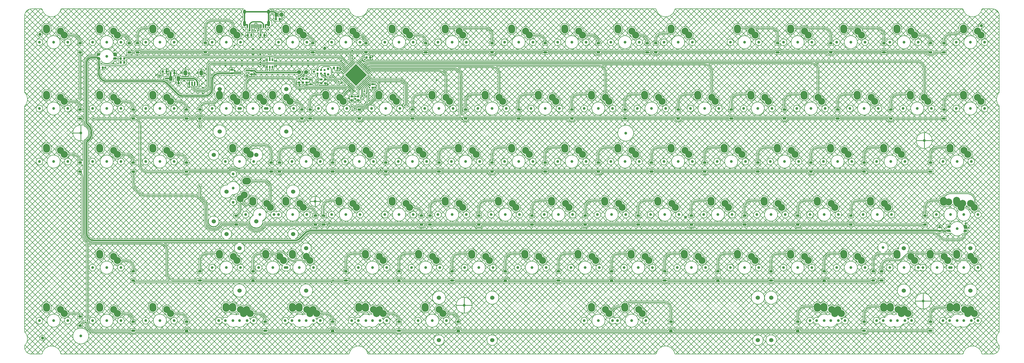
<source format=gtl>
G04*
G04 #@! TF.GenerationSoftware,Altium Limited,Altium Designer,23.6.0 (18)*
G04*
G04 Layer_Physical_Order=1*
G04 Layer_Color=255*
%FSLAX25Y25*%
%MOIN*%
G70*
G04*
G04 #@! TF.SameCoordinates,641307AF-980C-49FC-99E6-95A709EC4BFD*
G04*
G04*
G04 #@! TF.FilePolarity,Positive*
G04*
G01*
G75*
%ADD11C,0.01000*%
%ADD15R,0.01181X0.05709*%
%ADD16R,0.02362X0.05709*%
%ADD17R,0.03937X0.02165*%
%ADD18R,0.04567X0.05787*%
%ADD19R,0.03150X0.03347*%
%ADD20R,0.02165X0.03937*%
%ADD21P,0.31180X4X180.0*%
G04:AMPARAMS|DCode=22|XSize=9.84mil|YSize=31.5mil|CornerRadius=0mil|HoleSize=0mil|Usage=FLASHONLY|Rotation=135.000|XOffset=0mil|YOffset=0mil|HoleType=Round|Shape=Round|*
%AMOVALD22*
21,1,0.02165,0.00984,0.00000,0.00000,225.0*
1,1,0.00984,0.00766,0.00766*
1,1,0.00984,-0.00766,-0.00766*
%
%ADD22OVALD22*%

G04:AMPARAMS|DCode=23|XSize=9.84mil|YSize=31.5mil|CornerRadius=0mil|HoleSize=0mil|Usage=FLASHONLY|Rotation=225.000|XOffset=0mil|YOffset=0mil|HoleType=Round|Shape=Round|*
%AMOVALD23*
21,1,0.02165,0.00984,0.00000,0.00000,315.0*
1,1,0.00984,-0.00766,0.00766*
1,1,0.00984,0.00766,-0.00766*
%
%ADD23OVALD23*%

%ADD24R,0.03347X0.03150*%
%ADD26R,0.01575X0.01575*%
%ADD27R,0.02362X0.06102*%
%ADD28R,0.04724X0.07087*%
%ADD29R,0.04724X0.07087*%
%ADD30R,0.04803X0.03583*%
%ADD61C,0.00800*%
%ADD62C,0.01968*%
%ADD63C,0.01575*%
G04:AMPARAMS|DCode=64|XSize=11.81mil|YSize=57.09mil|CornerRadius=0mil|HoleSize=0mil|Usage=FLASHONLY|Rotation=225.000|XOffset=0mil|YOffset=0mil|HoleType=Round|Shape=Round|*
%AMOVALD64*
21,1,0.04528,0.01181,0.00000,0.00000,315.0*
1,1,0.01181,-0.01601,0.01601*
1,1,0.01181,0.01601,-0.01601*
%
%ADD64OVALD64*%

G04:AMPARAMS|DCode=65|XSize=11.81mil|YSize=57.09mil|CornerRadius=0mil|HoleSize=0mil|Usage=FLASHONLY|Rotation=135.000|XOffset=0mil|YOffset=0mil|HoleType=Round|Shape=Round|*
%AMOVALD65*
21,1,0.04528,0.01181,0.00000,0.00000,225.0*
1,1,0.01181,0.01601,0.01601*
1,1,0.01181,-0.01601,-0.01601*
%
%ADD65OVALD65*%

%ADD66C,0.03110*%
%ADD67C,0.00600*%
%ADD68C,0.01200*%
%ADD69C,0.03937*%
%ADD70O,0.03937X0.06299*%
%ADD71O,0.03937X0.08268*%
%ADD72C,0.10000*%
G04:AMPARAMS|DCode=73|XSize=125.98mil|YSize=100mil|CornerRadius=0mil|HoleSize=0mil|Usage=FLASHONLY|Rotation=95.000|XOffset=0mil|YOffset=0mil|HoleType=Round|Shape=Round|*
%AMOVALD73*
21,1,0.02598,0.10000,0.00000,0.00000,95.0*
1,1,0.10000,0.00113,-0.01294*
1,1,0.10000,-0.00113,0.01294*
%
%ADD73OVALD73*%

G04:AMPARAMS|DCode=74|XSize=125.98mil|YSize=100mil|CornerRadius=0mil|HoleSize=0mil|Usage=FLASHONLY|Rotation=5.000|XOffset=0mil|YOffset=0mil|HoleType=Round|Shape=Round|*
%AMOVALD74*
21,1,0.02598,0.10000,0.00000,0.00000,5.0*
1,1,0.10000,-0.01294,-0.00113*
1,1,0.10000,0.01294,0.00113*
%
%ADD74OVALD74*%

%ADD75C,0.03543*%
%ADD76C,0.05906*%
%ADD77C,0.06000*%
%ADD78C,0.04535*%
%ADD79C,0.02362*%
G36*
X-1228384Y-21195D02*
X-1228316Y-21654D01*
X-1228114Y-22560D01*
X-1227827Y-23442D01*
X-1227456Y-24293D01*
X-1227241Y-24705D01*
X-1227241D01*
X-1232530Y-24704D01*
Y-21196D01*
X-1228384Y-21195D01*
D02*
G37*
G36*
X-1227241Y-15292D02*
X-1232530D01*
Y-18800D01*
X-1228392D01*
X-1228384Y-18801D01*
X-1228316Y-18342D01*
X-1228114Y-17436D01*
X-1227827Y-16554D01*
X-1227456Y-15703D01*
X-1227241Y-15291D01*
Y-15292D01*
D02*
G37*
G36*
X-1204970Y-21196D02*
Y-24704D01*
X-1210259Y-24704D01*
X-1210044Y-24293D01*
X-1209673Y-23442D01*
X-1209386Y-22560D01*
X-1209184Y-21654D01*
X-1209116Y-21195D01*
Y-21195D01*
X-1209108Y-21196D01*
X-1204970D01*
D02*
G37*
G36*
X-1205956Y-15292D02*
X-1204970Y-16278D01*
Y-18800D01*
X-1209108D01*
X-1209116Y-18801D01*
X-1209184Y-18342D01*
X-1209386Y-17436D01*
X-1209673Y-16554D01*
X-1210044Y-15703D01*
X-1210259Y-15291D01*
X-1210259D01*
X-1205956Y-15292D01*
D02*
G37*
G36*
X-28384Y-264945D02*
X-28316Y-265404D01*
X-28114Y-266310D01*
X-27827Y-267192D01*
X-27456Y-268043D01*
X-27241Y-268455D01*
X-27241D01*
X-32530Y-268454D01*
Y-264946D01*
X-28384Y-264945D01*
D02*
G37*
G36*
X-27241Y-259042D02*
X-32530D01*
Y-262550D01*
X-28392D01*
X-28384Y-262551D01*
X-28316Y-262092D01*
X-28114Y-261186D01*
X-27827Y-260304D01*
X-27456Y-259453D01*
X-27241Y-259041D01*
Y-259042D01*
D02*
G37*
G36*
X-4970Y-264946D02*
Y-268454D01*
X-10259Y-268454D01*
X-10044Y-268043D01*
X-9673Y-267192D01*
X-9386Y-266310D01*
X-9184Y-265404D01*
X-9116Y-264945D01*
Y-264945D01*
X-9108Y-264946D01*
X-4970D01*
D02*
G37*
G36*
X-5956Y-259042D02*
X-4970Y-260028D01*
Y-262550D01*
X-9108D01*
X-9116Y-262551D01*
X-9184Y-262092D01*
X-9386Y-261186D01*
X-9673Y-260304D01*
X-10044Y-259453D01*
X-10259Y-259041D01*
X-10259D01*
X-5956Y-259042D01*
D02*
G37*
D11*
X-1246881Y-282635D02*
X-1246883Y-282633D01*
X-1245993Y-283660D02*
X-1246386Y-283014D01*
X-1246881Y-282635D02*
X-1246386Y-283014D01*
X-1248405Y-281248D02*
X-1247665Y-281966D01*
X-1246881Y-282635D01*
X-1247780Y-397006D02*
X-1248461Y-396063D01*
X-1247780Y-398059D02*
X-1247740Y-399032D01*
X-1247619Y-399999D01*
X-1247419Y-400953D01*
X-1247141Y-401886D01*
X-1246787Y-402794D01*
X-1246360Y-403669D01*
X-1245861Y-404506D01*
X-1245295Y-405299D01*
X-1244665Y-406042D01*
X-1243976Y-406731D01*
X-1243233Y-407361D01*
X-1242440Y-407927D01*
X-1241603Y-408426D01*
X-1240728Y-408854D01*
X-1239820Y-409208D01*
X-1238886Y-409486D01*
X-1237933Y-409686D01*
X-1236966Y-409806D01*
X-1235993Y-409846D01*
X-1245993Y-398059D02*
X-1245945Y-399039D01*
X-1245801Y-400010D01*
X-1245562Y-400962D01*
X-1245232Y-401886D01*
X-1244812Y-402773D01*
X-1244308Y-403615D01*
X-1243723Y-404403D01*
X-1243064Y-405130D01*
X-1242337Y-405789D01*
X-1241549Y-406374D01*
X-1240707Y-406878D01*
X-1239820Y-407298D01*
X-1238896Y-407628D01*
X-1237944Y-407867D01*
X-1236973Y-408011D01*
X-1235993Y-408059D01*
X-1251636Y-396063D02*
X-1252580Y-396156D01*
X-1253488Y-396431D01*
X-1254325Y-396879D01*
X-1255059Y-397481D01*
X-1255661Y-398214D01*
X-1256108Y-399051D01*
X-1256383Y-399959D01*
X-1256476Y-400904D01*
X-1251057Y-113250D02*
X-1251157Y-112237D01*
X-1251452Y-111264D01*
X-1251932Y-110366D01*
X-1252577Y-109579D01*
X-1253364Y-108934D01*
X-1254261Y-108454D01*
X-1255235Y-108159D01*
X-1256248Y-108059D01*
X-1249270Y-116230D02*
X-1248784Y-117083D01*
X-1248782Y-139313D02*
X-1249270Y-140168D01*
X-1247590Y-117883D02*
X-1248784Y-117083D01*
X-1246221Y-119074D02*
X-1246885Y-118454D01*
X-1247590Y-117883D01*
X-1248782Y-139313D02*
X-1247959Y-138783D01*
X-1247178Y-138191D01*
X-1246444Y-137542D01*
X-1245762Y-136839D01*
X-1245135Y-136086D01*
X-1244566Y-135289D01*
X-1244060Y-134450D01*
X-1243619Y-133575D01*
X-1243245Y-132670D01*
X-1242941Y-131738D01*
X-1242709Y-130787D01*
X-1242549Y-129820D01*
X-1242463Y-128845D01*
X-1242451Y-127865D01*
X-1242514Y-126887D01*
X-1242650Y-125917D01*
X-1242859Y-124960D01*
X-1243141Y-124022D01*
X-1243492Y-123108D01*
X-1243912Y-122223D01*
X-1244398Y-121372D01*
X-1244947Y-120561D01*
X-1245556Y-119793D01*
X-1246221Y-119074D01*
X-1250858Y-117482D02*
X-1250323Y-118276D01*
X-1251057Y-116504D02*
X-1250858Y-117482D01*
X-1250498Y-138208D02*
X-1249598Y-137719D01*
X-1248747Y-137148D01*
X-1247953Y-136502D01*
X-1247221Y-135786D01*
X-1246558Y-135005D01*
X-1245969Y-134167D01*
X-1245461Y-133278D01*
X-1245036Y-132346D01*
X-1244698Y-131379D01*
X-1244451Y-130385D01*
X-1244296Y-129373D01*
X-1244235Y-128350D01*
X-1244269Y-127327D01*
X-1244396Y-126310D01*
X-1244616Y-125310D01*
X-1244927Y-124334D01*
X-1245326Y-123391D01*
X-1245811Y-122489D01*
X-1246376Y-121635D01*
X-1247017Y-120836D01*
X-1247749Y-120082D01*
X-1248549Y-119400D01*
X-1249409Y-118796D01*
X-1250323Y-118276D01*
X-1250498Y-138208D02*
X-1251057Y-139102D01*
X-422809Y-377322D02*
X-422857Y-376341D01*
X-423001Y-375371D01*
X-423239Y-374419D01*
X-423570Y-373495D01*
X-423990Y-372607D01*
X-424494Y-371766D01*
X-425079Y-370978D01*
X-425738Y-370250D01*
X-426465Y-369591D01*
X-427253Y-369007D01*
X-428095Y-368502D01*
X-428982Y-368083D01*
X-429906Y-367752D01*
X-430858Y-367514D01*
X-431829Y-367370D01*
X-432809Y-367321D01*
X-46250Y-374890D02*
X-47230Y-374938D01*
X-48201Y-375082D01*
X-49153Y-375320D01*
X-50077Y-375651D01*
X-50964Y-376071D01*
X-51806Y-376575D01*
X-52594Y-377160D01*
X-53321Y-377819D01*
X-53980Y-378546D01*
X-54565Y-379334D01*
X-55069Y-380176D01*
X-55489Y-381063D01*
X-55819Y-381987D01*
X-56058Y-382939D01*
X-56202Y-383910D01*
X-56250Y-384890D01*
X-665158Y-44229D02*
X-665211Y-43200D01*
X-665373Y-42182D01*
X-665639Y-41187D01*
X-666008Y-40225D01*
X-666476Y-39307D01*
X-667037Y-38443D01*
X-667686Y-37642D01*
X-668414Y-36914D01*
X-669215Y-36266D01*
X-670079Y-35705D01*
X-670997Y-35237D01*
X-671958Y-34868D01*
X-672954Y-34601D01*
X-673971Y-34440D01*
X-675000Y-34386D01*
X-740158Y-49748D02*
X-740206Y-48768D01*
X-740350Y-47797D01*
X-740588Y-46845D01*
X-740919Y-45921D01*
X-741338Y-45034D01*
X-741843Y-44192D01*
X-742427Y-43404D01*
X-743086Y-42677D01*
X-743814Y-42018D01*
X-744602Y-41433D01*
X-745443Y-40929D01*
X-746331Y-40509D01*
X-747255Y-40179D01*
X-748207Y-39940D01*
X-749177Y-39796D01*
X-750157Y-39748D01*
X-836281Y-67449D02*
X-835498Y-66478D01*
X-841016Y-71920D02*
X-841217Y-73024D01*
X-841219Y-74146D01*
X-836281Y-67449D02*
X-837217Y-67729D01*
X-838098Y-68150D01*
X-838904Y-68702D01*
X-839614Y-69373D01*
X-840212Y-70146D01*
X-840683Y-71002D01*
X-841016Y-71920D01*
X-841056Y-78779D02*
X-840801Y-77817D01*
X-840993Y-76727D02*
X-840801Y-77817D01*
X-1256476Y-388030D02*
X-1256584Y-387077D01*
X-1256900Y-386172D01*
X-1257411Y-385360D01*
X-1258088Y-384682D01*
X-1258900Y-384172D01*
X-1259805Y-383855D01*
X-1260758Y-383748D01*
X-1185038Y-410410D02*
X-1183878Y-411138D01*
X-1185038Y-410410D02*
X-1185933Y-409846D01*
X-1251057Y-270248D02*
X-1251021Y-271251D01*
X-1250914Y-272249D01*
X-1250736Y-273236D01*
X-1250488Y-274209D01*
X-1250171Y-275161D01*
X-1249787Y-276088D01*
X-1249337Y-276986D01*
X-1248825Y-277849D01*
X-1248253Y-278673D01*
X-1247623Y-279455D01*
X-1246939Y-280189D01*
X-1246205Y-280873D01*
X-1245423Y-281503D01*
X-1244599Y-282075D01*
X-1243736Y-282587D01*
X-1242838Y-283037D01*
X-1241911Y-283421D01*
X-1240959Y-283738D01*
X-1239987Y-283986D01*
X-1238999Y-284164D01*
X-1238001Y-284271D01*
X-1236998Y-284307D01*
X-1251175Y-277328D02*
X-1250709Y-278193D01*
X-1250190Y-279027D01*
X-1249621Y-279828D01*
X-1249003Y-280591D01*
X-1248339Y-281315D01*
X-1247632Y-281997D01*
X-1246883Y-282633D01*
X-1252845Y-270248D02*
X-1252810Y-271296D01*
X-1252706Y-272339D01*
X-1252533Y-273373D01*
X-1252293Y-274393D01*
X-1251985Y-275395D01*
X-1251612Y-276375D01*
X-1251175Y-277328D01*
X-1252845Y-190605D02*
X-1252893Y-189625D01*
X-1253037Y-188654D01*
X-1253275Y-187702D01*
X-1253606Y-186778D01*
X-1254025Y-185891D01*
X-1254530Y-185049D01*
X-1255114Y-184261D01*
X-1255773Y-183534D01*
X-1249270Y-270248D02*
X-1249233Y-271194D01*
X-1249124Y-272135D01*
X-1248942Y-273065D01*
X-1248689Y-273977D01*
X-1248367Y-274868D01*
X-1247977Y-275731D01*
X-1247977Y-275731D02*
X-1247509Y-276581D01*
X-1246976Y-277392D01*
X-1246380Y-278158D01*
X-1245725Y-278875D01*
X-1245016Y-279538D01*
X-1244257Y-280143D01*
X-1243452Y-280685D01*
X-1242607Y-281163D01*
X-1241727Y-281572D01*
X-1240817Y-281910D01*
X-1239883Y-282176D01*
X-1238932Y-282366D01*
X-1237968Y-282481D01*
X-1236998Y-282520D01*
X-480272Y-367321D02*
X-481260Y-367386D01*
X-482231Y-367579D01*
X-483169Y-367898D01*
X-484056Y-368335D01*
X-484880Y-368885D01*
X-485624Y-369538D01*
X-486277Y-370283D01*
X-486827Y-371106D01*
X-487264Y-371993D01*
X-487583Y-372931D01*
X-487776Y-373902D01*
X-487841Y-374890D01*
X-974480Y-296713D02*
X-975518Y-296790D01*
X-976529Y-297038D01*
X-977485Y-297449D01*
X-978361Y-298012D01*
X-979131Y-298712D01*
X-967362Y-299642D02*
X-968089Y-298983D01*
X-968878Y-298398D01*
X-969719Y-297894D01*
X-970606Y-297474D01*
X-971530Y-297143D01*
X-972482Y-296905D01*
X-973453Y-296761D01*
X-974433Y-296713D01*
X-979855Y-299028D02*
X-979131Y-298712D01*
X-102012Y-307528D02*
X-101056Y-307474D01*
X-100113Y-307314D01*
X-99193Y-307049D01*
X-98308Y-306682D01*
X-97471Y-306219D01*
X-96690Y-305665D01*
X-95976Y-305028D01*
X-79536Y-298472D02*
X-80338Y-297817D01*
X-81237Y-297303D01*
X-82208Y-296944D01*
X-83225Y-296749D01*
X-84260Y-296723D01*
X-85285Y-296868D01*
X-86273Y-297179D01*
X-87196Y-297647D01*
X-88030Y-298261D01*
X-88029Y-298261D01*
X-88294Y-298425D02*
X-88030Y-298261D01*
X-89740Y-299166D02*
X-90683Y-299828D01*
X-91544Y-300595D01*
X-89004Y-298751D02*
X-89740Y-299166D01*
X-88294Y-298425D02*
X-89004Y-298751D01*
X-83414Y-296731D02*
X-84411Y-296734D01*
X-85396Y-296894D01*
X-86343Y-297207D01*
X-87228Y-297667D01*
X-88029Y-298261D01*
X-79536Y-298472D02*
X-78850Y-298748D01*
X-23559Y-305819D02*
X-22832Y-306478D01*
X-22044Y-307063D01*
X-21202Y-307567D01*
X-20315Y-307987D01*
X-19391Y-308317D01*
X-18439Y-308556D01*
X-17468Y-308700D01*
X-16488Y-308748D01*
X-36999Y-296713D02*
X-37966Y-296782D01*
X-38911Y-297000D01*
X-39811Y-297360D01*
X-40645Y-297854D01*
X-41393Y-298470D01*
X-29737Y-299642D02*
X-30464Y-298983D01*
X-31252Y-298398D01*
X-32094Y-297894D01*
X-32981Y-297474D01*
X-33905Y-297143D01*
X-34857Y-296905D01*
X-35827Y-296761D01*
X-36808Y-296713D01*
X-42080Y-298748D02*
X-41393Y-298470D01*
X-1171848Y-173248D02*
X-1171800Y-174228D01*
X-1171656Y-175199D01*
X-1171418Y-176151D01*
X-1171087Y-177075D01*
X-1170668Y-177962D01*
X-1170163Y-178804D01*
X-1169578Y-179592D01*
X-1168919Y-180319D01*
X-1168192Y-180978D01*
X-1167404Y-181563D01*
X-1166562Y-182067D01*
X-1165675Y-182487D01*
X-1164751Y-182817D01*
X-1163799Y-183056D01*
X-1162829Y-183200D01*
X-1161848Y-183248D01*
X-1171848Y-117459D02*
X-1171900Y-116476D01*
X-1172054Y-115504D01*
X-1172309Y-114554D01*
X-1172661Y-113636D01*
X-1173108Y-112759D01*
X-1173644Y-111934D01*
X-1174263Y-111169D01*
X-1174959Y-110473D01*
X-1175723Y-109854D01*
X-1176548Y-109318D01*
X-1177425Y-108872D01*
X-1178343Y-108519D01*
X-1179294Y-108265D01*
X-1180266Y-108110D01*
X-1181248Y-108059D01*
X-65158Y-37169D02*
X-65206Y-36189D01*
X-65350Y-35218D01*
X-65588Y-34266D01*
X-65919Y-33342D01*
X-66338Y-32455D01*
X-66843Y-31614D01*
X-67427Y-30825D01*
X-68086Y-30098D01*
X-68814Y-29439D01*
X-69602Y-28855D01*
X-70443Y-28350D01*
X-71331Y-27931D01*
X-72255Y-27600D01*
X-73207Y-27361D01*
X-74177Y-27217D01*
X-75157Y-27169D01*
X-215158Y-38957D02*
X-215206Y-37977D01*
X-215350Y-37006D01*
X-215588Y-36054D01*
X-215919Y-35130D01*
X-216338Y-34243D01*
X-216843Y-33401D01*
X-217427Y-32613D01*
X-218086Y-31886D01*
X-218813Y-31227D01*
X-219602Y-30642D01*
X-220444Y-30138D01*
X-221331Y-29718D01*
X-222255Y-29387D01*
X-223207Y-29149D01*
X-224177Y-29005D01*
X-225157Y-28957D01*
X-365158Y-40744D02*
X-365206Y-39764D01*
X-365350Y-38793D01*
X-365588Y-37841D01*
X-365919Y-36917D01*
X-366338Y-36030D01*
X-366843Y-35188D01*
X-367427Y-34400D01*
X-368086Y-33673D01*
X-368813Y-33014D01*
X-369602Y-32429D01*
X-370444Y-31925D01*
X-371331Y-31505D01*
X-372255Y-31175D01*
X-373207Y-30936D01*
X-374177Y-30792D01*
X-375157Y-30744D01*
X-515158Y-42599D02*
X-515206Y-41618D01*
X-515350Y-40648D01*
X-515588Y-39696D01*
X-515919Y-38772D01*
X-516338Y-37885D01*
X-516843Y-37043D01*
X-517427Y-36255D01*
X-518086Y-35528D01*
X-518814Y-34868D01*
X-519602Y-34284D01*
X-520443Y-33779D01*
X-521331Y-33360D01*
X-522255Y-33029D01*
X-523207Y-32791D01*
X-524177Y-32647D01*
X-525157Y-32599D01*
X-163953Y20000D02*
X-163266Y20278D01*
X-154544Y20276D02*
X-153858Y20000D01*
X-121998Y10000D02*
X-122046Y10980D01*
X-122190Y11951D01*
X-122429Y12903D01*
X-122759Y13827D01*
X-123179Y14714D01*
X-123683Y15556D01*
X-124268Y16344D01*
X-124927Y17071D01*
X-125654Y17730D01*
X-126442Y18315D01*
X-127284Y18819D01*
X-128171Y19239D01*
X-129095Y19569D01*
X-130047Y19808D01*
X-131018Y19952D01*
X-131998Y20000D01*
X-154544Y20276D02*
X-155286Y20889D01*
X-156114Y21382D01*
X-157007Y21742D01*
X-157945Y21961D01*
X-158905Y22035D01*
X-159865Y21962D01*
X-160802Y21743D01*
X-161696Y21383D01*
X-162523Y20890D01*
X-163266Y20278D01*
X-238953Y20000D02*
X-238266Y20278D01*
X-229544Y20276D02*
X-228858Y20000D01*
X-196998Y10000D02*
X-197046Y10980D01*
X-197190Y11951D01*
X-197429Y12903D01*
X-197759Y13827D01*
X-198179Y14714D01*
X-198683Y15556D01*
X-199268Y16344D01*
X-199927Y17071D01*
X-200654Y17730D01*
X-201442Y18315D01*
X-202284Y18819D01*
X-203171Y19239D01*
X-204095Y19569D01*
X-205047Y19808D01*
X-206018Y19952D01*
X-206998Y20000D01*
X-229544Y20276D02*
X-230286Y20889D01*
X-231114Y21382D01*
X-232007Y21742D01*
X-232944Y21961D01*
X-233905Y22035D01*
X-234865Y21962D01*
X-235802Y21743D01*
X-236696Y21383D01*
X-237523Y20890D01*
X-238266Y20278D01*
X-271998Y10000D02*
X-272046Y10980D01*
X-272190Y11951D01*
X-272429Y12903D01*
X-272759Y13827D01*
X-273179Y14714D01*
X-273683Y15556D01*
X-274268Y16344D01*
X-274927Y17071D01*
X-275654Y17730D01*
X-276442Y18315D01*
X-277284Y18819D01*
X-278171Y19239D01*
X-279095Y19569D01*
X-280047Y19808D01*
X-281018Y19952D01*
X-281998Y20000D01*
X-313953D02*
X-313266Y20278D01*
X-304544Y20276D02*
X-303858Y20000D01*
X-304544Y20276D02*
X-305286Y20889D01*
X-306114Y21382D01*
X-307007Y21742D01*
X-307944Y21961D01*
X-308905Y22035D01*
X-309865Y21962D01*
X-310802Y21743D01*
X-311696Y21383D01*
X-312523Y20890D01*
X-313266Y20278D01*
X-675000Y10000D02*
X-675048Y10980D01*
X-675192Y11951D01*
X-675431Y12903D01*
X-675761Y13827D01*
X-676181Y14714D01*
X-676685Y15556D01*
X-677270Y16344D01*
X-677929Y17071D01*
X-678656Y17730D01*
X-679444Y18315D01*
X-680286Y18819D01*
X-681173Y19239D01*
X-682097Y19569D01*
X-683049Y19808D01*
X-684020Y19952D01*
X-685000Y20000D01*
X-726457D02*
X-725770Y20278D01*
X-717048Y20276D02*
X-716362Y20000D01*
X-717048Y20276D02*
X-717790Y20889D01*
X-718618Y21382D01*
X-719511Y21742D01*
X-720448Y21961D01*
X-721409Y22035D01*
X-722369Y21962D01*
X-723306Y21743D01*
X-724199Y21383D01*
X-725027Y20890D01*
X-725770Y20278D01*
X-1040352Y15943D02*
X-1040158Y15748D01*
X-1040352Y23181D02*
X-1040416Y24158D01*
X-1040607Y25117D01*
X-1040922Y26044D01*
X-1041354Y26921D01*
X-1041898Y27735D01*
X-1042543Y28471D01*
X-1043279Y29116D01*
X-1044092Y29659D01*
X-1044970Y30092D01*
X-1045897Y30406D01*
X-1046856Y30597D01*
X-1047833Y30661D01*
X-1069722D02*
X-1070703Y30613D01*
X-1071673Y30469D01*
X-1072625Y30231D01*
X-1073549Y29900D01*
X-1074436Y29481D01*
X-1075278Y28976D01*
X-1076066Y28392D01*
X-1076793Y27733D01*
X-1077452Y27005D01*
X-1078037Y26217D01*
X-1078542Y25375D01*
X-1078961Y24488D01*
X-1079292Y23564D01*
X-1079530Y22612D01*
X-1079674Y21642D01*
X-1079722Y20661D01*
X-1084151Y-14403D02*
X-1084856Y-14311D01*
X-1083411Y-15365D02*
X-1084151Y-14403D01*
X-1083411Y-15756D02*
X-1083034Y-16666D01*
X-1082124Y-17043D01*
X-1075033Y-14311D02*
X-1075741Y-14604D01*
X-1076033Y-15311D01*
X-1077321Y-17043D02*
X-1076410Y-16666D01*
X-1076033Y-15756D01*
X-1091567Y-67213D02*
X-1091560Y-67213D01*
X-1092510Y-68882D02*
X-1091737Y-69013D01*
X-1091634Y-69013D02*
X-1091633D01*
X-1076113Y-62405D02*
X-1075998Y-61234D01*
X-1097398Y-62718D02*
X-1097232Y-64160D01*
X-1096926Y-65116D01*
X-1096474Y-66012D01*
X-1095885Y-66825D01*
X-1095175Y-67535D01*
X-1094362Y-68124D01*
X-1093466Y-68576D01*
X-1092510Y-68882D01*
X-1095563Y-63283D02*
X-1095331Y-64251D01*
X-1094893Y-65145D01*
X-1094271Y-65921D01*
X-1093495Y-66543D01*
X-1092601Y-66981D01*
X-1091634Y-67213D01*
X-1080117Y-68954D02*
X-1079167Y-68729D01*
X-1078257Y-68375D01*
X-1077404Y-67900D01*
X-1076625Y-67311D01*
X-1075935Y-66621D01*
X-1075346Y-65842D01*
X-1074871Y-64989D01*
X-1074517Y-64079D01*
X-1074292Y-63129D01*
Y-63129D02*
X-1074198Y-61980D01*
X-1080841Y-67133D02*
X-1079869Y-66853D01*
X-1078957Y-66414D01*
X-1078132Y-65829D01*
X-1077417Y-65114D01*
X-1076832Y-64289D01*
X-1076393Y-63377D01*
X-1076113Y-62405D01*
X-1095598Y-62718D02*
X-1095563Y-63283D01*
X-1005855Y18717D02*
X-1004945Y19094D01*
X-1004568Y20004D01*
X-1005621Y16069D02*
X-1004812Y16405D01*
X-1004477Y17213D01*
X-1002509Y12448D02*
X-1002400Y11621D01*
X-1002081Y10851D01*
X-1001573Y10189D01*
X-1010383Y17621D02*
X-1009936Y16542D01*
X-1008856Y16094D01*
X-1008324Y20004D02*
X-1007947Y19094D01*
X-1007036Y18717D01*
X-1008324Y20239D02*
X-1008348Y20453D01*
X-1009404Y26937D02*
X-1009405Y26937D01*
X-1009061Y27000D02*
X-1009404Y26937D01*
X-1010292Y25311D02*
X-1010292Y25314D01*
X-1009453Y26919D02*
X-1010062Y26447D01*
X-1010292Y25713D01*
X-1007451Y26946D02*
X-1007771Y27000D01*
X-1006536Y25713D02*
X-1006776Y26461D01*
X-1007406Y26930D01*
X-886748Y-33454D02*
X-887522Y-32763D01*
X-888369Y-32162D01*
X-889277Y-31660D01*
X-890236Y-31263D01*
X-891234Y-30976D01*
X-892257Y-30802D01*
X-893293Y-30744D01*
X-1070855D02*
X-1071712Y-30856D01*
X-1074086Y-33230D02*
X-1074198Y-34087D01*
X-886002Y-31654D02*
X-886776Y-30963D01*
X-887623Y-30362D01*
X-888532Y-29860D01*
X-889491Y-29463D01*
X-890488Y-29176D01*
X-891512Y-29002D01*
X-892548Y-28944D01*
X-1071819D02*
X-1072384Y-28983D01*
X-1075959Y-32558D02*
X-1075998Y-33124D01*
X-1017518Y16094D02*
X-1017076Y16537D01*
X-1188616Y-20748D02*
X-1189599Y-20812D01*
X-1190565Y-21004D01*
X-1191497Y-21321D01*
X-1192380Y-21757D01*
X-1193199Y-22303D01*
X-1193939Y-22953D01*
X-1012500Y-50248D02*
X-1013480Y-50296D01*
X-1014451Y-50440D01*
X-1015403Y-50679D01*
X-1016327Y-51009D01*
X-1017214Y-51429D01*
X-1018056Y-51933D01*
X-1018844Y-52518D01*
X-1019571Y-53177D01*
X-1020230Y-53904D01*
X-1020815Y-54692D01*
X-1021319Y-55534D01*
X-1021739Y-56421D01*
X-1022069Y-57345D01*
X-1022308Y-58297D01*
X-1022452Y-59268D01*
X-1022500Y-60248D01*
X-952998Y-58740D02*
X-953060Y-57716D01*
X-953245Y-56708D01*
X-953550Y-55729D01*
X-953971Y-54794D01*
X-954501Y-53916D01*
X-955134Y-53109D01*
X-955859Y-52384D01*
X-956666Y-51751D01*
X-957543Y-51221D01*
X-958479Y-50800D01*
X-959458Y-50495D01*
X-960466Y-50310D01*
X-961490Y-50248D01*
X-1014565Y10189D02*
X-1014320Y10781D01*
X-986689Y-20286D02*
X-985851Y-20748D01*
X-991644Y-20711D02*
X-990849Y-20260D01*
X-986689Y-20286D02*
X-987368Y-19576D01*
X-988271Y-19186D01*
X-989254Y-19180D01*
X-990161Y-19558D01*
X-990849Y-20260D01*
X-886000Y-31656D02*
X-886002Y-31654D01*
X-1072384Y-28983D02*
X-1073429Y-29267D01*
X-1074366Y-29810D01*
X-1075132Y-30576D01*
X-1075675Y-31513D01*
X-1075959Y-32558D01*
X-886746Y-33456D02*
X-886748Y-33454D01*
X-1071712Y-30856D02*
X-1072523Y-31190D01*
X-1073219Y-31723D01*
X-1073752Y-32419D01*
X-1074086Y-33230D01*
X-885509Y-23677D02*
X-886236Y-23018D01*
X-887024Y-22433D01*
X-887866Y-21929D01*
X-888753Y-21509D01*
X-889677Y-21179D01*
X-890629Y-20940D01*
X-891600Y-20796D01*
X-892580Y-20748D01*
X-429748Y12752D02*
X-428717Y12826D01*
X-427706Y13046D01*
X-426737Y13407D01*
X-425829Y13903D01*
X-425002Y14522D01*
X-424270Y15254D01*
X-423651Y16081D01*
X-423155Y16989D01*
X-422794Y17958D01*
X-422574Y18969D01*
X-422500Y20000D01*
X-720498Y-46173D02*
X-720558Y-45183D01*
X-720737Y-44208D01*
X-721032Y-43261D01*
X-721439Y-42357D01*
X-721952Y-41508D01*
X-722563Y-40727D01*
X-723265Y-40026D01*
X-724045Y-39415D01*
X-724894Y-38901D01*
X-725798Y-38494D01*
X-726745Y-38199D01*
X-727721Y-38021D01*
X-728711Y-37961D01*
X-718711Y-46173D02*
X-718759Y-45193D01*
X-718903Y-44222D01*
X-719141Y-43270D01*
X-719472Y-42347D01*
X-719891Y-41459D01*
X-720396Y-40618D01*
X-720981Y-39829D01*
X-721640Y-39102D01*
X-722367Y-38443D01*
X-723155Y-37859D01*
X-723997Y-37354D01*
X-724884Y-36935D01*
X-725808Y-36604D01*
X-726760Y-36366D01*
X-727731Y-36222D01*
X-728711Y-36173D01*
X-890855Y-56246D02*
X-891147Y-55588D01*
X-850083Y-56319D02*
X-849356Y-56978D01*
X-848567Y-57563D01*
X-847725Y-58067D01*
X-846838Y-58487D01*
X-845914Y-58817D01*
X-844962Y-59056D01*
X-843992Y-59200D01*
X-843011Y-59248D01*
X-863998Y-76689D02*
X-863453Y-75979D01*
X-863111Y-75153D01*
X-862994Y-74266D01*
X-921498Y-47189D02*
X-921414Y-48144D01*
X-921166Y-49070D01*
X-920761Y-49939D01*
X-920211Y-50724D01*
X-919533Y-51402D01*
X-918748Y-51952D01*
X-917879Y-52357D01*
X-916953Y-52605D01*
X-915998Y-52689D01*
X-888311Y-34794D02*
X-889071Y-34128D01*
X-889911Y-33566D01*
X-890817Y-33119D01*
X-891774Y-32795D01*
X-892765Y-32598D01*
X-893773Y-32531D01*
X-878114Y-64202D02*
X-878113Y-64201D01*
X-879433Y-64748D02*
X-878114Y-64202D01*
X-878983Y-62447D02*
X-878981Y-62445D01*
X-880225Y-62961D02*
X-878983Y-62447D01*
X-882604Y-71508D02*
X-883310Y-72313D01*
X-883904Y-73203D01*
X-884377Y-74163D01*
X-884721Y-75176D01*
X-884930Y-76226D01*
X-885000Y-77294D01*
X-882603Y-71507D02*
X-882604Y-71508D01*
X-850711Y-70188D02*
X-850584Y-70671D01*
X-850711Y-66890D02*
X-850795Y-65819D01*
X-851046Y-64774D01*
X-851457Y-63782D01*
X-852018Y-62866D01*
X-852716Y-62049D01*
X-854393Y-63145D02*
X-854394Y-63143D01*
X-852498Y-67721D02*
X-852578Y-66708D01*
X-852815Y-65721D01*
X-853203Y-64783D01*
X-853733Y-63917D01*
X-854393Y-63145D01*
X-857120Y-63201D02*
X-857122Y-63199D01*
X-854998Y-68327D02*
X-855060Y-67381D01*
X-855245Y-66451D01*
X-855549Y-65553D01*
X-855968Y-64703D01*
X-856495Y-63914D01*
X-857120Y-63201D01*
X-858570Y-64584D02*
X-858920Y-64185D01*
X-857728Y-67062D02*
X-857825Y-66181D01*
X-858110Y-65342D01*
X-858570Y-64584D01*
X-861562Y-64380D02*
X-861377Y-64640D01*
X-859516Y-67279D02*
X-860064Y-65953D01*
X-859521Y-67427D02*
X-859516Y-67279D01*
X-859521Y-67427D02*
X-859516Y-67628D01*
X-859874Y-77924D02*
X-860013Y-77420D01*
X-860362Y-76155D02*
X-860013Y-77420D01*
X-859757Y-74536D02*
X-860206Y-75291D01*
X-860362Y-76155D01*
X-859516Y-73891D02*
X-859516Y-73889D01*
X-859721Y-74491D02*
X-859516Y-73891D01*
X-859757Y-74536D02*
X-859721Y-74491D01*
X-850584Y-70671D02*
X-850517Y-70776D01*
X-850029Y-72248D02*
X-850154Y-71473D01*
X-850517Y-70776D01*
X-850048Y-72547D02*
X-850029Y-72248D01*
X-850048Y-72547D02*
X-850053Y-72717D01*
X-850029Y-73176D02*
X-850031Y-73122D01*
X-858014Y-89855D02*
X-857073Y-89801D01*
X-856145Y-89639D01*
X-855241Y-89372D01*
X-854373Y-89004D01*
X-853554Y-88538D01*
X-852793Y-87982D01*
X-852793Y-87982D02*
X-852088Y-87193D01*
X-851476Y-86330D01*
X-850964Y-85404D01*
X-850559Y-84426D01*
X-850266Y-83410D01*
X-850089Y-82366D01*
X-850029Y-81310D01*
X-863207Y-89855D02*
X-864244Y-89905D01*
X-865270Y-90056D01*
X-866278Y-90306D01*
X-867256Y-90652D01*
X-868196Y-91091D01*
X-869089Y-91620D01*
X-869592Y-91781D02*
X-869089Y-91620D01*
X-869592Y-91781D02*
X-870428Y-91961D01*
X-871502Y-91744D02*
X-870428Y-91961D01*
X-797498Y-62752D02*
X-797558Y-61762D01*
X-797737Y-60787D01*
X-798032Y-59840D01*
X-798439Y-58935D01*
X-798952Y-58087D01*
X-799563Y-57306D01*
X-800265Y-56605D01*
X-801045Y-55993D01*
X-801894Y-55480D01*
X-802798Y-55073D01*
X-803745Y-54778D01*
X-804721Y-54599D01*
X-805711Y-54539D01*
X-795711Y-62752D02*
X-795759Y-61772D01*
X-795903Y-60801D01*
X-796141Y-59849D01*
X-796472Y-58925D01*
X-796891Y-58038D01*
X-797396Y-57196D01*
X-797980Y-56408D01*
X-798640Y-55681D01*
X-799367Y-55022D01*
X-800155Y-54437D01*
X-800997Y-53933D01*
X-801884Y-53513D01*
X-802808Y-53183D01*
X-803760Y-52944D01*
X-804731Y-52800D01*
X-805711Y-52752D01*
X-835498Y-61023D02*
X-835616Y-59978D01*
X-835963Y-58986D01*
X-836523Y-58095D01*
X-837266Y-57351D01*
X-838157Y-56792D01*
X-839150Y-56445D01*
X-840195Y-56327D01*
X-848949Y-54669D02*
X-848091Y-55373D01*
X-847113Y-55896D01*
X-846051Y-56218D01*
X-844946Y-56327D01*
X-848044Y-52790D02*
X-847329Y-53399D01*
X-846528Y-53888D01*
X-845660Y-54247D01*
X-844747Y-54466D01*
X-843811Y-54539D01*
X-848050Y-52784D02*
X-848044Y-52790D01*
X-848051Y-52783D02*
X-848050Y-52784D01*
X-846656Y-51394D02*
X-845953Y-51971D01*
X-845151Y-52399D01*
X-844281Y-52663D01*
X-843377Y-52752D01*
X-846657Y-51394D02*
X-846656Y-51394D01*
X-848043Y-27169D02*
X-849023Y-27217D01*
X-849994Y-27361D01*
X-850946Y-27600D01*
X-851870Y-27931D01*
X-852757Y-28350D01*
X-853598Y-28855D01*
X-854387Y-29439D01*
X-855114Y-30098D01*
X-847046Y-28957D02*
X-848026Y-29005D01*
X-848997Y-29149D01*
X-849949Y-29387D01*
X-850873Y-29718D01*
X-851760Y-30138D01*
X-852602Y-30642D01*
X-853390Y-31227D01*
X-854117Y-31886D01*
X-847045Y-30744D02*
X-848036Y-30809D01*
X-849011Y-31003D01*
X-849952Y-31322D01*
X-850844Y-31762D01*
X-851670Y-32314D01*
X-852417Y-32969D01*
X-845607Y-32599D02*
X-846633Y-32663D01*
X-847643Y-32855D01*
X-848621Y-33172D01*
X-848632Y-33176D02*
X-849554Y-33575D01*
X-850427Y-34070D01*
X-851243Y-34656D01*
X-851990Y-35326D01*
X-848632Y-33176D02*
X-848621Y-33172D01*
X-850144Y-36263D02*
X-850146Y-36266D01*
X-845607Y-34386D02*
X-846610Y-34465D01*
X-847589Y-34700D01*
X-848519Y-35085D01*
X-849378Y-35610D01*
X-850144Y-36263D01*
X-848899Y-37803D02*
X-848902Y-37806D01*
X-844961Y-36173D02*
X-846047Y-36280D01*
X-847092Y-36597D01*
X-848055Y-37111D01*
X-848899Y-37803D01*
X-844394Y-37961D02*
X-845221Y-38052D01*
X-846120Y-38324D01*
X-846948Y-38766D01*
X-847674Y-39362D01*
X-844376Y-39748D02*
X-845208Y-39913D01*
X-845913Y-40385D01*
X-942650Y-56537D02*
X-941998Y-56807D01*
X-942650Y-56537D02*
X-942650Y-56537D01*
X-910501Y-51614D02*
X-910807Y-50525D01*
X-892007Y-54737D02*
X-892579Y-54521D01*
X-891920Y-54815D02*
X-892007Y-54737D01*
X-898106Y-52829D02*
X-898556Y-52689D01*
X-898106Y-52829D02*
X-897254Y-53299D01*
X-896366Y-53696D01*
X-895448Y-54019D01*
X-894507Y-54265D01*
X-893548Y-54433D01*
X-892579Y-54521D01*
X-847998Y-64170D02*
X-848289Y-63464D01*
X-795711Y-88206D02*
X-795436Y-88889D01*
X-794768Y-89200D01*
X-798161Y-89349D02*
X-797498Y-88685D01*
X-850264Y-90513D02*
X-850258Y-90508D01*
X-850421Y-90659D02*
X-850264Y-90513D01*
X-860330Y-93430D02*
X-860745Y-93520D01*
X-858014Y-93430D02*
X-856984Y-93385D01*
X-855962Y-93250D01*
X-854956Y-93026D01*
X-853973Y-92715D01*
X-853021Y-92320D01*
X-852107Y-91843D01*
X-851238Y-91288D01*
X-850421Y-90659D01*
X-858014Y-91642D02*
X-857017Y-91592D01*
X-856030Y-91444D01*
X-855063Y-91197D01*
X-854125Y-90855D01*
X-853226Y-90422D01*
X-852375Y-89901D01*
X-851580Y-89297D01*
X-863207Y-91642D02*
X-864203Y-91698D01*
X-865187Y-91865D01*
X-866146Y-92141D01*
X-867067Y-92523D01*
X-867941Y-93006D01*
X-868754Y-93583D01*
X-869498Y-94248D01*
X-836062Y-76312D02*
X-835486Y-75561D01*
X-835124Y-74686D01*
X-835000Y-73748D01*
X-848438Y-63316D02*
X-848814Y-63078D01*
X-850218Y-61827D02*
X-850411Y-61559D01*
X-850218Y-61827D02*
X-849640Y-62592D01*
X-848814Y-63078D01*
X-856648Y-21858D02*
X-857719Y-22182D01*
X-858706Y-22710D01*
X-859571Y-23420D01*
X-855535Y-21748D02*
X-856648Y-21858D01*
X-893633Y-52614D02*
X-892818Y-52714D01*
X-891998Y-52748D01*
X-901998Y-38748D02*
X-902109Y-37762D01*
X-902437Y-36826D01*
X-902964Y-35987D01*
X-903666Y-35285D01*
X-904505Y-34758D01*
X-905442Y-34430D01*
X-906427Y-34319D01*
X-911569D02*
X-912531Y-34414D01*
X-913455Y-34694D01*
X-914307Y-35150D01*
X-915054Y-35763D01*
X-915667Y-36509D01*
X-916123Y-37362D01*
X-916403Y-38286D01*
X-916498Y-39248D01*
X-901998Y-42748D02*
X-901948Y-43751D01*
X-901797Y-44744D01*
X-901547Y-45717D01*
X-901201Y-46660D01*
X-900762Y-47563D01*
X-900235Y-48418D01*
X-899625Y-49215D01*
X-898938Y-49948D01*
X-898181Y-50608D01*
X-897361Y-51188D01*
X-896488Y-51684D01*
X-895569Y-52089D01*
X-894614Y-52400D01*
X-893633Y-52614D01*
X-874747Y-66435D02*
X-875303Y-67267D01*
X-875498Y-68248D01*
X-848748Y-60437D02*
X-847998Y-60748D01*
X-937498Y-42248D02*
X-938452Y-42643D01*
X-871207Y-65678D02*
X-871830Y-66408D01*
X-872332Y-67226D01*
X-872699Y-68113D01*
X-872923Y-69046D01*
X-872998Y-70003D01*
X-952998Y-58748D02*
X-952907Y-59790D01*
X-952636Y-60800D01*
X-952194Y-61748D01*
X-951594Y-62605D01*
X-950855Y-63344D01*
X-949998Y-63944D01*
X-949050Y-64386D01*
X-948040Y-64657D01*
X-946998Y-64748D01*
X-941998Y-59366D02*
X-941875Y-60296D01*
X-941516Y-61163D01*
X-940945Y-61908D01*
X-940201Y-62479D01*
X-939334Y-62838D01*
X-938404Y-62961D01*
X-912863Y-49232D02*
X-912998Y-49228D01*
X-916498Y-45728D02*
X-916327Y-46810D01*
X-915830Y-47786D01*
X-915055Y-48560D01*
X-914080Y-49057D01*
X-912998Y-49228D01*
X-910807Y-50525D02*
X-911338Y-50069D01*
X-912225Y-49512D02*
X-911338Y-50069D01*
X-912225Y-49512D02*
X-912863Y-49232D01*
X-910498Y-44933D02*
X-911183Y-44248D01*
X-921489Y-38894D02*
X-921498Y-39248D01*
X-915136Y-32541D02*
X-916111Y-32664D01*
X-917058Y-32929D01*
X-917956Y-33329D01*
X-918787Y-33856D01*
X-919531Y-34499D01*
X-920173Y-35243D01*
X-920700Y-36073D01*
X-921100Y-36971D01*
X-921365Y-37918D01*
X-921489Y-38894D01*
X-914781Y-32531D02*
X-915136Y-32541D01*
X-1144222Y-47508D02*
X-1143184Y-47391D01*
X-1142198Y-47046D01*
X-1141314Y-46490D01*
X-1140575Y-45751D01*
X-1140019Y-44867D01*
X-1139674Y-43881D01*
X-1139557Y-42843D01*
X-41427Y-276319D02*
X-40700Y-276978D01*
X-39912Y-277563D01*
X-39070Y-278067D01*
X-38183Y-278487D01*
X-37259Y-278817D01*
X-36307Y-279056D01*
X-35336Y-279200D01*
X-34356Y-279248D01*
X-45845Y-271901D02*
X-46572Y-271242D01*
X-47360Y-270658D01*
X-48202Y-270153D01*
X-49089Y-269734D01*
X-50013Y-269403D01*
X-50965Y-269165D01*
X-51936Y-269021D01*
X-52916Y-268972D01*
X-434096Y12752D02*
X-435077Y12704D01*
X-436047Y12560D01*
X-436999Y12321D01*
X-437923Y11991D01*
X-438810Y11571D01*
X-439652Y11067D01*
X-440440Y10482D01*
X-441167Y9823D01*
X-441827Y9096D01*
X-442411Y8308D01*
X-442916Y7466D01*
X-443335Y6579D01*
X-443666Y5655D01*
X-443904Y4703D01*
X-444048Y3732D01*
X-444097Y2752D01*
X-37476Y2439D02*
X-37500Y1752D01*
X-27500Y11752D02*
X-28500Y11702D01*
X-29489Y11552D01*
X-30459Y11304D01*
X-31399Y10960D01*
X-32300Y10525D01*
X-33153Y10001D01*
X-33950Y9394D01*
X-34681Y8711D01*
X-35341Y7958D01*
X-35922Y7143D01*
X-36419Y6274D01*
X-36826Y5360D01*
X-37140Y4410D01*
X-37358Y3433D01*
X-37476Y2439D01*
X-22390Y11752D02*
X-21410Y11800D01*
X-20439Y11944D01*
X-19487Y12183D01*
X-18563Y12513D01*
X-17676Y12933D01*
X-16835Y13437D01*
X-16046Y14022D01*
X-15319Y14681D01*
X-1232764Y-19248D02*
X-1231662Y-18953D01*
X-1230856Y-18147D01*
X-1230561Y-17045D01*
X-1239270Y-19248D02*
X-1240250Y-19296D01*
X-1241221Y-19440D01*
X-1242173Y-19679D01*
X-1243097Y-20009D01*
X-1243984Y-20429D01*
X-1244825Y-20933D01*
X-1245614Y-21518D01*
X-1246341Y-22177D01*
X-1247000Y-22904D01*
X-1247584Y-23692D01*
X-1248089Y-24534D01*
X-1248508Y-25421D01*
X-1248839Y-26345D01*
X-1249078Y-27297D01*
X-1249222Y-28268D01*
X-1249270Y-29248D01*
X-987800Y-206228D02*
X-987848Y-205248D01*
X-987992Y-204277D01*
X-988231Y-203326D01*
X-988561Y-202401D01*
X-988981Y-201514D01*
X-989485Y-200673D01*
X-990070Y-199884D01*
X-990729Y-199157D01*
X-991456Y-198498D01*
X-992244Y-197914D01*
X-993086Y-197409D01*
X-993973Y-196990D01*
X-994897Y-196659D01*
X-995849Y-196421D01*
X-996820Y-196276D01*
X-997800Y-196228D01*
X-1033249Y-242457D02*
X-1032590Y-241730D01*
X-1032005Y-240942D01*
X-1031501Y-240100D01*
X-1031081Y-239213D01*
X-1030750Y-238289D01*
X-1030512Y-237337D01*
X-1030368Y-236366D01*
X-1030320Y-235386D01*
X-1047565Y-181231D02*
X-1046801Y-180871D01*
X-991267Y-181272D02*
X-990372Y-180709D01*
X-989213Y-179980D02*
X-990372Y-180709D01*
X-1033808Y-180909D02*
X-1033041Y-181272D01*
X-1104420Y-181231D02*
X-1105334Y-181476D01*
X-1106003Y-182145D01*
X-1106248Y-183059D01*
X-1033808Y-180909D02*
X-1034478Y-180181D01*
X-1035228Y-179536D01*
X-1036050Y-178984D01*
X-1036930Y-178533D01*
X-1037858Y-178188D01*
X-1038819Y-177955D01*
X-1039801Y-177836D01*
X-1040790Y-177833D01*
X-1041773Y-177946D01*
X-1042736Y-178174D01*
X-1043665Y-178514D01*
X-1044548Y-178960D01*
X-1045373Y-179507D01*
X-1046127Y-180147D01*
X-1046801Y-180871D01*
X-1046669Y-183019D02*
X-1045840Y-182573D01*
X-1034775Y-182610D02*
X-1033945Y-183059D01*
X-1034797Y-182576D02*
X-1035409Y-181787D01*
X-1036133Y-181099D01*
X-1036952Y-180527D01*
X-1037848Y-180086D01*
X-1038800Y-179784D01*
X-1039787Y-179629D01*
X-1040786Y-179623D01*
X-1041774Y-179769D01*
X-1042729Y-180061D01*
X-1043629Y-180494D01*
X-1044454Y-181057D01*
X-1045185Y-181737D01*
X-1034775Y-182610D02*
X-1034797Y-182576D01*
X-1034798Y-182575D02*
X-1034797Y-182576D01*
X-1101559Y-183019D02*
X-1102266Y-183312D01*
X-1102559Y-184019D01*
X-1034798Y-182575D02*
X-1035413Y-181782D01*
X-1036141Y-181092D01*
X-1036966Y-180519D01*
X-1037867Y-180078D01*
X-1038825Y-179778D01*
X-1039817Y-179626D01*
X-1040820Y-179626D01*
X-1041812Y-179778D01*
X-1042770Y-180077D01*
X-1043672Y-180518D01*
X-1044496Y-181090D01*
X-1045225Y-181781D01*
X-1045840Y-182573D01*
X-1070000Y-85748D02*
X-1069020Y-85700D01*
X-1068049Y-85556D01*
X-1067097Y-85317D01*
X-1066173Y-84987D01*
X-1065286Y-84567D01*
X-1064444Y-84063D01*
X-1063656Y-83478D01*
X-1062929Y-82819D01*
X-1062270Y-82092D01*
X-1061685Y-81304D01*
X-1061181Y-80462D01*
X-1060761Y-79575D01*
X-1060431Y-78651D01*
X-1060192Y-77699D01*
X-1060048Y-76728D01*
X-1060000Y-75748D01*
X-1078063Y-85748D02*
X-1079049Y-85800D01*
X-1080025Y-85954D01*
X-1080979Y-86210D01*
X-1081901Y-86564D01*
X-1082782Y-87012D01*
X-1083610Y-87550D01*
X-1084378Y-88172D01*
X-1085076Y-88871D01*
X-1085698Y-89638D01*
X-1086236Y-90466D01*
X-1086684Y-91347D01*
X-1087038Y-92269D01*
X-1087294Y-93223D01*
X-1087448Y-94199D01*
X-1087500Y-95185D01*
X-670311Y-183059D02*
X-671018Y-183352D01*
X-671311Y-184059D01*
X-520311Y-183059D02*
X-521018Y-183352D01*
X-521311Y-184059D01*
X-528689D02*
X-528982Y-183352D01*
X-529689Y-183059D01*
X-678689Y-184059D02*
X-678982Y-183352D01*
X-679689Y-183059D01*
X-221101D02*
X-221311Y-183673D01*
X-370311Y-183059D02*
X-371018Y-183352D01*
X-371311Y-184059D01*
X-378689D02*
X-378982Y-183352D01*
X-379689Y-183059D01*
X-820311D02*
X-821018Y-183352D01*
X-821311Y-184059D01*
X-228689D02*
X-228982Y-183352D01*
X-229689Y-183059D01*
X-378689Y-184850D02*
X-378312Y-185761D01*
X-377402Y-186138D01*
X-222598D02*
X-221757Y-185825D01*
X-221325Y-185038D01*
X-228689Y-184850D02*
X-228312Y-185761D01*
X-227402Y-186138D01*
X-372598D02*
X-371788Y-185851D01*
X-371339Y-185118D01*
X-822598Y-186138D02*
X-821688Y-185761D01*
X-821311Y-184850D01*
X-522598Y-186138D02*
X-521757Y-185825D01*
X-521325Y-185038D01*
X-678689Y-184850D02*
X-678312Y-185761D01*
X-677402Y-186138D01*
X-528689Y-184850D02*
X-528312Y-185761D01*
X-527402Y-186138D01*
X-672598D02*
X-671688Y-185761D01*
X-671311Y-184850D01*
X-828689Y-184059D02*
X-828982Y-183352D01*
X-829689Y-183059D01*
X-971121D02*
X-971311Y-183646D01*
X-978689Y-184059D02*
X-978982Y-183352D01*
X-979689Y-183059D01*
X-828689Y-184850D02*
X-828312Y-185761D01*
X-827402Y-186138D01*
X-978689Y-184850D02*
X-978312Y-185761D01*
X-977402Y-186138D01*
X-972598D02*
X-971688Y-185761D01*
X-971311Y-184850D01*
X-1103846Y-186138D02*
X-1102936Y-185761D01*
X-1102559Y-184850D01*
X-1109937Y-184248D02*
X-1110230Y-183541D01*
X-1110937Y-183248D01*
X-1109937Y-184850D02*
X-1109560Y-185761D01*
X-1108650Y-186138D01*
X-716189Y-109850D02*
X-715812Y-110761D01*
X-714902Y-111138D01*
X-718711Y-99821D02*
X-718570Y-100892D01*
X-718156Y-101891D01*
X-717498Y-102748D01*
X-716189Y-109059D02*
X-716482Y-108352D01*
X-717189Y-108059D01*
X-1133998Y-326996D02*
X-1133950Y-327976D01*
X-1133806Y-328947D01*
X-1133567Y-329899D01*
X-1133237Y-330823D01*
X-1132817Y-331710D01*
X-1132313Y-332552D01*
X-1131728Y-333340D01*
X-1131069Y-334067D01*
X-1130342Y-334726D01*
X-1129554Y-335311D01*
X-1128712Y-335815D01*
X-1127825Y-336235D01*
X-1126901Y-336565D01*
X-1125949Y-336804D01*
X-1124978Y-336948D01*
X-1123998Y-336996D01*
X-1133998Y-294307D02*
X-1134046Y-293327D01*
X-1134190Y-292356D01*
X-1134429Y-291404D01*
X-1134759Y-290480D01*
X-1135179Y-289593D01*
X-1135683Y-288751D01*
X-1136268Y-287963D01*
X-1136927Y-287236D01*
X-1137654Y-286577D01*
X-1138442Y-285992D01*
X-1139284Y-285488D01*
X-1140171Y-285068D01*
X-1141095Y-284738D01*
X-1142047Y-284499D01*
X-1143018Y-284355D01*
X-1143998Y-284307D01*
X-1181248Y-197913D02*
X-1181222Y-198898D01*
X-1181145Y-199881D01*
X-1181016Y-200859D01*
X-1180836Y-201829D01*
X-1180606Y-202788D01*
X-1180326Y-203733D01*
X-1179997Y-204663D01*
X-1179620Y-205574D01*
X-1179195Y-206464D01*
X-1178725Y-207330D01*
X-1178209Y-208171D01*
X-1177651Y-208984D01*
X-1177050Y-209766D01*
X-1176410Y-210516D01*
X-1175731Y-211231D01*
X-1175016Y-211910D01*
X-1174266Y-212550D01*
X-1173484Y-213151D01*
X-1172671Y-213709D01*
X-1171830Y-214225D01*
X-1170964Y-214695D01*
X-1170074Y-215120D01*
X-1169163Y-215497D01*
X-1168233Y-215826D01*
X-1167288Y-216106D01*
X-1166329Y-216336D01*
X-1165359Y-216516D01*
X-1164381Y-216645D01*
X-1163398Y-216722D01*
X-1162413Y-216748D01*
X-1078360Y-258601D02*
X-1077869Y-259472D01*
X-1077305Y-260299D01*
X-1076674Y-261075D01*
X-1075980Y-261795D01*
X-1075227Y-262453D01*
X-1074421Y-263046D01*
X-1073568Y-263569D01*
X-1072674Y-264017D01*
X-1071745Y-264389D01*
X-1070789Y-264681D01*
X-1069811Y-264890D01*
X-1068818Y-265017D01*
X-1067819Y-265059D01*
X-1066819Y-265017D01*
X-1065827Y-264890D01*
X-1064849Y-264680D01*
X-1063892Y-264388D01*
X-1062964Y-264017D01*
X-1062070Y-263568D01*
X-1061217Y-263045D01*
X-1060411Y-262452D01*
X-1059659Y-261793D01*
X-1058964Y-261073D01*
X-1058333Y-260297D01*
X-1057770Y-259471D01*
X-1057279Y-258600D01*
X-1079646Y-234256D02*
X-1079674Y-233275D01*
X-1079756Y-232296D01*
X-1079893Y-231324D01*
X-1080085Y-230360D01*
X-1080330Y-229409D01*
X-1080629Y-228474D01*
X-1080979Y-227556D01*
X-1081380Y-226660D01*
X-1081831Y-225787D01*
X-1082330Y-224941D01*
X-1082875Y-224125D01*
X-1083466Y-223340D01*
X-1084099Y-222590D01*
X-1084774Y-221876D01*
X-1085488Y-221201D01*
X-1086238Y-220568D01*
X-1087023Y-219977D01*
X-1087839Y-219432D01*
X-1088685Y-218933D01*
X-1089558Y-218482D01*
X-1090454Y-218081D01*
X-1091372Y-217730D01*
X-1092307Y-217432D01*
X-1093258Y-217187D01*
X-1094222Y-216995D01*
X-1095194Y-216858D01*
X-1096173Y-216776D01*
X-1097154Y-216748D01*
X-1079646Y-251427D02*
X-1079610Y-251792D01*
X-1079595Y-252085D02*
X-1079610Y-251792D01*
X-1079595Y-252085D02*
X-1079649Y-253043D01*
X-1079625Y-254003D01*
X-1079523Y-254958D01*
X-1079345Y-255901D01*
X-1079090Y-256826D01*
X-1078761Y-257729D01*
X-1078360Y-258601D01*
Y-258601D02*
X-1077782Y-259610D01*
X-1077107Y-260557D01*
X-1076343Y-261434D01*
X-1020376Y-258660D02*
X-1021289Y-258059D01*
X-1020376Y-258660D02*
X-1020019Y-259421D01*
X-1019616Y-260158D01*
X-1019168Y-260869D01*
X-1018530Y-261740D01*
X-1017826Y-262559D01*
X-1017058Y-263319D01*
X-1016234Y-264016D01*
X-1015471Y-264570D01*
X-1014672Y-265070D01*
X-1013840Y-265514D01*
X-1012980Y-265899D01*
X-1012095Y-266224D01*
X-1011190Y-266488D01*
X-1010268Y-266688D01*
X-1010268D02*
X-1009321Y-266827D01*
X-1008366Y-266898D01*
X-1007409Y-266903D01*
X-1087500Y-216754D02*
X-1087209Y-217460D01*
X-1086564Y-218104D02*
X-1086423Y-218220D01*
X-1077815Y-252245D02*
X-1077858Y-252925D01*
X-1072228Y-262252D02*
X-1071278Y-262657D01*
X-1070292Y-262963D01*
X-1069279Y-263165D01*
X-1068251Y-263262D01*
X-1068251D02*
X-1067100Y-263246D01*
X-1068251Y-263262D02*
X-1067378Y-263262D01*
X-1066509Y-263186D01*
X-1065649Y-263034D01*
X-1086423Y-218220D02*
X-1086422Y-218220D01*
X-1077859Y-234256D02*
X-1077884Y-233260D01*
X-1077962Y-232267D01*
X-1078090Y-231279D01*
X-1078269Y-230299D01*
X-1078498Y-229330D01*
X-1078777Y-228374D01*
X-1079105Y-227433D01*
X-1079482Y-226511D01*
X-1079905Y-225609D01*
X-1080374Y-224730D01*
X-1080888Y-223877D01*
X-1081445Y-223051D01*
X-1082045Y-222255D01*
X-1082684Y-221492D01*
X-1083362Y-220762D01*
X-1084077Y-220068D01*
X-1084827Y-219412D01*
X-1085609Y-218796D01*
X-1086422Y-218220D01*
X-1077859Y-251347D02*
X-1077853Y-251448D01*
X-1077845Y-251509D01*
X-1077815Y-252245D02*
X-1077845Y-251509D01*
X-1077858Y-252925D02*
X-1077859Y-252943D01*
X-1077834Y-253986D01*
X-1077702Y-255021D01*
X-1077462Y-256037D01*
X-1077119Y-257022D01*
X-1076675Y-257967D01*
X-1076136Y-258860D01*
X-1075506Y-259693D01*
X-1074794Y-260455D01*
X-1074006Y-261140D01*
X-1073152Y-261739D01*
X-1072240Y-262246D01*
X-1072236Y-262249D01*
X-1072228Y-262252D01*
X-1102686Y-105710D02*
X-1101792Y-106272D01*
X-1103513Y-105024D02*
X-1103846Y-104980D01*
X-1102686Y-105710D02*
X-1103513Y-105024D01*
X-1082120Y-105502D02*
X-1082529Y-104579D01*
X-1083214Y-103838D01*
X-1084103Y-103359D01*
X-1085098Y-103193D01*
X-1082120Y-105502D02*
X-1081158Y-106248D01*
X-1093848Y-106272D02*
X-1092884Y-105519D01*
X-1089902Y-103193D02*
X-1090901Y-103360D01*
X-1091792Y-103843D01*
X-1092478Y-104590D01*
X-1092884Y-105519D01*
X-1092189Y-108059D02*
X-1091482Y-107766D01*
X-1091189Y-107059D01*
X-1089902Y-104980D02*
X-1090812Y-105357D01*
X-1091189Y-106268D01*
X-1083811Y-107059D02*
X-1083518Y-107766D01*
X-1082811Y-108059D01*
X-1083811Y-106268D02*
X-1084188Y-105357D01*
X-1085098Y-104980D01*
X-932394Y-269056D02*
X-933359Y-269263D01*
X-934290Y-269592D01*
X-935172Y-270036D01*
X-935989Y-270589D01*
X-936730Y-271242D01*
X-931261Y-268972D02*
X-931261D01*
X-932394Y-269056D01*
X-835916Y-256248D02*
X-836152Y-256264D01*
X-836274Y-256272D02*
X-836152Y-256264D01*
X-419120Y-406268D02*
X-419497Y-405357D01*
X-420407Y-404980D01*
X-419120Y-407059D02*
X-418827Y-407766D01*
X-418120Y-408059D01*
X-427498D02*
X-426791Y-407766D01*
X-426498Y-407059D01*
X-425210Y-404980D02*
X-426121Y-405357D01*
X-426498Y-406268D01*
X-495856Y-373748D02*
X-496836Y-373796D01*
X-497807Y-373940D01*
X-498759Y-374179D01*
X-499683Y-374509D01*
X-500570Y-374929D01*
X-501412Y-375433D01*
X-502200Y-376018D01*
X-502927Y-376677D01*
X-722796Y-393748D02*
X-722844Y-392768D01*
X-722988Y-391797D01*
X-723227Y-390845D01*
X-723557Y-389921D01*
X-723977Y-389034D01*
X-724481Y-388192D01*
X-725066Y-387404D01*
X-725725Y-386677D01*
X-726452Y-386018D01*
X-727241Y-385433D01*
X-728082Y-384929D01*
X-728969Y-384509D01*
X-729893Y-384179D01*
X-730845Y-383940D01*
X-731816Y-383796D01*
X-732796Y-383748D01*
X-719107Y-407059D02*
X-718814Y-407766D01*
X-718107Y-408059D01*
X-719107Y-406268D02*
X-719484Y-405357D01*
X-720395Y-404980D01*
X-725198D02*
X-726108Y-405357D01*
X-726485Y-406268D01*
X-727485Y-408059D02*
X-726778Y-407766D01*
X-726485Y-407059D01*
X-778344Y-259059D02*
X-778637Y-258352D01*
X-779345Y-258059D01*
X-778344Y-259850D02*
X-777967Y-260761D01*
X-777057Y-261138D01*
X-804234Y-258043D02*
X-804356Y-258035D01*
X-804234Y-258043D02*
X-803998Y-258059D01*
X-772254Y-261138D02*
X-771344Y-260761D01*
X-770966Y-259850D01*
X-397439Y-259059D02*
X-397732Y-258352D01*
X-398439Y-258059D01*
X-547439Y-259059D02*
X-547732Y-258352D01*
X-548439Y-258059D01*
X-539061D02*
X-539768Y-258352D01*
X-540061Y-259059D01*
X-247439D02*
X-247732Y-258352D01*
X-248439Y-258059D01*
X-239061D02*
X-239768Y-258352D01*
X-240061Y-259059D01*
X-389061Y-258059D02*
X-389768Y-258352D01*
X-390061Y-259059D01*
X-697439D02*
X-697732Y-258352D01*
X-698439Y-258059D01*
X-689061D02*
X-689768Y-258352D01*
X-690061Y-259059D01*
X-769967Y-258059D02*
X-770674Y-258352D01*
X-770966Y-259059D01*
X-541348Y-261138D02*
X-540438Y-260761D01*
X-540061Y-259850D01*
X-247439D02*
X-247062Y-260761D01*
X-246152Y-261138D01*
X-241348D02*
X-240438Y-260761D01*
X-240061Y-259850D01*
X-397439D02*
X-397062Y-260761D01*
X-396152Y-261138D01*
X-391348D02*
X-390438Y-260761D01*
X-390061Y-259850D01*
X-547439D02*
X-547062Y-260761D01*
X-546152Y-261138D01*
X-691348D02*
X-690438Y-260761D01*
X-690061Y-259850D01*
X-697439D02*
X-697062Y-260761D01*
X-696152Y-261138D01*
X-919355Y-258059D02*
X-920060Y-258350D01*
X-928020Y-259059D02*
X-928313Y-258352D01*
X-929020Y-258059D01*
X-920350Y-258641D02*
X-920642Y-259346D01*
X-921929Y-261138D02*
X-921019Y-260761D01*
X-920642Y-259850D01*
X-928020D02*
X-927643Y-260761D01*
X-926732Y-261138D01*
X-994351Y-258059D02*
X-995262Y-258658D01*
X-1056395Y-258059D02*
X-1057256Y-258559D01*
X-153559Y-410410D02*
X-152400Y-411138D01*
X-153559Y-410410D02*
X-154454Y-409846D01*
X-248440Y-408059D02*
X-247733Y-407766D01*
X-247440Y-407059D01*
X-804075Y-411138D02*
X-802914Y-410408D01*
X-802020Y-409846D02*
X-802914Y-410408D01*
X-165061Y-256268D02*
X-165438Y-255357D01*
X-166348Y-254980D01*
X-165061Y-256905D02*
X-164723Y-257721D01*
X-163907Y-258059D01*
X-173206Y-256272D02*
X-172311Y-255709D01*
X-171152Y-254980D02*
X-172311Y-255709D01*
X-759282Y-255710D02*
X-760443Y-254980D01*
X-759282Y-255710D02*
X-758388Y-256272D01*
X-765797Y-255104D02*
X-766406Y-255709D01*
X-765246Y-254980D02*
X-765797Y-255104D01*
X-767301Y-256272D02*
X-766406Y-255709D01*
X-321152Y-254980D02*
X-322311Y-255709D01*
X-615188Y-255710D02*
X-616348Y-254980D01*
X-621152D02*
X-622311Y-255709D01*
X-315188Y-255710D02*
X-316348Y-254980D01*
X-471152Y-254980D02*
X-472312Y-255710D01*
X-323206Y-256272D02*
X-322311Y-255709D01*
X-315188Y-255710D02*
X-314294Y-256272D01*
X-465188Y-255711D02*
X-466348Y-254980D01*
X-615188Y-255710D02*
X-614294Y-256272D01*
X-473206D02*
X-472312Y-255710D01*
X-623206Y-256272D02*
X-622311Y-255709D01*
X-465188Y-255711D02*
X-464294Y-256272D01*
X-914921Y-254980D02*
X-916081Y-255709D01*
X-908958Y-255710D02*
X-910118Y-254980D01*
X-1038378D02*
X-1039538Y-255709D01*
X-1032414Y-255711D02*
X-1033575Y-254980D01*
X-916976Y-256272D02*
X-916081Y-255709D01*
X-1032414Y-255711D02*
X-1031523Y-256272D01*
X-908958Y-255710D02*
X-908064Y-256272D01*
X-1040433D02*
X-1039538Y-255709D01*
X-1057472Y-256272D02*
X-1057819Y-256319D01*
X-995581Y-256272D02*
X-996524Y-256953D01*
X-1058654Y-257333D02*
X-1058475Y-256910D01*
X-1058654Y-257333D02*
X-1058654Y-257334D01*
X-774655Y-243748D02*
X-774704Y-242768D01*
X-774848Y-241797D01*
X-775086Y-240845D01*
X-775417Y-239921D01*
X-775836Y-239034D01*
X-776341Y-238192D01*
X-776925Y-237404D01*
X-777584Y-236677D01*
X-778312Y-236018D01*
X-779100Y-235433D01*
X-779942Y-234929D01*
X-780829Y-234509D01*
X-781753Y-234179D01*
X-782705Y-233940D01*
X-783675Y-233796D01*
X-784656Y-233748D01*
X-752844Y-223748D02*
X-753825Y-223796D01*
X-754795Y-223940D01*
X-755747Y-224179D01*
X-756671Y-224509D01*
X-757558Y-224929D01*
X-758400Y-225433D01*
X-759188Y-226018D01*
X-759916Y-226677D01*
X-760575Y-227404D01*
X-761159Y-228192D01*
X-761664Y-229034D01*
X-762083Y-229921D01*
X-762414Y-230845D01*
X-762652Y-231797D01*
X-762796Y-232768D01*
X-762845Y-233748D01*
X-683750Y-223748D02*
X-684730Y-223796D01*
X-685701Y-223940D01*
X-686653Y-224179D01*
X-687577Y-224509D01*
X-688464Y-224929D01*
X-689306Y-225433D01*
X-690094Y-226018D01*
X-690821Y-226677D01*
X-691480Y-227404D01*
X-692065Y-228192D01*
X-692569Y-229034D01*
X-692989Y-229921D01*
X-693319Y-230845D01*
X-693558Y-231797D01*
X-693702Y-232768D01*
X-693750Y-233748D01*
X-707811Y-108059D02*
X-708518Y-108352D01*
X-708811Y-109059D01*
X-710098Y-111138D02*
X-709188Y-110761D01*
X-708811Y-109850D01*
X-246153Y-404980D02*
X-247063Y-405357D01*
X-247440Y-406268D01*
X-240062D02*
X-240439Y-405357D01*
X-241350Y-404980D01*
X-240062Y-407059D02*
X-239769Y-407766D01*
X-239062Y-408059D01*
X-1108378Y-404980D02*
X-1109288Y-405357D01*
X-1109665Y-406268D01*
X-896287D02*
X-896665Y-405357D01*
X-897575Y-404980D01*
X-902378D02*
X-903288Y-405357D01*
X-903665Y-406268D01*
X-904665Y-408059D02*
X-903958Y-407766D01*
X-903665Y-407059D01*
X-896287D02*
X-895994Y-407766D01*
X-895287Y-408059D01*
X-1102287Y-407059D02*
X-1101995Y-407766D01*
X-1101287Y-408059D01*
X-1102287Y-406268D02*
X-1102664Y-405357D01*
X-1103575Y-404980D01*
X-1110665Y-408059D02*
X-1109958Y-407766D01*
X-1109665Y-407059D01*
X-145309Y-408059D02*
X-146016Y-408352D01*
X-146309Y-409059D01*
X-147596Y-411138D02*
X-146831Y-410886D01*
X-146366Y-410228D01*
X-810038Y-410410D02*
X-810933Y-409846D01*
X-990520D02*
X-991414Y-410408D01*
X-992575Y-411138D02*
X-991414Y-410408D01*
X-809899Y-410634D02*
X-808878Y-411138D01*
X-1101676Y-409819D02*
X-1101287Y-409846D01*
X-1102418D02*
X-1102349Y-409844D01*
X-1177020Y-409846D02*
X-1177914Y-410408D01*
X-998538Y-410410D02*
X-997378Y-411138D01*
X-998538Y-410410D02*
X-999433Y-409846D01*
X-1179075Y-411138D02*
X-1177914Y-410408D01*
X-140707Y-339347D02*
X-139547Y-340075D01*
X-140707Y-339347D02*
X-141602Y-338784D01*
X-133455Y-338752D02*
X-133457Y-338797D01*
X-133448Y-338675D02*
X-133455Y-338752D01*
X-134744Y-340075D02*
X-133837Y-339701D01*
X-133457Y-338797D01*
X-131515Y-336996D02*
X-132411Y-337214D01*
X-133107Y-337819D01*
X-133448Y-338675D01*
X-810038Y-410410D02*
X-809899Y-410634D01*
X-16498Y-279248D02*
X-15465Y-279186D01*
X-14446Y-278999D01*
X-13458Y-278691D01*
X-12514Y-278266D01*
X-11627Y-277730D01*
X-10813Y-277092D01*
X-10080Y-276360D01*
X-9442Y-275545D01*
X-8906Y-274659D01*
X-8481Y-273714D01*
X-8173Y-272726D01*
X-7987Y-271708D01*
X-7924Y-270674D01*
X-1185937Y-108288D02*
X-1185230Y-107995D01*
X-1184937Y-107288D01*
X-930400Y-11232D02*
X-931559Y-11960D01*
X-932454Y-12524D02*
X-931559Y-11960D01*
X-1171782Y-11962D02*
X-1172943Y-11232D01*
X-1171782Y-11962D02*
X-1170888Y-12524D01*
X-924436Y-11962D02*
X-925597Y-11232D01*
X-924436Y-11962D02*
X-923542Y-12524D01*
X-1177746Y-11232D02*
X-1178656Y-11609D01*
X-1179033Y-12520D01*
X-1180033Y-14311D02*
X-1179326Y-14018D01*
X-1179033Y-13311D01*
X-596438Y-11962D02*
X-595544Y-12524D01*
X-596438Y-11962D02*
X-597598Y-11232D01*
X-602402D02*
X-603561Y-11960D01*
X-604456Y-12524D02*
X-603561Y-11960D01*
X-773208Y-12524D02*
X-772313Y-11960D01*
X-771153Y-11232D02*
X-772313Y-11960D01*
X-765190Y-11962D02*
X-766350Y-11232D01*
X-765190Y-11962D02*
X-764296Y-12524D01*
X-452345Y-11962D02*
X-451451Y-12524D01*
X-452433Y-11808D02*
X-453506Y-11232D01*
X-452345Y-11962D02*
X-452433Y-11808D01*
X-458309Y-11232D02*
X-459469Y-11960D01*
X-460364Y-12524D02*
X-459469Y-11960D01*
X-124400Y-11232D02*
X-125559Y-11960D01*
X-126454Y-12524D02*
X-125559Y-11960D01*
X-118436Y-11962D02*
X-117542Y-12524D01*
X-118436Y-11962D02*
X-119597Y-11232D01*
X-268436Y-11962D02*
X-269597Y-11232D01*
X-268436Y-11962D02*
X-267542Y-12524D01*
X-276454D02*
X-275559Y-11960D01*
X-274400Y-11232D02*
X-275559Y-11960D01*
X-58568Y-13842D02*
X-59190Y-13139D01*
X-60011Y-12682D01*
X-60937Y-12524D01*
X-58568Y-13842D02*
X-58445Y-14000D01*
X-53847Y-17390D02*
X-52947Y-17023D01*
X-52559Y-16132D01*
X-51559Y-14311D02*
X-52266Y-14604D01*
X-52559Y-15311D01*
X-52559Y-16132D02*
X-52559Y-16102D01*
X-59937Y-15311D02*
X-60230Y-14604D01*
X-60937Y-14311D01*
X-59937Y-16102D02*
X-59560Y-17013D01*
X-58650Y-17390D01*
X-194597D02*
X-193686Y-17013D01*
X-193309Y-16102D01*
X-192802Y-14311D02*
X-193309Y-15181D01*
X-200687Y-15311D02*
X-200980Y-14604D01*
X-201687Y-14311D01*
X-200687Y-16102D02*
X-200310Y-17013D01*
X-199400Y-17390D01*
X-439407Y-14311D02*
X-440115Y-14604D01*
X-440408Y-15311D01*
X-441695Y-17390D02*
X-440785Y-17013D01*
X-440408Y-16102D01*
X-447785Y-15311D02*
X-448078Y-14604D01*
X-448785Y-14311D01*
X-447785Y-16102D02*
X-447408Y-17013D01*
X-446498Y-17390D01*
X-528689Y-16102D02*
X-528312Y-17013D01*
X-527402Y-17390D01*
X-520460Y-14421D02*
X-521311Y-15405D01*
X-518980Y-14311D02*
X-520460Y-14421D01*
X-522598Y-17390D02*
X-521688Y-17013D01*
X-521311Y-16102D01*
X-528689Y-15286D02*
X-529464Y-14312D01*
X-670504Y-14495D02*
X-671311Y-15472D01*
X-671311Y-16132D02*
X-671311Y-16102D01*
X-672598Y-17390D02*
X-671699Y-17023D01*
X-671311Y-16132D01*
X-669850Y-14390D02*
X-670504Y-14495D01*
X-668593Y-14311D02*
X-669850Y-14390D01*
X-678689Y-16102D02*
X-678312Y-17013D01*
X-677402Y-17390D01*
X-678689Y-15311D02*
X-678982Y-14604D01*
X-679689Y-14311D01*
X-848309D02*
X-849016Y-14604D01*
X-849309Y-15311D01*
X-850597Y-17390D02*
X-849686Y-17013D01*
X-849309Y-16102D01*
X-856687Y-15311D02*
X-856980Y-14604D01*
X-857687Y-14311D01*
X-856687Y-16102D02*
X-856310Y-17013D01*
X-855400Y-17390D01*
X-927998Y0D02*
X-928046Y980D01*
X-928190Y1951D01*
X-928429Y2903D01*
X-928759Y3827D01*
X-929179Y4714D01*
X-929683Y5556D01*
X-930268Y6344D01*
X-930927Y7071D01*
X-931654Y7730D01*
X-932442Y8315D01*
X-933284Y8819D01*
X-934171Y9239D01*
X-935095Y9569D01*
X-936047Y9808D01*
X-937018Y9952D01*
X-937998Y10000D01*
X-852998Y0D02*
X-853046Y980D01*
X-853190Y1951D01*
X-853429Y2903D01*
X-853759Y3827D01*
X-854179Y4714D01*
X-854683Y5556D01*
X-855268Y6344D01*
X-855927Y7071D01*
X-856654Y7730D01*
X-857442Y8315D01*
X-858284Y8819D01*
X-859171Y9239D01*
X-860095Y9569D01*
X-861047Y9808D01*
X-862018Y9952D01*
X-862998Y10000D01*
X-768752Y0D02*
X-768800Y980D01*
X-768944Y1951D01*
X-769183Y2903D01*
X-769513Y3827D01*
X-769933Y4714D01*
X-770437Y5556D01*
X-771022Y6344D01*
X-771681Y7071D01*
X-772408Y7730D01*
X-773196Y8315D01*
X-774038Y8819D01*
X-774925Y9239D01*
X-775849Y9569D01*
X-776801Y9808D01*
X-777772Y9952D01*
X-778752Y10000D01*
X-455907Y0D02*
X-455956Y980D01*
X-456100Y1951D01*
X-456338Y2903D01*
X-456669Y3827D01*
X-457088Y4714D01*
X-457593Y5556D01*
X-458177Y6344D01*
X-458836Y7071D01*
X-459564Y7730D01*
X-460352Y8315D01*
X-461194Y8819D01*
X-462081Y9239D01*
X-463005Y9569D01*
X-463957Y9808D01*
X-464927Y9952D01*
X-465907Y10000D01*
X-327500Y-73748D02*
X-328480Y-73796D01*
X-329451Y-73940D01*
X-330403Y-74179D01*
X-331327Y-74509D01*
X-332214Y-74929D01*
X-333056Y-75433D01*
X-333844Y-76018D01*
X-334571Y-76677D01*
X-335230Y-77404D01*
X-335815Y-78192D01*
X-336319Y-79034D01*
X-336739Y-79921D01*
X-337069Y-80845D01*
X-337308Y-81797D01*
X-337452Y-82768D01*
X-337500Y-83748D01*
X-953091Y-282520D02*
X-952127Y-282482D01*
X-951169Y-282368D01*
X-950224Y-282180D01*
X-949295Y-281918D01*
X-948391Y-281584D01*
X-947515Y-281180D01*
X-946674Y-280708D01*
X-945872Y-280172D01*
X-945115Y-279575D01*
X-944407Y-278920D01*
X-339902Y-104980D02*
X-341061Y-105709D01*
X-333938Y-105710D02*
X-335098Y-104980D01*
X-489902D02*
X-491061Y-105709D01*
X-483938Y-105710D02*
X-485098Y-104980D01*
X-189902D02*
X-191061Y-105709D01*
X-183938Y-105710D02*
X-185098Y-104980D01*
X-491956Y-106272D02*
X-491061Y-105709D01*
X-639902Y-104980D02*
X-641061Y-105709D01*
X-633938Y-105710D02*
X-635098Y-104980D01*
X-783951Y-105685D02*
X-785098Y-104980D01*
X-789902D02*
X-791061Y-105709D01*
X-727067Y-106271D02*
X-727367Y-106225D01*
X-633938Y-105710D02*
X-633044Y-106272D01*
X-783951Y-105685D02*
X-783067Y-106225D01*
X-191956Y-106272D02*
X-191061Y-105709D01*
X-183938Y-105710D02*
X-183044Y-106272D01*
X-333938Y-105710D02*
X-333044Y-106272D01*
X-341956D02*
X-341061Y-105709D01*
X-483938Y-105710D02*
X-483044Y-106272D01*
X-641956D02*
X-641061Y-105709D01*
X-791956Y-106272D02*
X-791061Y-105709D01*
X-933996Y-104980D02*
X-935156Y-105709D01*
X-928032Y-105710D02*
X-929193Y-104980D01*
X-1183650D02*
X-1184776Y-105644D01*
X-1108650Y-104980D02*
X-1109811Y-105713D01*
X-1177686Y-105710D02*
X-1178846Y-104980D01*
X-936051Y-106272D02*
X-935156Y-105709D01*
X-928032Y-105710D02*
X-927138Y-106272D01*
X-1110766Y-106277D02*
X-1110937Y-106272D01*
X-1184776Y-105644D02*
X-1184937Y-106268D01*
X-1170303Y-106272D02*
X-1170294Y-106272D01*
X-983249Y-180710D02*
X-982355Y-181272D01*
X-983249Y-180710D02*
X-984409Y-179980D01*
X-152402D02*
X-153561Y-180709D01*
X-154456Y-181272D02*
X-153561Y-180709D01*
X-146437Y-180711D02*
X-147598Y-179980D01*
X-146311Y-181268D02*
X-146437Y-180711D01*
X-146311Y-182059D02*
X-146018Y-182766D01*
X-145311Y-183059D01*
X-296438Y-180710D02*
X-297598Y-179980D01*
X-296438Y-180710D02*
X-295544Y-181272D01*
X-302402Y-179980D02*
X-303561Y-180709D01*
X-304456Y-181272D02*
X-303561Y-180709D01*
X-446438Y-180710D02*
X-445544Y-181272D01*
X-446438Y-180710D02*
X-447598Y-179980D01*
X-452402D02*
X-453312Y-180357D01*
X-453689Y-181268D01*
X-602402Y-179980D02*
X-603562Y-180710D01*
X-604456Y-181272D02*
X-603562Y-180710D01*
X-596438Y-180711D02*
X-597598Y-179980D01*
X-596438Y-180711D02*
X-595544Y-181272D01*
X-752402Y-179980D02*
X-753561Y-180709D01*
X-754456Y-181272D02*
X-753561Y-180709D01*
X-746438Y-180710D02*
X-747598Y-179980D01*
X-746438Y-180710D02*
X-745544Y-181272D01*
X-896438Y-180710D02*
X-895544Y-181272D01*
X-896438Y-180710D02*
X-897598Y-179980D01*
X-902402D02*
X-903561Y-180709D01*
X-904456Y-181272D02*
X-903561Y-180709D01*
X-916136Y-181267D02*
X-916498Y-181248D01*
X-916136Y-181267D02*
X-916042Y-181272D01*
X-954214D02*
X-953998Y-181248D01*
X-815000Y-148748D02*
X-815980Y-148796D01*
X-816951Y-148940D01*
X-817903Y-149179D01*
X-818827Y-149509D01*
X-819714Y-149929D01*
X-820556Y-150433D01*
X-821344Y-151018D01*
X-822071Y-151677D01*
X-822730Y-152404D01*
X-823315Y-153192D01*
X-823819Y-154034D01*
X-824239Y-154921D01*
X-824569Y-155845D01*
X-824808Y-156797D01*
X-824952Y-157768D01*
X-825000Y-158748D01*
X-46250Y-148748D02*
X-47230Y-148796D01*
X-48201Y-148940D01*
X-49153Y-149179D01*
X-50077Y-149509D01*
X-50964Y-149929D01*
X-51806Y-150433D01*
X-52594Y-151018D01*
X-53321Y-151677D01*
X-53980Y-152404D01*
X-54565Y-153192D01*
X-55069Y-154034D01*
X-55489Y-154921D01*
X-55819Y-155845D01*
X-56058Y-156797D01*
X-56202Y-157768D01*
X-56250Y-158748D01*
X-221324Y-185035D02*
X-221311Y-184850D01*
X-221325Y-185038D02*
X-221324Y-185035D01*
X-371339Y-185118D02*
X-371311Y-184850D01*
X-521324Y-185035D02*
X-521311Y-184850D01*
X-521325Y-185038D02*
X-521324Y-185035D01*
X-107811Y-108059D02*
X-108518Y-108352D01*
X-108811Y-109059D01*
X-109174Y-110747D02*
X-108811Y-109850D01*
X-110098Y-111138D02*
X-109174Y-110747D01*
X-116189Y-109059D02*
X-116482Y-108352D01*
X-117189Y-108059D01*
X-116189Y-109850D02*
X-115812Y-110761D01*
X-114902Y-111138D01*
X-257811Y-108059D02*
X-258518Y-108352D01*
X-258811Y-109059D01*
X-258928Y-110387D02*
X-258811Y-109850D01*
X-260098Y-111138D02*
X-258928Y-110387D01*
X-266189Y-109059D02*
X-266482Y-108352D01*
X-267189Y-108059D01*
X-266189Y-109850D02*
X-265812Y-110761D01*
X-264902Y-111138D01*
X-416189Y-109850D02*
X-415812Y-110761D01*
X-414902Y-111138D01*
X-407811Y-108059D02*
X-408518Y-108352D01*
X-408811Y-109059D01*
X-410098Y-111138D02*
X-409188Y-110761D01*
X-408811Y-109850D01*
X-416189Y-109059D02*
X-416482Y-108352D01*
X-417189Y-108059D01*
X-557811D02*
X-558518Y-108352D01*
X-558811Y-109059D01*
X-558839Y-110117D02*
X-558811Y-109850D01*
X-560098Y-111138D02*
X-559288Y-110851D01*
X-558839Y-110117D01*
X-566189Y-109850D02*
X-565812Y-110761D01*
X-564902Y-111138D01*
X-566189Y-109059D02*
X-566482Y-108352D01*
X-567189Y-108059D01*
X-860098Y-111138D02*
X-859284Y-110848D01*
X-858837Y-110109D01*
X-857009Y-108059D02*
X-857910Y-108300D01*
X-858570Y-108960D01*
X-858811Y-109861D01*
X-858837Y-110109D02*
X-858811Y-109861D01*
X-866189Y-109059D02*
X-866482Y-108352D01*
X-867189Y-108059D01*
X-866189Y-109850D02*
X-865812Y-110761D01*
X-864902Y-111138D01*
X-1177686Y-105710D02*
X-1176792Y-106272D01*
X-1110766Y-106277D02*
X-1109811Y-105713D01*
X-941004Y-111138D02*
X-940094Y-110761D01*
X-939717Y-109850D01*
X-938717Y-108059D02*
X-939424Y-108352D01*
X-939717Y-109059D01*
X-947095Y-109850D02*
X-946717Y-110761D01*
X-945807Y-111138D01*
X-947095Y-109059D02*
X-947387Y-108352D01*
X-948094Y-108059D01*
X-1057256Y-258559D02*
X-1057279Y-258600D01*
X-1057819Y-256319D02*
X-1058475Y-256910D01*
X-1065649Y-263034D02*
X-1064673Y-262766D01*
X-1063729Y-262401D01*
X-1062827Y-261943D01*
X-1061975Y-261396D01*
X-1061183Y-260766D01*
X-1060458Y-260060D01*
X-1059807Y-259284D01*
X-1059239Y-258447D01*
X-1058757Y-257556D01*
Y-257556D02*
X-1058654Y-257334D01*
X-146366Y-410228D02*
X-146309Y-409850D01*
X-1101676Y-409819D02*
X-1101883Y-409812D01*
X-1011498Y-145248D02*
X-1012515Y-145328D01*
X-1013507Y-145566D01*
X-1014449Y-145957D01*
X-1015319Y-146489D01*
X-1016094Y-147152D01*
X-1016757Y-147927D01*
X-1017290Y-148797D01*
X-1017680Y-149739D01*
X-1017918Y-150731D01*
X-1017998Y-151748D01*
X-1016996Y-158581D02*
X-1016250Y-158748D01*
X-1017462Y-158260D02*
X-1016996Y-158581D01*
X-1017998Y-157000D02*
X-1017462Y-158260D01*
X-986811Y-155248D02*
X-986859Y-154268D01*
X-987003Y-153297D01*
X-987242Y-152345D01*
X-987572Y-151421D01*
X-987992Y-150534D01*
X-988496Y-149692D01*
X-989081Y-148904D01*
X-989740Y-148177D01*
X-990467Y-147518D01*
X-991255Y-146933D01*
X-992097Y-146429D01*
X-992984Y-146009D01*
X-993908Y-145679D01*
X-994860Y-145440D01*
X-995831Y-145296D01*
X-996811Y-145248D01*
X-1165345Y20000D02*
X-1166325Y19952D01*
X-1167295Y19808D01*
X-1168247Y19569D01*
X-1169171Y19239D01*
X-1170059Y18819D01*
X-1170900Y18315D01*
X-1171688Y17730D01*
X-1172416Y17071D01*
X-1173075Y16344D01*
X-1173659Y15556D01*
X-1174164Y14714D01*
X-1174583Y13827D01*
X-1174914Y12903D01*
X-1175152Y11951D01*
X-1175296Y10980D01*
X-1175344Y10000D01*
X-1187156Y0D02*
X-1187204Y980D01*
X-1187348Y1951D01*
X-1187586Y2903D01*
X-1187917Y3827D01*
X-1188336Y4714D01*
X-1188841Y5556D01*
X-1189425Y6344D01*
X-1190084Y7071D01*
X-1190812Y7730D01*
X-1191600Y8315D01*
X-1192441Y8819D01*
X-1193329Y9239D01*
X-1194253Y9569D01*
X-1195205Y9808D01*
X-1196175Y9952D01*
X-1197155Y10000D01*
X-1018740Y-257940D02*
X-1019349Y-257062D01*
X-1020243Y-256477D01*
X-1021291Y-256272D01*
X-1010268Y-266688D02*
X-1009277Y-266832D01*
X-1008278Y-266902D01*
X-1007277Y-266899D01*
X-1006278Y-266822D01*
X-1005288Y-266673D01*
X-1004286Y-266445D01*
X-1003304Y-266143D01*
X-1002348Y-265768D01*
X-1001422Y-265321D01*
X-1000533Y-264807D01*
X-999684Y-264228D01*
X-998881Y-263586D01*
X-998129Y-262886D01*
X-997432Y-262131D01*
X-996793Y-261327D01*
X-996216Y-260476D01*
X-995705Y-259585D01*
X-995262Y-258658D01*
X-1018700Y-258031D02*
X-1018265Y-258917D01*
X-1017757Y-259764D01*
X-1017181Y-260565D01*
X-1016540Y-261316D01*
X-1015840Y-262011D01*
X-1015084Y-262646D01*
X-1014278Y-263216D01*
X-1013428Y-263717D01*
X-1012539Y-264146D01*
X-1011617Y-264500D01*
X-1010669Y-264776D01*
X-1009702Y-264972D01*
X-1008722Y-265088D01*
X-1007735Y-265122D01*
X-1006749Y-265074D01*
X-1005771Y-264944D01*
X-1004807Y-264734D01*
X-1003863Y-264444D01*
X-1002946Y-264078D01*
X-1002064Y-263636D01*
X-1001220Y-263123D01*
X-1000423Y-262542D01*
X-999676Y-261897D01*
X-998985Y-261191D01*
X-998355Y-260432D01*
X-997791Y-259622D01*
X-997295Y-258768D01*
X-996872Y-257876D01*
X-996524Y-256953D01*
X-1180920Y-338028D02*
X-1180283Y-338583D01*
X-1179461Y-338784D01*
X-1181248Y-336996D02*
X-1180920Y-338028D01*
X-202560Y-335877D02*
X-202267Y-336584D01*
X-201560Y-336877D01*
X-208651Y-333917D02*
X-209561Y-334294D01*
X-209938Y-335205D01*
X-202560D02*
X-202937Y-334294D01*
X-203847Y-333917D01*
X-210938Y-336996D02*
X-210231Y-336703D01*
X-209938Y-335996D01*
X-276793Y-338784D02*
X-277687Y-339345D01*
X-278847Y-340075D02*
X-277687Y-339345D01*
X-284810Y-339347D02*
X-285705Y-338784D01*
X-284810Y-339347D02*
X-283651Y-340075D01*
X-358651Y-333917D02*
X-359561Y-334294D01*
X-359938Y-335205D01*
X-352560D02*
X-352937Y-334294D01*
X-353847Y-333917D01*
X-352560Y-335996D02*
X-352267Y-336703D01*
X-351560Y-336996D01*
X-360938D02*
X-360231Y-336703D01*
X-359938Y-335996D01*
X-426793Y-338784D02*
X-427687Y-339345D01*
X-434810Y-339347D02*
X-435705Y-338784D01*
X-434810Y-339347D02*
X-433651Y-340075D01*
X-428847D02*
X-427687Y-339345D01*
X-510938Y-336996D02*
X-510231Y-336703D01*
X-509938Y-335996D01*
X-509938Y-335192D02*
X-509938Y-335205D01*
X-508651Y-333917D02*
X-509556Y-334290D01*
X-509938Y-335192D01*
X-502560Y-335996D02*
X-502267Y-336703D01*
X-501560Y-336996D01*
X-502560Y-335205D02*
X-502937Y-334294D01*
X-503847Y-333917D01*
X-576793Y-338784D02*
X-577687Y-339344D01*
X-578847Y-340075D02*
X-577687Y-339344D01*
X-584811Y-339345D02*
X-583651Y-340075D01*
X-584811Y-339345D02*
X-585705Y-338784D01*
X-726793D02*
X-727687Y-339345D01*
X-734810Y-339347D02*
X-735705Y-338784D01*
X-728847Y-340075D02*
X-727687Y-339345D01*
X-734810Y-339347D02*
X-733651Y-340075D01*
X-1181248Y-93748D02*
X-1181296Y-92768D01*
X-1181440Y-91797D01*
X-1181679Y-90845D01*
X-1182009Y-89921D01*
X-1182429Y-89034D01*
X-1182933Y-88192D01*
X-1183518Y-87404D01*
X-1184177Y-86677D01*
X-1184904Y-86018D01*
X-1185692Y-85433D01*
X-1186534Y-84929D01*
X-1187421Y-84509D01*
X-1188345Y-84179D01*
X-1189297Y-83940D01*
X-1190268Y-83796D01*
X-1191248Y-83748D01*
X-1106248Y-93748D02*
X-1106296Y-92768D01*
X-1106440Y-91797D01*
X-1106679Y-90845D01*
X-1107009Y-89921D01*
X-1107429Y-89034D01*
X-1107933Y-88192D01*
X-1108518Y-87404D01*
X-1109177Y-86677D01*
X-1109904Y-86018D01*
X-1110692Y-85433D01*
X-1111534Y-84929D01*
X-1112421Y-84509D01*
X-1113345Y-84179D01*
X-1114297Y-83940D01*
X-1115268Y-83796D01*
X-1116248Y-83748D01*
X-1106248Y-168748D02*
X-1106296Y-167768D01*
X-1106440Y-166797D01*
X-1106679Y-165845D01*
X-1107009Y-164921D01*
X-1107429Y-164034D01*
X-1107933Y-163192D01*
X-1108518Y-162404D01*
X-1109177Y-161677D01*
X-1109904Y-161018D01*
X-1110692Y-160433D01*
X-1111534Y-159929D01*
X-1112421Y-159509D01*
X-1113345Y-159179D01*
X-1114297Y-158940D01*
X-1115268Y-158796D01*
X-1116248Y-158748D01*
X-1181248Y-168748D02*
X-1181296Y-167768D01*
X-1181440Y-166797D01*
X-1181679Y-165845D01*
X-1182009Y-164921D01*
X-1182429Y-164034D01*
X-1182933Y-163192D01*
X-1183518Y-162404D01*
X-1184177Y-161677D01*
X-1184904Y-161018D01*
X-1185692Y-160433D01*
X-1186534Y-159929D01*
X-1187421Y-159509D01*
X-1188345Y-159179D01*
X-1189297Y-158940D01*
X-1190268Y-158796D01*
X-1191248Y-158748D01*
X-1083022Y-338784D02*
X-1083653Y-339072D01*
X-1083997Y-339454D02*
X-1083998Y-339455D01*
X-1083857Y-339276D02*
X-1083997Y-339454D01*
X-1085098Y-340075D02*
X-1083998Y-339455D01*
X-1091061Y-339347D02*
X-1091956Y-338784D01*
X-1090895Y-339607D02*
X-1089902Y-340075D01*
X-1091061Y-339347D02*
X-1090895Y-339607D01*
X-658651Y-333917D02*
X-659561Y-334294D01*
X-659938Y-335205D01*
X-652560D02*
X-652937Y-334294D01*
X-653847Y-333917D01*
X-652560Y-335996D02*
X-652267Y-336703D01*
X-651560Y-336996D01*
X-660938D02*
X-660231Y-336703D01*
X-659938Y-335996D01*
X-876794Y-338784D02*
X-877688Y-339344D01*
X-878848Y-340075D02*
X-877688Y-339344D01*
X-884812Y-339345D02*
X-885706Y-338784D01*
X-884812Y-339345D02*
X-883652Y-340075D01*
X-810938Y-336996D02*
X-810231Y-336703D01*
X-809938Y-335996D01*
X-808651Y-333917D02*
X-809561Y-334294D01*
X-809938Y-335205D01*
X-802560D02*
X-802937Y-334294D01*
X-803847Y-333917D01*
X-802560Y-335996D02*
X-802267Y-336703D01*
X-801560Y-336996D01*
X-1008811Y-335205D02*
X-1009188Y-334294D01*
X-1010098Y-333917D01*
X-1008811Y-335996D02*
X-1008518Y-336703D01*
X-1007811Y-336996D01*
X-1014902Y-333917D02*
X-1015812Y-334294D01*
X-1016189Y-335205D01*
X-1017189Y-336996D02*
X-1016482Y-336703D01*
X-1016189Y-335996D01*
X-1181248Y-318748D02*
X-1181296Y-317768D01*
X-1181440Y-316797D01*
X-1181679Y-315845D01*
X-1182009Y-314921D01*
X-1182429Y-314034D01*
X-1182933Y-313192D01*
X-1183518Y-312404D01*
X-1184177Y-311677D01*
X-1184904Y-311018D01*
X-1185692Y-310433D01*
X-1186534Y-309929D01*
X-1187421Y-309509D01*
X-1188345Y-309179D01*
X-1189297Y-308940D01*
X-1190268Y-308796D01*
X-1191248Y-308748D01*
X-1077500Y-298748D02*
X-1078480Y-298796D01*
X-1079451Y-298940D01*
X-1080403Y-299179D01*
X-1081327Y-299509D01*
X-1082214Y-299929D01*
X-1083056Y-300433D01*
X-1083844Y-301018D01*
X-1084571Y-301677D01*
X-1085230Y-302404D01*
X-1085815Y-303192D01*
X-1086319Y-304034D01*
X-1086739Y-304921D01*
X-1087069Y-305845D01*
X-1087308Y-306797D01*
X-1087452Y-307768D01*
X-1087500Y-308748D01*
X-1002500Y-298748D02*
X-1003480Y-298796D01*
X-1004451Y-298940D01*
X-1005403Y-299179D01*
X-1006327Y-299509D01*
X-1007214Y-299929D01*
X-1008056Y-300433D01*
X-1008844Y-301018D01*
X-1009571Y-301677D01*
X-1010230Y-302404D01*
X-1010815Y-303192D01*
X-1011319Y-304034D01*
X-1011739Y-304921D01*
X-1012069Y-305845D01*
X-1012308Y-306797D01*
X-1012452Y-307768D01*
X-1012500Y-308748D01*
X-871250Y-298748D02*
X-872230Y-298796D01*
X-873201Y-298940D01*
X-874153Y-299179D01*
X-875077Y-299509D01*
X-875964Y-299929D01*
X-876806Y-300433D01*
X-877594Y-301018D01*
X-878321Y-301677D01*
X-878980Y-302404D01*
X-879565Y-303192D01*
X-880069Y-304034D01*
X-880489Y-304921D01*
X-880819Y-305845D01*
X-881058Y-306797D01*
X-881202Y-307768D01*
X-881250Y-308748D01*
X-796249Y-298748D02*
X-797229Y-298796D01*
X-798200Y-298940D01*
X-799152Y-299179D01*
X-800076Y-299509D01*
X-800963Y-299929D01*
X-801805Y-300433D01*
X-802593Y-301018D01*
X-803320Y-301677D01*
X-803979Y-302404D01*
X-804564Y-303192D01*
X-805068Y-304034D01*
X-805488Y-304921D01*
X-805818Y-305845D01*
X-806057Y-306797D01*
X-806201Y-307768D01*
X-806249Y-308748D01*
X-721249Y-298748D02*
X-722229Y-298796D01*
X-723200Y-298940D01*
X-724152Y-299179D01*
X-725076Y-299509D01*
X-725963Y-299929D01*
X-726805Y-300433D01*
X-727593Y-301018D01*
X-728320Y-301677D01*
X-728979Y-302404D01*
X-729564Y-303192D01*
X-730068Y-304034D01*
X-730488Y-304921D01*
X-730818Y-305845D01*
X-731057Y-306797D01*
X-731201Y-307768D01*
X-731249Y-308748D01*
X-646249Y-298748D02*
X-647229Y-298796D01*
X-648200Y-298940D01*
X-649152Y-299179D01*
X-650076Y-299509D01*
X-650963Y-299929D01*
X-651805Y-300433D01*
X-652593Y-301018D01*
X-653320Y-301677D01*
X-653979Y-302404D01*
X-654564Y-303192D01*
X-655068Y-304034D01*
X-655488Y-304921D01*
X-655818Y-305845D01*
X-656057Y-306797D01*
X-656201Y-307768D01*
X-656249Y-308748D01*
X-571249Y-298748D02*
X-572229Y-298796D01*
X-573200Y-298940D01*
X-574152Y-299179D01*
X-575076Y-299509D01*
X-575963Y-299929D01*
X-576805Y-300433D01*
X-577593Y-301018D01*
X-578320Y-301677D01*
X-578979Y-302404D01*
X-579564Y-303192D01*
X-580068Y-304034D01*
X-580488Y-304921D01*
X-580818Y-305845D01*
X-581057Y-306797D01*
X-581201Y-307768D01*
X-581249Y-308748D01*
X-496249Y-298748D02*
X-497229Y-298796D01*
X-498200Y-298940D01*
X-499152Y-299179D01*
X-500076Y-299509D01*
X-500963Y-299929D01*
X-501805Y-300433D01*
X-502593Y-301018D01*
X-503320Y-301677D01*
X-503979Y-302404D01*
X-504564Y-303192D01*
X-505068Y-304034D01*
X-505488Y-304921D01*
X-505818Y-305845D01*
X-506057Y-306797D01*
X-506201Y-307768D01*
X-506249Y-308748D01*
X-421249Y-298748D02*
X-422229Y-298796D01*
X-423200Y-298940D01*
X-424152Y-299179D01*
X-425076Y-299509D01*
X-425963Y-299929D01*
X-426805Y-300433D01*
X-427593Y-301018D01*
X-428320Y-301677D01*
X-428979Y-302404D01*
X-429564Y-303192D01*
X-430068Y-304034D01*
X-430488Y-304921D01*
X-430818Y-305845D01*
X-431057Y-306797D01*
X-431201Y-307768D01*
X-431249Y-308748D01*
X-346249Y-298748D02*
X-347229Y-298796D01*
X-348200Y-298940D01*
X-349152Y-299179D01*
X-350076Y-299509D01*
X-350963Y-299929D01*
X-351805Y-300433D01*
X-352593Y-301018D01*
X-353320Y-301677D01*
X-353979Y-302404D01*
X-354564Y-303192D01*
X-355068Y-304034D01*
X-355488Y-304921D01*
X-355818Y-305845D01*
X-356057Y-306797D01*
X-356201Y-307768D01*
X-356249Y-308748D01*
X-271249Y-298748D02*
X-272229Y-298796D01*
X-273200Y-298940D01*
X-274152Y-299179D01*
X-275076Y-299509D01*
X-275963Y-299929D01*
X-276805Y-300433D01*
X-277593Y-301018D01*
X-278320Y-301677D01*
X-278979Y-302404D01*
X-279564Y-303192D01*
X-280068Y-304034D01*
X-280488Y-304921D01*
X-280818Y-305845D01*
X-281057Y-306797D01*
X-281201Y-307768D01*
X-281249Y-308748D01*
X-196249Y-298748D02*
X-197229Y-298796D01*
X-198200Y-298940D01*
X-199152Y-299179D01*
X-200076Y-299509D01*
X-200963Y-299929D01*
X-201805Y-300433D01*
X-202593Y-301018D01*
X-203320Y-301677D01*
X-203979Y-302404D01*
X-204564Y-303192D01*
X-205068Y-304034D01*
X-205488Y-304921D01*
X-205818Y-305845D01*
X-206057Y-306797D01*
X-206201Y-307768D01*
X-206249Y-308748D01*
X-115335Y-307528D02*
X-116315Y-307576D01*
X-117286Y-307720D01*
X-118237Y-307958D01*
X-119161Y-308289D01*
X-120049Y-308708D01*
X-120890Y-309213D01*
X-121679Y-309798D01*
X-122406Y-310456D01*
X-123065Y-311184D01*
X-123649Y-311972D01*
X-124154Y-312814D01*
X-124574Y-313701D01*
X-124904Y-314625D01*
X-125143Y-315577D01*
X-125286Y-316547D01*
X-125335Y-317528D01*
X-127146Y-298748D02*
X-128126Y-298796D01*
X-129097Y-298940D01*
X-130049Y-299179D01*
X-130973Y-299509D01*
X-131860Y-299929D01*
X-132701Y-300433D01*
X-133490Y-301018D01*
X-134217Y-301677D01*
X-134876Y-302404D01*
X-135460Y-303192D01*
X-135965Y-304034D01*
X-136384Y-304921D01*
X-136715Y-305845D01*
X-136953Y-306797D01*
X-137098Y-307768D01*
X-137146Y-308748D01*
X-139998Y-373748D02*
X-140978Y-373796D01*
X-141949Y-373940D01*
X-142901Y-374179D01*
X-143825Y-374509D01*
X-144712Y-374929D01*
X-145554Y-375433D01*
X-146342Y-376018D01*
X-147069Y-376677D01*
X-147728Y-377404D01*
X-148313Y-378192D01*
X-148817Y-379034D01*
X-149237Y-379921D01*
X-149567Y-380845D01*
X-149806Y-381797D01*
X-149950Y-382768D01*
X-149998Y-383748D01*
X-233751Y-373748D02*
X-234731Y-373796D01*
X-235702Y-373940D01*
X-236654Y-374179D01*
X-237578Y-374509D01*
X-238465Y-374929D01*
X-239307Y-375433D01*
X-240095Y-376018D01*
X-240822Y-376677D01*
X-241481Y-377404D01*
X-242066Y-378192D01*
X-242570Y-379034D01*
X-242990Y-379921D01*
X-243320Y-380845D01*
X-243559Y-381797D01*
X-243703Y-382768D01*
X-243751Y-383748D01*
X-890000Y-148748D02*
X-890980Y-148796D01*
X-891951Y-148940D01*
X-892903Y-149179D01*
X-893827Y-149509D01*
X-894714Y-149929D01*
X-895556Y-150433D01*
X-896344Y-151018D01*
X-897071Y-151677D01*
X-897730Y-152404D01*
X-898315Y-153192D01*
X-898819Y-154034D01*
X-899239Y-154921D01*
X-899569Y-155845D01*
X-899808Y-156797D01*
X-899952Y-157768D01*
X-900000Y-158748D01*
X-702476Y-73748D02*
X-703456Y-73796D01*
X-704427Y-73940D01*
X-705379Y-74179D01*
X-706303Y-74509D01*
X-707190Y-74929D01*
X-708032Y-75433D01*
X-708820Y-76018D01*
X-709548Y-76677D01*
X-710207Y-77404D01*
X-710791Y-78192D01*
X-711296Y-79034D01*
X-711715Y-79921D01*
X-712046Y-80845D01*
X-712284Y-81797D01*
X-712428Y-82768D01*
X-712476Y-83748D01*
X-776976Y-73748D02*
X-777956Y-73796D01*
X-778927Y-73940D01*
X-779879Y-74179D01*
X-780803Y-74509D01*
X-781690Y-74929D01*
X-782532Y-75433D01*
X-783320Y-76018D01*
X-784048Y-76677D01*
X-784706Y-77404D01*
X-785291Y-78192D01*
X-785796Y-79034D01*
X-786215Y-79921D01*
X-786546Y-80845D01*
X-786784Y-81797D01*
X-786928Y-82768D01*
X-786976Y-83748D01*
X-899976Y-393748D02*
X-900025Y-392768D01*
X-900169Y-391797D01*
X-900407Y-390845D01*
X-900738Y-389921D01*
X-901157Y-389034D01*
X-901662Y-388192D01*
X-902246Y-387404D01*
X-902905Y-386677D01*
X-903633Y-386018D01*
X-904421Y-385433D01*
X-905262Y-384929D01*
X-906150Y-384509D01*
X-907073Y-384179D01*
X-908025Y-383940D01*
X-908996Y-383796D01*
X-909976Y-383748D01*
X-924000Y-243748D02*
X-924048Y-242768D01*
X-924192Y-241797D01*
X-924431Y-240845D01*
X-924761Y-239921D01*
X-925181Y-239034D01*
X-925685Y-238192D01*
X-926270Y-237404D01*
X-926929Y-236677D01*
X-927656Y-236018D01*
X-928444Y-235433D01*
X-929286Y-234929D01*
X-930173Y-234509D01*
X-931097Y-234179D01*
X-932049Y-233940D01*
X-933020Y-233796D01*
X-934000Y-233748D01*
X-903500Y-223748D02*
X-904480Y-223796D01*
X-905451Y-223940D01*
X-906403Y-224179D01*
X-907327Y-224509D01*
X-908214Y-224929D01*
X-909056Y-225433D01*
X-909844Y-226018D01*
X-910571Y-226677D01*
X-911230Y-227404D01*
X-911815Y-228192D01*
X-912319Y-229034D01*
X-912739Y-229921D01*
X-913069Y-230845D01*
X-913308Y-231797D01*
X-913452Y-232768D01*
X-913500Y-233748D01*
X-26976Y-73748D02*
X-27957Y-73796D01*
X-28927Y-73940D01*
X-29879Y-74179D01*
X-30803Y-74509D01*
X-31690Y-74929D01*
X-32532Y-75433D01*
X-33320Y-76018D01*
X-34047Y-76677D01*
X-34707Y-77404D01*
X-35291Y-78192D01*
X-35796Y-79034D01*
X-36215Y-79921D01*
X-36546Y-80845D01*
X-36784Y-81797D01*
X-36928Y-82768D01*
X-36976Y-83748D01*
X-599976Y0D02*
X-600025Y980D01*
X-600169Y1951D01*
X-600407Y2903D01*
X-600738Y3827D01*
X-601157Y4714D01*
X-601662Y5556D01*
X-602246Y6344D01*
X-602905Y7071D01*
X-603632Y7730D01*
X-604421Y8315D01*
X-605262Y8819D01*
X-606149Y9239D01*
X-607073Y9569D01*
X-608026Y9808D01*
X-608996Y9952D01*
X-609976Y10000D01*
X-524976Y0D02*
X-525025Y980D01*
X-525169Y1951D01*
X-525407Y2903D01*
X-525738Y3827D01*
X-526157Y4714D01*
X-526662Y5556D01*
X-527246Y6344D01*
X-527905Y7071D01*
X-528632Y7730D01*
X-529421Y8315D01*
X-530262Y8819D01*
X-531149Y9239D01*
X-532073Y9569D01*
X-533026Y9808D01*
X-533996Y9952D01*
X-534976Y10000D01*
X-56000Y0D02*
X-56048Y980D01*
X-56192Y1951D01*
X-56431Y2903D01*
X-56761Y3827D01*
X-57181Y4714D01*
X-57685Y5556D01*
X-58270Y6344D01*
X-58929Y7071D01*
X-59656Y7730D01*
X-60444Y8315D01*
X-61286Y8819D01*
X-62173Y9239D01*
X-63097Y9569D01*
X-64049Y9808D01*
X-65020Y9952D01*
X-66000Y10000D01*
X-1256476Y0D02*
X-1256524Y980D01*
X-1256668Y1951D01*
X-1256907Y2903D01*
X-1257238Y3827D01*
X-1257657Y4714D01*
X-1258162Y5556D01*
X-1258746Y6344D01*
X-1259405Y7071D01*
X-1260133Y7730D01*
X-1260921Y8315D01*
X-1261762Y8819D01*
X-1262650Y9239D01*
X-1263573Y9569D01*
X-1264526Y9808D01*
X-1265496Y9952D01*
X-1266476Y10000D01*
X-961185Y-305819D02*
X-960458Y-306478D01*
X-959669Y-307063D01*
X-958828Y-307567D01*
X-957941Y-307987D01*
X-957017Y-308317D01*
X-956065Y-308556D01*
X-955094Y-308700D01*
X-954114Y-308748D01*
X-252976Y-73748D02*
X-253957Y-73796D01*
X-254927Y-73940D01*
X-255879Y-74179D01*
X-256803Y-74509D01*
X-257690Y-74929D01*
X-258532Y-75433D01*
X-259320Y-76018D01*
X-260047Y-76677D01*
X-260706Y-77404D01*
X-261291Y-78192D01*
X-261796Y-79034D01*
X-262215Y-79921D01*
X-262546Y-80845D01*
X-262784Y-81797D01*
X-262928Y-82768D01*
X-262976Y-83748D01*
X-233476Y-223748D02*
X-234457Y-223796D01*
X-235427Y-223940D01*
X-236379Y-224179D01*
X-237303Y-224509D01*
X-238190Y-224929D01*
X-239032Y-225433D01*
X-239820Y-226018D01*
X-240547Y-226677D01*
X-241207Y-227404D01*
X-241791Y-228192D01*
X-242296Y-229034D01*
X-242715Y-229921D01*
X-243046Y-230845D01*
X-243284Y-231797D01*
X-243428Y-232768D01*
X-243476Y-233748D01*
X-922476Y-73748D02*
X-923457Y-73796D01*
X-924427Y-73940D01*
X-925379Y-74179D01*
X-926303Y-74509D01*
X-927190Y-74929D01*
X-928032Y-75433D01*
X-928820Y-76018D01*
X-929548Y-76677D01*
X-930206Y-77404D01*
X-930791Y-78192D01*
X-931296Y-79034D01*
X-931715Y-79921D01*
X-932046Y-80845D01*
X-932284Y-81797D01*
X-932428Y-82768D01*
X-932476Y-83748D01*
X-515476Y-148748D02*
X-516457Y-148796D01*
X-517427Y-148940D01*
X-518379Y-149179D01*
X-519303Y-149509D01*
X-520190Y-149929D01*
X-521032Y-150433D01*
X-521820Y-151018D01*
X-522547Y-151677D01*
X-523207Y-152404D01*
X-523791Y-153192D01*
X-524296Y-154034D01*
X-524715Y-154921D01*
X-525046Y-155845D01*
X-525284Y-156797D01*
X-525428Y-157768D01*
X-525476Y-158748D01*
X-458976Y-223748D02*
X-459957Y-223796D01*
X-460927Y-223940D01*
X-461879Y-224179D01*
X-462803Y-224509D01*
X-463690Y-224929D01*
X-464532Y-225433D01*
X-465320Y-226018D01*
X-466047Y-226677D01*
X-466707Y-227404D01*
X-467291Y-228192D01*
X-467796Y-229034D01*
X-468215Y-229921D01*
X-468546Y-230845D01*
X-468784Y-231797D01*
X-468928Y-232768D01*
X-468976Y-233748D01*
X-994976Y-393748D02*
X-995024Y-392768D01*
X-995168Y-391797D01*
X-995407Y-390845D01*
X-995738Y-389921D01*
X-996157Y-389034D01*
X-996662Y-388192D01*
X-997246Y-387404D01*
X-997905Y-386677D01*
X-998633Y-386018D01*
X-999421Y-385433D01*
X-1000262Y-384929D01*
X-1001150Y-384509D01*
X-1002073Y-384179D01*
X-1003026Y-383940D01*
X-1003996Y-383796D01*
X-1004976Y-383748D01*
X-139976Y-148748D02*
X-140956Y-148796D01*
X-141927Y-148940D01*
X-142879Y-149179D01*
X-143803Y-149509D01*
X-144690Y-149929D01*
X-145532Y-150433D01*
X-146320Y-151018D01*
X-147047Y-151677D01*
X-147706Y-152404D01*
X-148291Y-153192D01*
X-148796Y-154034D01*
X-149215Y-154921D01*
X-149546Y-155845D01*
X-149784Y-156797D01*
X-149928Y-157768D01*
X-149976Y-158748D01*
X-552976Y-73748D02*
X-553957Y-73796D01*
X-554927Y-73940D01*
X-555879Y-74179D01*
X-556803Y-74509D01*
X-557690Y-74929D01*
X-558532Y-75433D01*
X-559320Y-76018D01*
X-560047Y-76677D01*
X-560707Y-77404D01*
X-561291Y-78192D01*
X-561796Y-79034D01*
X-562215Y-79921D01*
X-562546Y-80845D01*
X-562784Y-81797D01*
X-562928Y-82768D01*
X-562976Y-83748D01*
X-627976Y-73748D02*
X-628957Y-73796D01*
X-629927Y-73940D01*
X-630879Y-74179D01*
X-631803Y-74509D01*
X-632690Y-74929D01*
X-633532Y-75433D01*
X-634320Y-76018D01*
X-635047Y-76677D01*
X-635707Y-77404D01*
X-636291Y-78192D01*
X-636796Y-79034D01*
X-637215Y-79921D01*
X-637546Y-80845D01*
X-637784Y-81797D01*
X-637928Y-82768D01*
X-637976Y-83748D01*
X-383976Y-223748D02*
X-384957Y-223796D01*
X-385927Y-223940D01*
X-386879Y-224179D01*
X-387803Y-224509D01*
X-388690Y-224929D01*
X-389532Y-225433D01*
X-390320Y-226018D01*
X-391047Y-226677D01*
X-391706Y-227404D01*
X-392291Y-228192D01*
X-392796Y-229034D01*
X-393215Y-229921D01*
X-393546Y-230845D01*
X-393784Y-231797D01*
X-393928Y-232768D01*
X-393976Y-233748D01*
X-1256476Y-168748D02*
X-1256524Y-167768D01*
X-1256668Y-166797D01*
X-1256907Y-165845D01*
X-1257238Y-164921D01*
X-1257657Y-164034D01*
X-1258162Y-163192D01*
X-1258746Y-162404D01*
X-1259405Y-161677D01*
X-1260133Y-161018D01*
X-1260921Y-160433D01*
X-1261762Y-159929D01*
X-1262650Y-159509D01*
X-1263573Y-159179D01*
X-1264526Y-158940D01*
X-1265496Y-158796D01*
X-1266476Y-158748D01*
X-1256476Y-91189D02*
X-1256540Y-90218D01*
X-1256730Y-89263D01*
X-1257043Y-88341D01*
X-1257473Y-87468D01*
X-1258014Y-86659D01*
X-1258656Y-85927D01*
X-1259388Y-85286D01*
X-1260197Y-84745D01*
X-1261070Y-84314D01*
X-1261992Y-84002D01*
X-1262946Y-83812D01*
X-1263917Y-83748D01*
X-177476Y-73748D02*
X-178456Y-73796D01*
X-179427Y-73940D01*
X-180379Y-74179D01*
X-181303Y-74509D01*
X-182190Y-74929D01*
X-183032Y-75433D01*
X-183820Y-76018D01*
X-184547Y-76677D01*
X-185206Y-77404D01*
X-185791Y-78192D01*
X-186296Y-79034D01*
X-186715Y-79921D01*
X-187046Y-80845D01*
X-187284Y-81797D01*
X-187428Y-82768D01*
X-187476Y-83748D01*
X-401976Y-73748D02*
X-402957Y-73796D01*
X-403927Y-73940D01*
X-404879Y-74179D01*
X-405803Y-74509D01*
X-406690Y-74929D01*
X-407532Y-75433D01*
X-408320Y-76018D01*
X-409047Y-76677D01*
X-409706Y-77404D01*
X-410291Y-78192D01*
X-410796Y-79034D01*
X-411215Y-79921D01*
X-411546Y-80845D01*
X-411784Y-81797D01*
X-411928Y-82768D01*
X-411976Y-83748D01*
X-806476Y-393748D02*
X-806524Y-392768D01*
X-806668Y-391797D01*
X-806907Y-390845D01*
X-807238Y-389921D01*
X-807657Y-389034D01*
X-808162Y-388192D01*
X-808746Y-387404D01*
X-809405Y-386677D01*
X-810132Y-386018D01*
X-810921Y-385433D01*
X-811762Y-384929D01*
X-812650Y-384509D01*
X-813573Y-384179D01*
X-814526Y-383940D01*
X-815496Y-383796D01*
X-816476Y-383748D01*
X-664976Y-148748D02*
X-665956Y-148796D01*
X-666927Y-148940D01*
X-667879Y-149179D01*
X-668803Y-149509D01*
X-669690Y-149929D01*
X-670532Y-150433D01*
X-671320Y-151018D01*
X-672048Y-151677D01*
X-672707Y-152404D01*
X-673291Y-153192D01*
X-673796Y-154034D01*
X-674215Y-154921D01*
X-674546Y-155845D01*
X-674784Y-156797D01*
X-674928Y-157768D01*
X-674976Y-158748D01*
X-101976Y-73748D02*
X-102956Y-73796D01*
X-103927Y-73940D01*
X-104879Y-74179D01*
X-105803Y-74509D01*
X-106690Y-74929D01*
X-107532Y-75433D01*
X-108320Y-76018D01*
X-109047Y-76677D01*
X-109706Y-77404D01*
X-110291Y-78192D01*
X-110796Y-79034D01*
X-111215Y-79921D01*
X-111546Y-80845D01*
X-111784Y-81797D01*
X-111928Y-82768D01*
X-111976Y-83748D01*
X-289976Y-148748D02*
X-290957Y-148796D01*
X-291927Y-148940D01*
X-292879Y-149179D01*
X-293803Y-149509D01*
X-294690Y-149929D01*
X-295532Y-150433D01*
X-296320Y-151018D01*
X-297047Y-151677D01*
X-297707Y-152404D01*
X-298291Y-153192D01*
X-298796Y-154034D01*
X-299215Y-154921D01*
X-299546Y-155845D01*
X-299784Y-156797D01*
X-299928Y-157768D01*
X-299976Y-158748D01*
X-157976Y-223748D02*
X-158957Y-223796D01*
X-159927Y-223940D01*
X-160879Y-224179D01*
X-161803Y-224509D01*
X-162690Y-224929D01*
X-163532Y-225433D01*
X-164320Y-226018D01*
X-165048Y-226677D01*
X-165707Y-227404D01*
X-166291Y-228192D01*
X-166796Y-229034D01*
X-167215Y-229921D01*
X-167546Y-230845D01*
X-167784Y-231797D01*
X-167928Y-232768D01*
X-167976Y-233748D01*
X-739976Y-148748D02*
X-740956Y-148796D01*
X-741927Y-148940D01*
X-742879Y-149179D01*
X-743803Y-149509D01*
X-744690Y-149929D01*
X-745532Y-150433D01*
X-746320Y-151018D01*
X-747048Y-151677D01*
X-747707Y-152404D01*
X-748291Y-153192D01*
X-748796Y-154034D01*
X-749215Y-154921D01*
X-749546Y-155845D01*
X-749784Y-156797D01*
X-749928Y-157768D01*
X-749976Y-158748D01*
X-214976Y-148748D02*
X-215957Y-148796D01*
X-216927Y-148940D01*
X-217879Y-149179D01*
X-218803Y-149509D01*
X-219690Y-149929D01*
X-220532Y-150433D01*
X-221320Y-151018D01*
X-222047Y-151677D01*
X-222707Y-152404D01*
X-223291Y-153192D01*
X-223796Y-154034D01*
X-224215Y-154921D01*
X-224546Y-155845D01*
X-224784Y-156797D01*
X-224928Y-157768D01*
X-224976Y-158748D01*
X-439976Y-148748D02*
X-440956Y-148796D01*
X-441927Y-148940D01*
X-442879Y-149179D01*
X-443803Y-149509D01*
X-444690Y-149929D01*
X-445532Y-150433D01*
X-446320Y-151018D01*
X-447048Y-151677D01*
X-447707Y-152404D01*
X-448291Y-153192D01*
X-448796Y-154034D01*
X-449215Y-154921D01*
X-449546Y-155845D01*
X-449784Y-156797D01*
X-449928Y-157768D01*
X-449976Y-158748D01*
X-608476Y-223748D02*
X-609456Y-223796D01*
X-610427Y-223940D01*
X-611379Y-224179D01*
X-612303Y-224509D01*
X-613190Y-224929D01*
X-614032Y-225433D01*
X-614820Y-226018D01*
X-615548Y-226677D01*
X-616207Y-227404D01*
X-616791Y-228192D01*
X-617296Y-229034D01*
X-617715Y-229921D01*
X-618046Y-230845D01*
X-618284Y-231797D01*
X-618428Y-232768D01*
X-618476Y-233748D01*
X-477976Y-73748D02*
X-478957Y-73796D01*
X-479927Y-73940D01*
X-480879Y-74179D01*
X-481803Y-74509D01*
X-482690Y-74929D01*
X-483532Y-75433D01*
X-484320Y-76018D01*
X-485047Y-76677D01*
X-485707Y-77404D01*
X-486291Y-78192D01*
X-486796Y-79034D01*
X-487215Y-79921D01*
X-487546Y-80845D01*
X-487784Y-81797D01*
X-487928Y-82768D01*
X-487976Y-83748D01*
X-1105976Y-393748D02*
X-1106024Y-392768D01*
X-1106168Y-391797D01*
X-1106407Y-390845D01*
X-1106738Y-389921D01*
X-1107157Y-389034D01*
X-1107662Y-388192D01*
X-1108246Y-387404D01*
X-1108905Y-386677D01*
X-1109632Y-386018D01*
X-1110421Y-385433D01*
X-1111262Y-384929D01*
X-1112150Y-384509D01*
X-1113074Y-384179D01*
X-1114025Y-383940D01*
X-1114996Y-383796D01*
X-1115976Y-383748D01*
X-965476Y-148748D02*
X-966457Y-148796D01*
X-967427Y-148940D01*
X-968379Y-149179D01*
X-969303Y-149509D01*
X-970190Y-149929D01*
X-971032Y-150433D01*
X-971820Y-151018D01*
X-972548Y-151677D01*
X-973207Y-152404D01*
X-973791Y-153192D01*
X-974296Y-154034D01*
X-974715Y-154921D01*
X-975046Y-155845D01*
X-975284Y-156797D01*
X-975428Y-157768D01*
X-975476Y-158748D01*
X5625Y-224028D02*
X5577Y-223047D01*
X5433Y-222077D01*
X5194Y-221125D01*
X4864Y-220201D01*
X4444Y-219314D01*
X3940Y-218472D01*
X3355Y-217684D01*
X2696Y-216956D01*
X1969Y-216298D01*
X1181Y-215713D01*
X339Y-215208D01*
X-548Y-214789D01*
X-1472Y-214458D01*
X-2424Y-214220D01*
X-3395Y-214076D01*
X-4375Y-214028D01*
X-28405D02*
X-29405Y-214079D01*
X-30395Y-214234D01*
X-31365Y-214489D01*
X-32302Y-214843D01*
X-33198Y-215292D01*
X-34043Y-215830D01*
X-34829Y-216453D01*
X-35546Y-217153D01*
X-36187Y-217923D01*
X-36745Y-218756D01*
X-37215Y-219641D01*
X-37591Y-220570D01*
X-37869Y-221532D01*
X-38047Y-222519D01*
X-53976Y-223748D02*
X-54957Y-223796D01*
X-55927Y-223940D01*
X-56879Y-224179D01*
X-57803Y-224509D01*
X-58690Y-224929D01*
X-59532Y-225433D01*
X-60320Y-226018D01*
X-61048Y-226677D01*
X-61707Y-227404D01*
X-62291Y-228192D01*
X-62796Y-229034D01*
X-63215Y-229921D01*
X-63546Y-230845D01*
X-63784Y-231797D01*
X-63928Y-232768D01*
X-63976Y-233748D01*
X-1181976Y-393748D02*
X-1182024Y-392768D01*
X-1182168Y-391797D01*
X-1182407Y-390845D01*
X-1182738Y-389921D01*
X-1183157Y-389034D01*
X-1183662Y-388192D01*
X-1184246Y-387404D01*
X-1184905Y-386677D01*
X-1185633Y-386018D01*
X-1186421Y-385433D01*
X-1187262Y-384929D01*
X-1188150Y-384509D01*
X-1189073Y-384179D01*
X-1190026Y-383940D01*
X-1190996Y-383796D01*
X-1191976Y-383748D01*
X-533476Y-223748D02*
X-534456Y-223796D01*
X-535427Y-223940D01*
X-536379Y-224179D01*
X-537303Y-224509D01*
X-538190Y-224929D01*
X-539032Y-225433D01*
X-539820Y-226018D01*
X-540548Y-226677D01*
X-541207Y-227404D01*
X-541791Y-228192D01*
X-542296Y-229034D01*
X-542715Y-229921D01*
X-543046Y-230845D01*
X-543284Y-231797D01*
X-543428Y-232768D01*
X-543476Y-233748D01*
X-365476Y-148748D02*
X-366457Y-148796D01*
X-367427Y-148940D01*
X-368379Y-149179D01*
X-369303Y-149509D01*
X-370190Y-149929D01*
X-371032Y-150433D01*
X-371820Y-151018D01*
X-372547Y-151677D01*
X-373206Y-152404D01*
X-373791Y-153192D01*
X-374296Y-154034D01*
X-374715Y-154921D01*
X-375046Y-155845D01*
X-375284Y-156797D01*
X-375428Y-157768D01*
X-375476Y-158748D01*
X-590476Y-148748D02*
X-591457Y-148796D01*
X-592427Y-148940D01*
X-593379Y-149179D01*
X-594303Y-149509D01*
X-595190Y-149929D01*
X-596032Y-150433D01*
X-596820Y-151018D01*
X-597547Y-151677D01*
X-598207Y-152404D01*
X-598791Y-153192D01*
X-599296Y-154034D01*
X-599715Y-154921D01*
X-600046Y-155845D01*
X-600284Y-156797D01*
X-600428Y-157768D01*
X-600476Y-158748D01*
X-308976Y-223748D02*
X-309957Y-223796D01*
X-310927Y-223940D01*
X-311879Y-224179D01*
X-312803Y-224509D01*
X-313690Y-224929D01*
X-314532Y-225433D01*
X-315320Y-226018D01*
X-316047Y-226677D01*
X-316706Y-227404D01*
X-317291Y-228192D01*
X-317796Y-229034D01*
X-318215Y-229921D01*
X-318546Y-230845D01*
X-318784Y-231797D01*
X-318928Y-232768D01*
X-318976Y-233748D01*
X-943476Y-93748D02*
X-943524Y-92768D01*
X-943668Y-91797D01*
X-943907Y-90845D01*
X-944238Y-89921D01*
X-944657Y-89034D01*
X-945162Y-88192D01*
X-945746Y-87404D01*
X-946405Y-86677D01*
X-947132Y-86018D01*
X-947921Y-85433D01*
X-948762Y-84929D01*
X-949650Y-84509D01*
X-950574Y-84179D01*
X-951525Y-83940D01*
X-952496Y-83796D01*
X-953476Y-83748D01*
X-65158Y-139026D02*
X-54315D01*
X-76000D02*
X-65158D01*
Y-128183D01*
Y-149868D02*
Y-139026D01*
X-6939Y-260795D02*
X-5152D01*
X-8726D02*
X-6939D01*
Y-259008D01*
Y-262583D02*
Y-260795D01*
X-43498Y-261689D02*
Y-259114D01*
X-46171Y-261689D02*
X-43498D01*
X-40825D01*
X-66560Y-365994D02*
Y-355152D01*
Y-365994D02*
X-55717D01*
X-77403D02*
X-66560D01*
Y-376837D02*
Y-365994D01*
X-714419Y-371900D02*
Y-361057D01*
Y-371900D02*
X-703577D01*
X-714419Y-382742D02*
Y-371900D01*
X-846939Y-21748D02*
X-844364D01*
X-846939D02*
Y-19075D01*
Y-24421D02*
Y-21748D01*
X-861602Y-28235D02*
X-858877Y-25510D01*
X-887852Y-38037D02*
X-885126Y-40763D01*
X-972163Y38929D02*
X-968880D01*
X-972163Y35035D02*
Y38929D01*
Y42823D01*
X-975447Y38929D02*
X-972163D01*
X-974759Y32721D02*
X-972184D01*
X-974759Y30047D02*
Y32721D01*
X-996455Y10189D02*
X-993880D01*
X-996455Y7516D02*
Y10189D01*
Y12862D01*
X-892939Y-36248D02*
X-890364D01*
X-892939Y-38921D02*
Y-36248D01*
X-911183Y-46803D02*
Y-44248D01*
X-988778Y-24457D02*
Y-21488D01*
X-843498Y-64307D02*
X-840825D01*
X-843498Y-66882D02*
Y-64307D01*
X-853251Y-55935D02*
X-850525Y-58660D01*
X-875324Y-67012D02*
X-872599Y-64287D01*
X-866671Y-81807D02*
X-863998D01*
X-861325D01*
X-863998Y-84382D02*
Y-81807D01*
X-875671D02*
X-872998D01*
Y-84382D02*
Y-81807D01*
X-870325D01*
X-910498Y-60382D02*
Y-57807D01*
X-907825D01*
X-931082Y-59988D02*
X-928113D01*
X-936555Y-59382D02*
Y-56807D01*
X-933882D01*
X-931082Y-59988D02*
Y-57906D01*
X-950171Y-56807D02*
X-947498D01*
Y-59382D02*
Y-56807D01*
X-934050Y-59988D02*
X-931082D01*
X-1022258Y10189D02*
X-1019683D01*
Y12862D01*
Y7516D02*
Y10189D01*
X-1042004Y-39000D02*
X-1039330D01*
X-1044677D02*
X-1042004D01*
Y-36425D01*
X-1107522Y-43248D02*
Y-38705D01*
X-1085474Y-43248D02*
Y-38705D01*
X-1123439Y-43748D02*
Y-41075D01*
X-1134439Y-41248D02*
X-1131864D01*
X-1134439D02*
Y-38575D01*
Y-43921D02*
Y-41248D01*
X-1206939Y-17045D02*
X-1205152D01*
X-1206939Y-18833D02*
Y-17045D01*
X-1208726D02*
X-1206939D01*
Y-15258D01*
X-1224262Y-35827D02*
X-1221687D01*
X-1224262Y-38500D02*
Y-35827D01*
X-1014498Y-45307D02*
X-1011825D01*
X-1017171D02*
X-1014498D01*
X-1023711Y-47488D02*
X-1020742D01*
X-1014498Y-47882D02*
Y-45307D01*
X-1020742Y-47488D02*
X-1017774D01*
X-1020742Y-49571D02*
Y-47488D01*
Y-45406D01*
X-1085474Y-47791D02*
Y-43248D01*
X-1088837D02*
X-1085474D01*
X-1082112D01*
X-1102404Y-58504D02*
Y-54453D01*
X-1107522Y-43248D02*
X-1104159D01*
X-1107522Y-47791D02*
Y-43248D01*
X-1110884D02*
X-1107522D01*
X-1123439Y-43748D02*
X-1120864D01*
X-1123439Y-46421D02*
Y-43748D01*
X-1104585Y-58504D02*
X-1102404D01*
Y-62555D02*
Y-58504D01*
X-1255364Y-139041D02*
Y-128199D01*
Y-117356D01*
X-1266207Y-128199D02*
X-1255364D01*
X-924557Y-225049D02*
X-917652D01*
X-931463D02*
X-924557D01*
Y-218144D01*
Y-231955D02*
Y-225049D01*
X-725262Y-371900D02*
X-714419D01*
X-1245993Y-398059D02*
Y-393760D01*
Y-393131D02*
Y-283660D01*
X-1251636Y-396063D02*
X-1248461D01*
X-1247780Y-398059D02*
Y-397006D01*
X-1235993Y-409846D02*
X-1185933D01*
X-1235993Y-408059D02*
X-1181476D01*
X-1246214Y-393539D02*
X-1245993Y-393760D01*
X-1246225Y-393539D02*
X-1246214D01*
X-1181476Y-408059D02*
X-1110665D01*
X-1245993Y-393760D02*
Y-393131D01*
X-1249270Y-116230D02*
Y-29248D01*
X-1251057Y-116504D02*
Y-113250D01*
X-1249270Y-116230D02*
Y-116230D01*
Y-270248D02*
Y-140168D01*
X-1251057Y-270248D02*
Y-139102D01*
X-480272Y-367321D02*
X-432809D01*
X-422809Y-395185D02*
Y-377322D01*
X-46250Y-374890D02*
X-28593D01*
X-56250Y-395185D02*
Y-384890D01*
X-665158Y-78000D02*
Y-44229D01*
X-845607Y-34386D02*
X-675000D01*
X-740158Y-78000D02*
Y-49748D01*
X-844376Y-39748D02*
X-750157D01*
X-835498Y-66478D02*
Y-61023D01*
X-841219Y-74146D02*
X-841133Y-75135D01*
X-840993Y-76727D01*
X-851524Y-89246D02*
X-841056Y-78779D01*
X-1278750Y-383748D02*
X-1278748D01*
X-1260758D01*
X-718107Y-408059D02*
X-427498D01*
X-418120D02*
X-248440D01*
X-1252845Y-270248D02*
Y-190605D01*
X-1256248Y-183059D02*
X-1255773Y-183534D01*
X-802020Y-409846D02*
X-154454D01*
X-495856Y-373748D02*
X-488123D01*
X-974480Y-296713D02*
X-974433D01*
X-967362Y-299642D02*
X-961185Y-305819D01*
X-993697Y-299028D02*
X-979855D01*
X-95976Y-305028D02*
X-91544Y-300595D01*
X-78850Y-298748D02*
X-42080D01*
X-36999Y-296713D02*
X-36808D01*
X-29737Y-299642D02*
X-23559Y-305819D01*
X-1161848Y-183248D02*
X-1110937D01*
X-1171848Y-173248D02*
Y-117459D01*
X-65158Y-78000D02*
Y-37169D01*
X-848043Y-27169D02*
X-75157D01*
X-215158Y-78000D02*
Y-38957D01*
X-847046Y-28957D02*
X-225157D01*
X-365158Y-78000D02*
Y-40744D01*
X-847045Y-30744D02*
X-375157D01*
X-515158Y-78000D02*
Y-42599D01*
X-845607Y-32599D02*
X-525157D01*
X-178748Y20000D02*
X-163953D01*
X-121998Y-1437D02*
Y10000D01*
X-153858Y20000D02*
X-131998D01*
X-153858D02*
X-153858D01*
X-253748D02*
X-238953D01*
X-196998Y-1437D02*
Y10000D01*
X-228858Y20000D02*
X-206998D01*
X-228858D02*
X-228858D01*
X-271998Y-1437D02*
Y10000D01*
X-303858Y20000D02*
X-281998D01*
X-328748D02*
X-313953D01*
X-303858D02*
X-303858D01*
X-716362D02*
X-685000D01*
X-675000Y-1437D02*
Y10000D01*
X-741252Y20000D02*
X-726457D01*
X-716362D02*
X-716362D01*
X-1040352Y15943D02*
Y23181D01*
X-1069722Y30661D02*
X-1047833D01*
X-1079722Y-1091D02*
Y20661D01*
X-1175344Y-14311D02*
X-1084856D01*
X-1083411Y-15756D02*
Y-15365D01*
X-1082124Y-17043D02*
X-1077321D01*
X-1075033Y-14311D02*
X-927998D01*
X-1076033Y-15756D02*
Y-15311D01*
X-1090814Y-69013D02*
X-1080117Y-68954D01*
X-1070855Y-30744D02*
X-992518D01*
X-1091634Y-67213D02*
X-1091567D01*
X-1091633Y-69013D02*
X-1090814Y-69013D01*
X-992518Y-30744D02*
X-992111D01*
X-1091560Y-67213D02*
X-1080841Y-67133D01*
X-1091737Y-69013D02*
X-1091634Y-69013D01*
X-1004477Y17213D02*
Y22858D01*
X-1002509Y12448D02*
Y22858D01*
X-1010383Y17621D02*
Y22858D01*
X-1007036Y18717D02*
X-1005855D01*
X-1008324Y20004D02*
Y20239D01*
X-1004568Y20004D02*
Y20504D01*
X-1004477Y22858D01*
X-1008414D02*
X-1008359Y20504D01*
X-1008348Y20453D01*
X-1009405Y26937D02*
X-1009404Y26937D01*
X-1009453Y26919D02*
X-1009405Y26937D01*
X-1006536Y25213D02*
Y25713D01*
X-1010292Y25314D02*
Y25713D01*
Y25314D02*
Y25314D01*
X-1009061Y27000D02*
X-1007771D01*
X-1009061D02*
X-1009061D01*
X-1007451Y26946D02*
X-1007406Y26930D01*
X-1006536Y25213D02*
X-1006446Y22858D01*
X-1010293Y25213D02*
X-1010292Y25311D01*
X-1010383Y22858D02*
X-1010293Y25213D01*
X-992111Y-30744D02*
X-893293D01*
X-1074198Y-61980D02*
Y-34087D01*
X-1097398Y-62718D02*
Y-61443D01*
X-1071819Y-28944D02*
X-992556D01*
X-892548D01*
X-1075998Y-61234D02*
Y-33124D01*
X-1095598Y-62718D02*
Y-61443D01*
X-992659Y-20748D02*
X-991644Y-20711D01*
X-1059948Y-20748D02*
X-992659D01*
X-1188616D02*
X-1059948D01*
X-1022500Y-73748D02*
Y-73748D01*
X-1012500Y-50248D02*
X-961490D01*
X-1022500Y-73748D02*
X-1022500Y-73748D01*
X-1014320Y10781D02*
Y22858D01*
X-985851Y-20748D02*
X-892580D01*
X-985851D02*
X-985851D01*
X-992556Y-24495D02*
X-992518Y-24457D01*
X-886000Y-31656D02*
X-882761Y-34896D01*
X-880999Y-36587D02*
X-880950D01*
X-882761Y-34896D02*
X-882691D01*
X-880999Y-36587D01*
X-992556Y-28944D02*
Y-24495D01*
X-1094530Y-60374D02*
Y-58504D01*
X-1095598Y-61443D02*
X-1094530Y-60374D01*
X-886746Y-33456D02*
X-884034Y-36168D01*
X-882342Y-37979D02*
Y-37930D01*
X-884034Y-36239D02*
Y-36168D01*
Y-36239D02*
X-882342Y-37930D01*
X-992518Y-35283D02*
Y-31151D01*
X-1098466Y-60374D02*
X-1097398Y-61443D01*
X-1098466Y-60374D02*
Y-58504D01*
X-1170888Y-12524D02*
X-932454D01*
X-927998Y-14311D02*
X-874904D01*
X-720498Y-106272D02*
Y-46173D01*
X-844394Y-37961D02*
X-737768D01*
X-730652Y-37961D02*
X-728711Y-37961D01*
X-737768Y-37961D02*
X-730652Y-37961D01*
X-718711Y-99821D02*
Y-46173D01*
X-844961Y-36173D02*
X-728711D01*
X-843498Y-59189D02*
X-839998D01*
X-890855Y-56246D02*
X-890855Y-56248D01*
X-872998Y-76689D02*
X-863998D01*
X-872998D02*
Y-70003D01*
X-921498Y-47189D02*
Y-44248D01*
X-885509Y-23677D02*
X-876775Y-32411D01*
X-888311Y-34794D02*
X-883734Y-39371D01*
X-914781Y-32531D02*
X-893773D01*
X-878113Y-64201D02*
X-875414Y-61503D01*
X-946998Y-64748D02*
X-879433D01*
X-878981Y-62445D02*
X-878466Y-61930D01*
X-938404Y-62961D02*
X-880225D01*
X-885000Y-83748D02*
Y-77294D01*
X-882603Y-71507D02*
X-873991Y-62895D01*
X-850711Y-70188D02*
Y-66890D01*
X-856035Y-58730D02*
X-852716Y-62049D01*
X-852498Y-72248D02*
Y-67721D01*
X-857427Y-60111D02*
X-854394Y-63143D01*
X-857122Y-63199D02*
X-857120Y-63201D01*
X-858819Y-61503D02*
X-857122Y-63199D01*
X-857728Y-75989D02*
Y-67062D01*
X-860211Y-62895D02*
X-858920Y-64185D01*
X-861562Y-64380D02*
X-861536Y-64353D01*
X-861562Y-64380D02*
X-861562Y-64380D01*
X-859516Y-73889D02*
Y-67628D01*
X-859516Y-67628D02*
X-859516Y-67628D01*
X-861602Y-64287D02*
X-861536Y-64353D01*
X-861377Y-64640D02*
X-860064Y-65953D01*
X-859874Y-78872D02*
Y-77924D01*
X-850053Y-72717D02*
X-850031Y-73122D01*
X-850029Y-73883D02*
Y-73176D01*
X-850029Y-81310D02*
Y-73883D01*
X-863207Y-89855D02*
X-858014D01*
X-872998Y-90248D02*
X-871502Y-91744D01*
X-797498Y-88685D02*
Y-62752D01*
X-843811Y-54539D02*
X-805711D01*
X-795711Y-88206D02*
Y-62752D01*
X-843377Y-52752D02*
X-805711D01*
X-862994Y-74266D02*
Y-65678D01*
X-844946Y-56327D02*
X-840195D01*
X-850467Y-53151D02*
X-848949Y-54669D01*
X-848051Y-52783D02*
X-848050Y-52784D01*
X-849075Y-51759D02*
X-848051Y-52783D01*
X-847683Y-50367D02*
X-846657Y-51394D01*
X-846656Y-51394D01*
X-857427Y-32411D02*
X-855114Y-30098D01*
X-856035Y-33803D02*
X-854117Y-31886D01*
X-854643Y-35195D02*
X-852417Y-32969D01*
X-851990Y-35326D02*
X-851990Y-35326D01*
X-853251Y-36587D02*
X-851990Y-35326D01*
X-851859Y-37979D02*
X-850146Y-36266D01*
X-850467Y-39371D02*
X-848902Y-37806D01*
X-849075Y-40763D02*
X-847674Y-39362D01*
X-844394Y-37961D02*
X-844394D01*
X-847683Y-42155D02*
X-845913Y-40385D01*
X-854616Y-24504D02*
Y-24406D01*
X-852057Y-21846D01*
Y-21748D01*
X-947498Y-51689D02*
X-938452Y-42643D01*
X-941998Y-59366D02*
Y-56807D01*
X-942650Y-56537D02*
X-942650Y-56537D01*
X-947498Y-51689D02*
X-942650Y-56537D01*
X-910501Y-51614D02*
X-910498Y-51728D01*
Y-52689D02*
X-898556D01*
X-891920Y-54815D02*
X-891147Y-55588D01*
X-847998Y-64248D02*
Y-64170D01*
X-872773Y-25277D02*
Y-23349D01*
Y-25277D02*
X-871207Y-26843D01*
X-872773Y-23349D02*
X-872212Y-22788D01*
Y-22420D01*
X-874904Y-14311D02*
X-857687D01*
X-874998Y-25787D02*
Y-14405D01*
X-874904Y-14311D01*
X-872599Y-28235D02*
Y-28186D01*
X-874998Y-25787D02*
X-872599Y-28186D01*
X-849075Y-51759D02*
X-849075D01*
X-856035Y-58730D02*
Y-58719D01*
X-857894Y-76155D02*
X-857728Y-75989D01*
X-795711Y-88206D02*
Y-88206D01*
X-794768Y-89200D02*
X-794768Y-89200D01*
X-850421Y-90659D02*
X-850421Y-90659D01*
X-845899Y-86149D02*
X-836062Y-76312D01*
X-850258Y-90508D02*
X-845899Y-86149D01*
X-860745Y-93894D02*
Y-93520D01*
X-860330Y-93430D02*
X-858014D01*
X-862500Y-95185D02*
X-860745Y-93894D01*
X-863207Y-91642D02*
X-858014D01*
X-851898Y-60071D02*
X-850411Y-61559D01*
X-848438Y-63316D02*
X-848289Y-63464D01*
X-854643Y-57327D02*
X-851898Y-60071D01*
X-862994Y-26843D02*
X-859571Y-23420D01*
X-855535Y-21748D02*
X-852057D01*
X-839998Y-59248D02*
Y-59189D01*
X-891998Y-52748D02*
X-888948D01*
X-911569Y-34319D02*
X-906427D01*
X-901998Y-42748D02*
Y-38748D01*
X-886567Y-50367D02*
X-886518D01*
X-888948Y-52748D02*
X-886567Y-50367D01*
X-1022500Y-73748D02*
Y-60248D01*
X-874747Y-66435D02*
X-872599Y-64287D01*
X-853251Y-55935D02*
X-848748Y-60437D01*
X-851859Y-54543D02*
X-850083Y-56319D01*
X-940825Y-52398D02*
X-932550D01*
X-941998Y-51689D02*
X-940825Y-52398D01*
X-932550D02*
X-931082Y-52508D01*
X-914825Y-56732D02*
X-911671Y-53764D01*
X-915998Y-57807D02*
X-914825Y-56732D01*
X-911671Y-53764D02*
X-910498Y-52689D01*
X-920164Y-56831D02*
X-917171D01*
X-915998Y-57807D01*
X-921633Y-56248D02*
X-920164Y-56831D01*
X-952998Y-58748D02*
Y-58740D01*
X-876775Y-60160D02*
Y-60111D01*
X-878466Y-61851D02*
X-876775Y-60160D01*
X-878466Y-61930D02*
Y-61851D01*
X-875414Y-61503D02*
X-875383D01*
X-916498Y-45728D02*
Y-44248D01*
X-910498Y-52689D02*
Y-51728D01*
Y-47748D02*
Y-44933D01*
X-1139557Y-42843D02*
Y-41248D01*
X-1198998Y-28748D02*
Y-22953D01*
X-1199057D02*
X-1198998D01*
X-34356Y-279248D02*
X-16498D01*
X-45845Y-271901D02*
X-41427Y-276319D01*
X-931261Y-268972D02*
X-52916D01*
X-1206939Y-22951D02*
X-1199059D01*
X-1199057Y-22953D01*
X-1023376Y-230505D02*
X-1023033Y-230848D01*
X-1022286D02*
X-1012800Y-223748D01*
X-1030320Y-221228D02*
X-1023376Y-230505D01*
X-1023033Y-230848D02*
X-1022286D01*
X-1087524Y-108083D02*
X-1087500Y-108059D01*
X-1087524Y-118594D02*
Y-108083D01*
X-444097Y-1437D02*
Y2752D01*
X-434096Y12752D02*
X-429748D01*
X-37500Y-1437D02*
Y1752D01*
X-27500Y11752D02*
X-22390D01*
X-15319Y14681D02*
X-10000Y20000D01*
X-1239270Y-19248D02*
X-1232764D01*
X-1020320Y-196228D02*
X-997800D01*
X-1035976Y-245185D02*
X-1033249Y-242457D01*
X-1030320Y-235386D02*
Y-221228D01*
X-987800Y-233748D02*
Y-206228D01*
X-1033041Y-181272D02*
X-991267D01*
X-1033041D02*
X-1033041D01*
X-1104420Y-181231D02*
X-1047565D01*
X-986811Y-183059D02*
X-979689D01*
X-1033944D02*
X-986811D01*
X-1033945D02*
X-1033944D01*
X-1102559Y-184850D02*
Y-184019D01*
X-1101559Y-183019D02*
X-1046669D01*
X-1060000Y-75748D02*
Y-73748D01*
X-1078063Y-85748D02*
X-1070000D01*
X-908063Y-256272D02*
X-836274D01*
X-912520Y-258059D02*
X-830659D01*
X-1083018Y-338784D02*
X-885706D01*
X-1007811Y-336996D02*
X-881250D01*
X-923542Y-12524D02*
X-773208D01*
X-900000Y-183059D02*
X-829689D01*
X-895544Y-181272D02*
X-754456D01*
X-670311Y-183059D02*
X-600000D01*
X-529689D01*
X-820311D02*
X-750000D01*
X-679689D01*
X-300000D02*
X-229689D01*
X-370311D02*
X-300000D01*
X-221101D02*
X-150000D01*
X-450000D02*
X-379689D01*
X-520311D02*
X-450000D01*
X-221311Y-184850D02*
Y-183673D01*
X-228689Y-184850D02*
Y-184059D01*
X-378689Y-184850D02*
Y-184059D01*
X-371311Y-184850D02*
Y-184059D01*
X-227402Y-186138D02*
X-222598D01*
X-377402D02*
X-372598D01*
X-671311Y-184850D02*
Y-184059D01*
X-521311Y-184850D02*
Y-184059D01*
X-528689Y-184850D02*
Y-184059D01*
X-821311Y-184850D02*
Y-184059D01*
X-678689Y-184850D02*
Y-184059D01*
X-527402Y-186138D02*
X-522598D01*
X-677402D02*
X-672598D01*
X-971121Y-183059D02*
X-900000D01*
X-828689Y-184850D02*
Y-184059D01*
X-971311Y-184850D02*
Y-183646D01*
X-827402Y-186138D02*
X-822598D01*
X-978689Y-184850D02*
Y-184059D01*
X-977402Y-186138D02*
X-972598D01*
X-1108650D02*
X-1103846D01*
X-1109937Y-184850D02*
Y-184248D01*
X-716189Y-109850D02*
Y-109059D01*
X-787500Y-108059D02*
X-717189D01*
X-1087500Y-336996D02*
X-1017189D01*
X-1123998D02*
X-1087500D01*
X-1133998Y-326996D02*
Y-294307D01*
X-1236998Y-284307D02*
X-1143998D01*
X-1181248Y-197913D02*
Y-183059D01*
X-1162413Y-216748D02*
X-1097154D01*
X-1079646Y-251427D02*
Y-234256D01*
Y-251427D02*
Y-251427D01*
X-1056395Y-258059D02*
X-1056395D01*
X-1035976D02*
X-1021289D01*
X-1087209Y-217460D02*
X-1086564Y-218104D01*
X-1087500Y-216754D02*
Y-203203D01*
X-1068251Y-263262D02*
X-1068251Y-263262D01*
X-1077859Y-251347D02*
Y-234256D01*
Y-251347D02*
Y-251347D01*
X-1077815Y-252245D02*
X-1077815D01*
X-758388Y-256272D02*
X-758388D01*
X-1035000Y-83748D02*
X-1022500Y-73748D01*
X-1082811Y-108059D02*
X-948094D01*
X-1106248D02*
X-1092189D01*
X-1108650Y-104980D02*
X-1106248D01*
Y-104980D02*
X-1103846D01*
X-1081158Y-106248D02*
X-1058998D01*
X-1081158D02*
X-1081158D01*
X-1089902Y-103193D02*
X-1085098D01*
X-1101792Y-106272D02*
X-1101792D01*
X-1093848D01*
X-1091189Y-107059D02*
Y-106268D01*
X-1089902Y-104980D02*
X-1085098D01*
X-1083811Y-107059D02*
Y-106268D01*
X-806476Y-408059D02*
X-727485D01*
X-163907Y-258059D02*
X-63976D01*
X-932394Y-269056D02*
X-932394D01*
X-830659Y-258035D02*
X-804356D01*
X-830659Y-258059D02*
Y-258035D01*
X-835916Y-256248D02*
X-803998D01*
X-419120Y-407059D02*
Y-406268D01*
X-426498Y-407059D02*
Y-406268D01*
X-425210Y-404980D02*
X-420407D01*
X-509998Y-383748D02*
X-502927Y-376677D01*
X-722796Y-395185D02*
Y-393748D01*
X-744374Y-383748D02*
X-732796D01*
X-725198Y-404980D02*
X-720395D01*
X-719107Y-407059D02*
Y-406268D01*
X-726485Y-407059D02*
Y-406268D01*
X-778344Y-259850D02*
Y-259059D01*
X-777057Y-261138D02*
X-772254D01*
X-803998Y-258059D02*
X-779345D01*
X-803998Y-256272D02*
X-767301D01*
X-803998D02*
Y-256248D01*
X-770966Y-259850D02*
Y-259059D01*
X-468750Y-258059D02*
X-398439D01*
X-539061D02*
X-468750D01*
X-618750D02*
X-548439D01*
X-239061D02*
X-168750D01*
X-318750D02*
X-248439D01*
X-389061D02*
X-318750D01*
X-689061D02*
X-618750D01*
X-762845D02*
X-698439D01*
X-769967D02*
X-762845D01*
X-240061Y-259850D02*
Y-259059D01*
X-247439Y-259850D02*
Y-259059D01*
X-390061Y-259850D02*
Y-259059D01*
X-397439Y-259850D02*
Y-259059D01*
X-246152Y-261138D02*
X-241348D01*
X-396152D02*
X-391348D01*
X-690061Y-259850D02*
Y-259059D01*
X-697439Y-259850D02*
Y-259059D01*
X-540061Y-259850D02*
Y-259059D01*
X-547439Y-259850D02*
Y-259059D01*
X-546152Y-261138D02*
X-541348D01*
X-696152D02*
X-691348D01*
X-994351Y-258059D02*
X-929020D01*
X-919355D02*
X-912520D01*
X-920350Y-258641D02*
X-920060Y-258350D01*
X-920642Y-259850D02*
Y-259346D01*
X-928020Y-259850D02*
Y-259059D01*
X-926732Y-261138D02*
X-921929D01*
X-247440Y-407059D02*
Y-406268D01*
X-895287Y-408059D02*
X-806476D01*
X-165061Y-256905D02*
Y-256268D01*
X-171152Y-254980D02*
X-166348D01*
X-765246D02*
X-760443D01*
X-758388Y-256272D02*
X-623206D01*
X-321152Y-254980D02*
X-316348D01*
X-621152D02*
X-616348D01*
X-471152Y-254980D02*
X-466348D01*
X-464294Y-256272D02*
X-323206D01*
X-314294D02*
X-173206D01*
X-614294D02*
X-473206D01*
X-914921Y-254980D02*
X-910118D01*
X-1038378D02*
X-1033575D01*
X-1057472Y-256272D02*
X-1040433D01*
X-995581D02*
X-916976D01*
X-1031523D02*
X-1021291D01*
X-774655Y-245185D02*
Y-243748D01*
X-791250Y-233748D02*
X-784656D01*
X-752844Y-223748D02*
X-741250D01*
X-762845Y-245185D02*
Y-233748D01*
X-693750Y-245185D02*
Y-233748D01*
X-683750Y-223748D02*
X-666250D01*
X-707811Y-108059D02*
X-637500D01*
X-708811Y-109850D02*
Y-109059D01*
X-720498Y-106272D02*
X-641956D01*
X-727066D02*
X-720498D01*
X-246153Y-404980D02*
X-241350D01*
X-240062Y-407059D02*
Y-406268D01*
X-239062Y-408059D02*
X-149998D01*
X-902378Y-404980D02*
X-897575D01*
X-1108378D02*
X-1103575D01*
X-903665Y-407059D02*
Y-406268D01*
X-896287Y-407059D02*
Y-406268D01*
X-994976Y-408059D02*
X-904665D01*
X-1101287D02*
X-994976D01*
X-1109665Y-407059D02*
Y-406268D01*
X-1102287Y-407059D02*
Y-406268D01*
X-145309Y-408059D02*
X-56250D01*
X-146309Y-409850D02*
Y-409059D01*
X-990520Y-409846D02*
X-810933D01*
X-152400Y-411138D02*
X-147596D01*
X-808878D02*
X-804075D01*
X-1102349Y-409844D02*
X-1101883Y-409812D01*
X-997378Y-411138D02*
X-992575D01*
X-1177020Y-409846D02*
X-1102418D01*
X-1101287D02*
X-999433D01*
X-1183878Y-411138D02*
X-1179075D01*
X-276793Y-338784D02*
X-141602D01*
X-139547Y-340075D02*
X-134744D01*
X-7924Y-270674D02*
Y-266701D01*
X-1236958Y-108288D02*
X-1185937D01*
X-1184937Y-107288D02*
Y-106268D01*
X-1256248Y-78998D02*
Y-14311D01*
X-930400Y-11232D02*
X-925597D01*
X-1177746D02*
X-1172943D01*
X-1179033Y-13311D02*
Y-12520D01*
X-1187156Y-14311D02*
X-1180033D01*
X-764296Y-12524D02*
X-604456D01*
X-602402Y-11232D02*
X-597598D01*
X-595544Y-12524D02*
X-460364D01*
X-771153Y-11232D02*
X-766350D01*
X-451451Y-12524D02*
X-276454D01*
X-458309Y-11232D02*
X-453506D01*
X-124400D02*
X-119597D01*
X-267542Y-12524D02*
X-126454D01*
X-117542D02*
X-60937D01*
X-274400Y-11232D02*
X-269597D01*
X-58445Y-14000D02*
X-58150D01*
X-56248Y-14311D01*
X-58650Y-17390D02*
X-53847D01*
X-59937Y-16102D02*
Y-15311D01*
X-51559Y-14311D02*
X-37500D01*
X-52559Y-16102D02*
Y-15311D01*
X-192802Y-14311D02*
X-121998D01*
X-60937D01*
X-199400Y-17390D02*
X-194597D01*
X-193309Y-16102D02*
Y-15181D01*
X-271998Y-14311D02*
X-201687D01*
X-439407D02*
X-271998D01*
X-200687Y-16102D02*
Y-15311D01*
X-440408Y-16102D02*
Y-15311D01*
X-446498Y-17390D02*
X-441695D01*
X-518980Y-14311D02*
X-455907D01*
X-448785D01*
X-447785Y-16102D02*
Y-15311D01*
X-521311Y-16102D02*
Y-15405D01*
X-527402Y-17390D02*
X-522598D01*
X-668593Y-14311D02*
X-600000D01*
X-529467D02*
X-529464Y-14312D01*
X-528689Y-16102D02*
Y-15286D01*
X-600000Y-14311D02*
X-529467D01*
X-677402Y-17390D02*
X-672598D01*
X-671311Y-16102D02*
Y-15472D01*
X-848309Y-14311D02*
X-768752D01*
X-679689D01*
X-678689Y-16102D02*
Y-15311D01*
X-849309Y-16102D02*
Y-15311D01*
X-856687Y-16102D02*
Y-15311D01*
X-855400Y-17390D02*
X-850597D01*
X-941252Y10000D02*
Y10002D01*
Y10000D02*
X-937998D01*
X-927998Y-1437D02*
Y0D01*
X-866252Y10000D02*
Y10002D01*
X-852998Y-1437D02*
Y0D01*
X-866252Y10000D02*
X-862998D01*
X-791252D02*
Y10002D01*
Y10000D02*
X-778752D01*
X-768752Y-1437D02*
Y0D01*
X-455907Y-1437D02*
Y0D01*
X-472500Y10000D02*
X-465907D01*
X-327500Y-73748D02*
X-310000D01*
X-337500Y-95185D02*
Y-83748D01*
X-1236998Y-282520D02*
X-953091D01*
X-944407Y-278920D02*
X-942080Y-276592D01*
X-937563Y-272075D02*
X-936730Y-271242D01*
X-942080Y-276592D02*
X-937563Y-272075D01*
X-339902Y-104980D02*
X-335098D01*
X-489902D02*
X-485098D01*
X-189902D02*
X-185098D01*
X-633044Y-106272D02*
X-491956D01*
X-633044D02*
X-633044D01*
X-639902Y-104980D02*
X-635098D01*
X-789902D02*
X-785098D01*
X-783067Y-106225D02*
X-727367D01*
X-783067D02*
X-783067D01*
X-333044Y-106272D02*
X-191956D01*
X-333044D02*
X-333044D01*
X-183044D02*
X-114287D01*
X-183044D02*
X-183044D01*
X-483044D02*
X-483044D01*
X-727067Y-106271D02*
X-727066Y-106272D01*
X-483044D02*
X-341956D01*
X-933996Y-104980D02*
X-929193D01*
X-1183650D02*
X-1178846D01*
X-927138Y-106272D02*
X-791956D01*
X-927138D02*
X-927138D01*
X-1058998D02*
X-936051D01*
X-1170294D02*
X-1110937D01*
X-1170294Y-106272D02*
X-1170294Y-106272D01*
X-114287D02*
X-112500Y-108059D01*
X-989213Y-179980D02*
X-984409D01*
X-982355Y-181272D02*
X-954214D01*
X-295544D02*
X-154456D01*
X-152402Y-179980D02*
X-147598D01*
X-146311Y-182059D02*
Y-181268D01*
X-145311Y-183059D02*
X-56250D01*
X-302402Y-179980D02*
X-297598D01*
X-452402D02*
X-447598D01*
X-445544Y-181272D02*
X-304456D01*
X-453689Y-181268D02*
X-453689Y-181272D01*
X-595544D02*
X-453689D01*
X-752402Y-179980D02*
X-747598D01*
X-602402Y-179980D02*
X-597598D01*
X-745544Y-181272D02*
X-604456D01*
X-902402Y-179980D02*
X-897598D01*
X-916042Y-181272D02*
X-904456D01*
X-953998Y-181248D02*
X-916498D01*
X-815000Y-148748D02*
X-797500D01*
X-825000Y-170185D02*
Y-158748D01*
X-46250Y-148748D02*
X-28750D01*
X-56250Y-170185D02*
Y-158748D01*
X-107811Y-108059D02*
X-37500D01*
X-108811Y-109850D02*
Y-109059D01*
X-114902Y-111138D02*
X-110098D01*
X-257811Y-108059D02*
X-187500D01*
X-117189D01*
X-116189Y-109850D02*
Y-109059D01*
X-258811Y-109850D02*
Y-109059D01*
X-266189Y-109850D02*
Y-109059D01*
X-264902Y-111138D02*
X-260098D01*
X-407811Y-108059D02*
X-337500D01*
X-267189D01*
X-414902Y-111138D02*
X-410098D01*
X-408811Y-109850D02*
Y-109059D01*
X-557811Y-108059D02*
X-487500D01*
X-417189D01*
X-416189Y-109850D02*
Y-109059D01*
X-558811Y-109850D02*
Y-109059D01*
X-564902Y-111138D02*
X-560098D01*
X-637500Y-108059D02*
X-567189D01*
X-566189Y-109850D02*
Y-109059D01*
X-714902Y-111138D02*
X-710098D01*
X-857009Y-108059D02*
X-787500D01*
X-864902Y-111138D02*
X-860098D01*
X-938717Y-108059D02*
X-931594D01*
X-867189D01*
X-866189Y-109850D02*
Y-109059D01*
X-1176792Y-106272D02*
X-1170303Y-106272D01*
X-1176792Y-106272D02*
X-1176792D01*
X-1058998Y-106272D02*
Y-106248D01*
X-945807Y-111138D02*
X-941004D01*
X-939717Y-109850D02*
Y-109059D01*
X-947095Y-109850D02*
Y-109059D01*
X-1056395Y-258059D02*
X-1035976D01*
X-1017998Y-157000D02*
Y-151748D01*
X-1011498Y-145248D02*
X-996811D01*
X-986811Y-170185D02*
Y-155248D01*
X-1165345Y20000D02*
X-1153748D01*
X-1175344Y-1437D02*
Y10000D01*
X-1187156Y-1437D02*
Y0D01*
X-1203748Y10000D02*
X-1197155D01*
X-876794Y-338784D02*
X-735705D01*
X-726793D02*
X-585705D01*
X-1179859Y-184350D02*
X-1179656Y-184651D01*
X-1181248Y-183059D02*
X-1179859Y-184350D01*
X-1179461Y-338784D02*
X-1091956D01*
X-131515Y-336996D02*
X-125335D01*
X-209938Y-335996D02*
Y-335205D01*
X-202560Y-335877D02*
Y-335205D01*
X-201560Y-336877D02*
X-139047D01*
X-208651Y-333917D02*
X-203847D01*
X-281249Y-336996D02*
X-210938D01*
X-426793Y-338784D02*
X-285705D01*
X-283651Y-340075D02*
X-278847D01*
X-358651Y-333917D02*
X-353847D01*
X-351560Y-336996D02*
X-281249D01*
X-352560Y-335996D02*
Y-335205D01*
X-359938Y-335996D02*
Y-335205D01*
X-431249Y-336996D02*
X-360938D01*
X-433651Y-340075D02*
X-428847D01*
X-576793Y-338784D02*
X-435705D01*
X-581249Y-336996D02*
X-510938D01*
X-509938Y-335996D02*
Y-335205D01*
X-508651Y-333917D02*
X-503847D01*
X-501560Y-336996D02*
X-431249D01*
X-502560Y-335996D02*
Y-335205D01*
X-583651Y-340075D02*
X-578847D01*
X-733651Y-340075D02*
X-728847D01*
X-1181248Y-95185D02*
Y-93748D01*
X-1203748Y-83748D02*
X-1191248D01*
X-1106248Y-95185D02*
Y-93748D01*
X-1128748Y-83748D02*
X-1116248D01*
X-1106248Y-170185D02*
Y-168748D01*
X-1128748Y-158748D02*
X-1116248D01*
X-1181248Y-170185D02*
Y-168748D01*
X-1203748Y-158748D02*
X-1191248D01*
X-1083022Y-338784D02*
X-1083018Y-338784D01*
X-1083857Y-339276D02*
X-1083653Y-339072D01*
X-1089902Y-340075D02*
X-1085098D01*
X-139047Y-336877D02*
X-137146Y-336996D01*
X-651560D02*
X-581249D01*
X-658651Y-333917D02*
X-653847D01*
X-652560Y-335996D02*
Y-335205D01*
X-659938Y-335996D02*
Y-335205D01*
X-731249Y-336996D02*
X-660938D01*
X-801560D02*
X-731249D01*
X-883652Y-340075D02*
X-878848D01*
X-808651Y-333917D02*
X-803847D01*
X-881250Y-336996D02*
X-810938D01*
X-809938Y-335996D02*
Y-335205D01*
X-802560Y-335996D02*
Y-335205D01*
X-1014902Y-333917D02*
X-1010098D01*
X-1008811Y-335996D02*
Y-335205D01*
X-1016189Y-335996D02*
Y-335205D01*
X-1181248Y-324122D02*
Y-318748D01*
X-1203748Y-308748D02*
X-1191248D01*
X-1203750D02*
X-1203748D01*
X-1077500Y-298748D02*
X-1060000D01*
X-1087500Y-324122D02*
Y-308748D01*
X-1002500Y-298748D02*
X-993976D01*
X-1012500Y-324122D02*
Y-308748D01*
X-871250Y-298748D02*
X-853749D01*
X-881250Y-324122D02*
Y-308748D01*
X-796249Y-298748D02*
X-778749D01*
X-806249Y-324122D02*
Y-308748D01*
X-721249Y-298748D02*
X-703748D01*
X-731249Y-324122D02*
Y-308748D01*
X-646249Y-298748D02*
X-628749D01*
X-656249Y-324122D02*
Y-308748D01*
X-571249Y-298748D02*
X-553749D01*
X-581249Y-324122D02*
Y-308748D01*
X-496249Y-298748D02*
X-478749D01*
X-506249Y-324122D02*
Y-308748D01*
X-431249Y-324122D02*
Y-308748D01*
X-421249Y-298748D02*
X-403749D01*
X-346249D02*
X-328749D01*
X-356249Y-324122D02*
Y-308748D01*
X-281249Y-324122D02*
Y-308748D01*
X-271249Y-298748D02*
X-253749D01*
X-196249D02*
X-178749D01*
X-206249Y-324122D02*
Y-308748D01*
X-115335Y-307528D02*
X-102012D01*
X-125335Y-324122D02*
Y-317528D01*
X-127146Y-298748D02*
X-103740D01*
X-137146Y-324122D02*
Y-308748D01*
X-139998Y-373748D02*
X-122498D01*
X-149998Y-395185D02*
Y-383748D01*
X-233751Y-373748D02*
X-216248D01*
X-243751Y-395185D02*
Y-383748D01*
X-890000Y-148748D02*
X-872500D01*
X-900000Y-170185D02*
Y-158748D01*
X-712476Y-95185D02*
Y-83748D01*
X-702476Y-73748D02*
X-685000D01*
X-776976D02*
X-760000D01*
X-786976Y-95185D02*
Y-83748D01*
X-899976Y-395185D02*
Y-393748D01*
X-931873Y-383748D02*
X-909976D01*
X-924000Y-245185D02*
Y-243748D01*
X-941250Y-233748D02*
X-934000D01*
X-903500Y-223748D02*
X-891250D01*
X-913500Y-245185D02*
Y-233748D01*
X-26976Y-73748D02*
X-10000D01*
X-36976Y-95185D02*
Y-83748D01*
X-599976Y-1433D02*
Y0D01*
X-622500Y10000D02*
X-609976D01*
X-524976Y-1433D02*
Y0D01*
X-547500Y10000D02*
X-534976D01*
X-56000Y-1433D02*
Y0D01*
X-78748Y10000D02*
X-66000D01*
X-1256476Y-1433D02*
Y0D01*
X-1278748Y10000D02*
X-1266476D01*
X-954114Y-308748D02*
X-931476D01*
X-16488D02*
X5625D01*
X-252976Y-73748D02*
X-235000D01*
X-262976Y-95185D02*
Y-83748D01*
X-233476Y-223748D02*
X-216250D01*
X-243476Y-245185D02*
Y-233748D01*
X-922476Y-73748D02*
X-910000D01*
X-932476Y-95185D02*
Y-83748D01*
X-515476Y-148748D02*
X-497500D01*
X-525476Y-170185D02*
Y-158748D01*
X-458976Y-223748D02*
X-441250D01*
X-468976Y-245185D02*
Y-233748D01*
X-994976Y-395185D02*
Y-393748D01*
X-1016248Y-383748D02*
X-1004976D01*
X-139976Y-148748D02*
X-122500D01*
X-149976Y-170185D02*
Y-158748D01*
X-552976Y-73748D02*
X-535000D01*
X-562976Y-95185D02*
Y-83748D01*
X-627976Y-73748D02*
X-610000D01*
X-637976Y-95185D02*
Y-83748D01*
X-383976Y-223748D02*
X-366250D01*
X-393976Y-245185D02*
Y-233748D01*
X-1256476Y-170185D02*
Y-168748D01*
X-1278750Y-158748D02*
X-1266476D01*
X-1256476Y-95185D02*
Y-91189D01*
X-1278750Y-83748D02*
X-1263917D01*
X-177476Y-73748D02*
X-160000D01*
X-187476Y-95185D02*
Y-83748D01*
X-401976Y-73748D02*
X-385000D01*
X-411976Y-95185D02*
Y-83748D01*
X-806476Y-395185D02*
Y-393748D01*
X-828748Y-383748D02*
X-816476D01*
X-664976Y-148748D02*
X-647500D01*
X-674976Y-170185D02*
Y-158748D01*
X-101976Y-73748D02*
X-85000D01*
X-111976Y-95185D02*
Y-83748D01*
X-289976Y-148748D02*
X-272500D01*
X-299976Y-170185D02*
Y-158748D01*
X-157976Y-223748D02*
X-141250D01*
X-167976Y-245185D02*
Y-233748D01*
X-739976Y-148748D02*
X-722500D01*
X-749976Y-170185D02*
Y-158748D01*
X-214976Y-148748D02*
X-197500D01*
X-224976Y-170185D02*
Y-158748D01*
X-439976Y-148748D02*
X-422500D01*
X-449976Y-170185D02*
Y-158748D01*
X-608476Y-223748D02*
X-591250D01*
X-618476Y-245185D02*
Y-233748D01*
X-477976Y-73748D02*
X-460000D01*
X-487976Y-95185D02*
Y-83748D01*
X-1105976Y-395185D02*
Y-393748D01*
X-1128750Y-383748D02*
X-1115976D01*
X-965476Y-148748D02*
X-947500D01*
X-975476Y-170185D02*
Y-158748D01*
X-28405Y-214028D02*
X-4375D01*
X5625Y-233748D02*
Y-224028D01*
X-53976Y-223748D02*
X-38125D01*
X-63976Y-245185D02*
Y-233748D01*
Y-232519D01*
X-1181976Y-395185D02*
Y-393748D01*
X-1203750Y-383748D02*
X-1191976D01*
X-533476Y-223748D02*
X-516250D01*
X-543476Y-245185D02*
Y-233748D01*
X-365476Y-148748D02*
X-347500D01*
X-375476Y-170185D02*
Y-158748D01*
X-590476Y-148748D02*
X-572500D01*
X-600476Y-170185D02*
Y-158748D01*
X-308976Y-223748D02*
X-291250D01*
X-318976Y-245185D02*
Y-233748D01*
X-943476Y-95185D02*
Y-93748D01*
X-960000Y-83748D02*
X-953476D01*
X-993976Y-298748D02*
X-993697Y-299028D01*
D15*
X-1004477Y22858D02*
D03*
X-1006446D02*
D03*
X-1014320D02*
D03*
X-1000540D02*
D03*
X-1002509D02*
D03*
X-1012351D02*
D03*
X-1010383D02*
D03*
X-1008414D02*
D03*
D16*
X-1020225D02*
D03*
X-994635D02*
D03*
X-1017076D02*
D03*
X-997784D02*
D03*
D17*
X-1020742Y-47488D02*
D03*
Y-40008D02*
D03*
X-1030191Y-43748D02*
D03*
X-921633Y-56248D02*
D03*
X-931082Y-59988D02*
D03*
Y-52508D02*
D03*
X-1144222Y-47508D02*
D03*
Y-54988D02*
D03*
X-1134774Y-51248D02*
D03*
D18*
X-979408Y38929D02*
D03*
X-972163D02*
D03*
D19*
X-979877Y32721D02*
D03*
X-974759D02*
D03*
X-1019683Y10189D02*
D03*
X-1014565D02*
D03*
X-996455D02*
D03*
X-1001573D02*
D03*
X-1123439Y-43748D02*
D03*
X-1128557D02*
D03*
X-852057Y-21748D02*
D03*
X-846939D02*
D03*
X-1198998Y-28748D02*
D03*
X-1193880D02*
D03*
X-1134439Y-41248D02*
D03*
X-1139557D02*
D03*
X-892939Y-36248D02*
D03*
X-898057D02*
D03*
X-1193939Y-22953D02*
D03*
X-1199057D02*
D03*
X-1229380Y-35827D02*
D03*
X-1224262D02*
D03*
D20*
X-988778Y-35283D02*
D03*
X-985037Y-35283D02*
D03*
X-992518D02*
D03*
Y-24457D02*
D03*
X-988778D02*
D03*
X-985037D02*
D03*
D21*
X-867100Y-46261D02*
D03*
D22*
X-868910Y-63382D02*
D03*
X-870302Y-61990D02*
D03*
X-871694Y-60598D02*
D03*
X-873085Y-59206D02*
D03*
X-874477Y-57814D02*
D03*
X-875869Y-56422D02*
D03*
X-877261Y-55030D02*
D03*
X-878653Y-53638D02*
D03*
X-880045Y-52246D02*
D03*
X-881437Y-50854D02*
D03*
X-882829Y-49462D02*
D03*
X-884221Y-48070D02*
D03*
X-865291Y-29140D02*
D03*
X-863899Y-30532D02*
D03*
X-862507Y-31924D02*
D03*
X-861115Y-33316D02*
D03*
X-859723Y-34708D02*
D03*
X-858331Y-36100D02*
D03*
X-856939Y-37492D02*
D03*
X-855547Y-38884D02*
D03*
X-854155Y-40275D02*
D03*
X-852763Y-41667D02*
D03*
X-851371Y-43059D02*
D03*
X-849979Y-44451D02*
D03*
D23*
X-884221D02*
D03*
X-882829Y-43059D02*
D03*
X-881437Y-41667D02*
D03*
X-880045Y-40275D02*
D03*
X-878653Y-38884D02*
D03*
X-877261Y-37492D02*
D03*
X-875869Y-36100D02*
D03*
X-874477Y-34708D02*
D03*
X-873085Y-33316D02*
D03*
X-871694Y-31924D02*
D03*
X-870302Y-30532D02*
D03*
X-868910Y-29140D02*
D03*
X-849979Y-48070D02*
D03*
X-851371Y-49462D02*
D03*
X-852763Y-50854D02*
D03*
X-854155Y-52246D02*
D03*
X-855547Y-53638D02*
D03*
X-856939Y-55030D02*
D03*
X-858331Y-56422D02*
D03*
X-859723Y-57814D02*
D03*
X-861115Y-59206D02*
D03*
X-862507Y-60598D02*
D03*
X-863899Y-61990D02*
D03*
X-865291Y-63382D02*
D03*
D24*
X-947498Y-51689D02*
D03*
Y-56807D02*
D03*
X-941998Y-56807D02*
D03*
Y-51689D02*
D03*
X-936555Y-51689D02*
D03*
Y-56807D02*
D03*
X-910498Y-52689D02*
D03*
Y-57807D02*
D03*
X-915998Y-52689D02*
D03*
Y-57807D02*
D03*
X-43498Y-261689D02*
D03*
Y-266807D02*
D03*
X-1042004Y-39000D02*
D03*
Y-44118D02*
D03*
X-1014498Y-40189D02*
D03*
Y-45307D02*
D03*
X-872998Y-81807D02*
D03*
Y-76689D02*
D03*
X-843498Y-59189D02*
D03*
Y-64307D02*
D03*
X-863998Y-76689D02*
D03*
Y-81807D02*
D03*
D26*
X-1206939Y-22951D02*
D03*
X-1230561Y-17045D02*
D03*
Y-22951D02*
D03*
X-1206939Y-17045D02*
D03*
X-6939Y-266701D02*
D03*
X-30561Y-260795D02*
D03*
Y-266701D02*
D03*
X-6939Y-260795D02*
D03*
D27*
X-1090592Y-58504D02*
D03*
X-1094530D02*
D03*
X-1098466D02*
D03*
X-1102404D02*
D03*
D28*
X-1085474Y-43248D02*
D03*
X-1107522D02*
D03*
D29*
X-1117683Y-51248D02*
D03*
X-1128313D02*
D03*
D30*
X-56248Y-1437D02*
D03*
Y-14311D02*
D03*
X-924331Y-245185D02*
D03*
Y-258059D02*
D03*
X-422809Y-408059D02*
D03*
Y-395185D02*
D03*
X-722796D02*
D03*
Y-408059D02*
D03*
X-444097Y-1437D02*
D03*
Y-14311D02*
D03*
X-455907D02*
D03*
Y-1437D02*
D03*
X-1175344Y-14311D02*
D03*
Y-1437D02*
D03*
X-1256248Y-14311D02*
D03*
Y-1437D02*
D03*
Y-183059D02*
D03*
Y-170185D02*
D03*
Y-95185D02*
D03*
Y-108059D02*
D03*
X-1035976Y-258059D02*
D03*
Y-245185D02*
D03*
X-243751Y-395185D02*
D03*
Y-408059D02*
D03*
X-149998D02*
D03*
Y-395185D02*
D03*
X-56250D02*
D03*
Y-408059D02*
D03*
X-943406Y-108059D02*
D03*
Y-95185D02*
D03*
X-774655Y-245185D02*
D03*
Y-258059D02*
D03*
X-994976Y-395185D02*
D03*
Y-408059D02*
D03*
X-899976D02*
D03*
Y-395185D02*
D03*
X-806476D02*
D03*
Y-408059D02*
D03*
X-1087500Y-336996D02*
D03*
Y-324122D02*
D03*
X-1012500D02*
D03*
Y-336996D02*
D03*
X-881250D02*
D03*
Y-324122D02*
D03*
X-806249D02*
D03*
Y-336996D02*
D03*
X-731249D02*
D03*
Y-324122D02*
D03*
X-656249D02*
D03*
Y-336996D02*
D03*
X-581249D02*
D03*
Y-324122D02*
D03*
X-506249D02*
D03*
Y-336996D02*
D03*
X-431249D02*
D03*
Y-324122D02*
D03*
X-356249D02*
D03*
Y-336996D02*
D03*
X-281249D02*
D03*
Y-324122D02*
D03*
X-206249D02*
D03*
Y-336996D02*
D03*
X-125335D02*
D03*
Y-324122D02*
D03*
X-912520Y-258059D02*
D03*
Y-245185D02*
D03*
X-762845D02*
D03*
Y-258059D02*
D03*
X-693750D02*
D03*
Y-245185D02*
D03*
X-618750D02*
D03*
Y-258059D02*
D03*
X-543750D02*
D03*
Y-245185D02*
D03*
X-468750D02*
D03*
Y-258059D02*
D03*
X-393750D02*
D03*
Y-245185D02*
D03*
X-318750D02*
D03*
Y-258059D02*
D03*
X-243750D02*
D03*
Y-245185D02*
D03*
X-168750D02*
D03*
Y-258059D02*
D03*
X-986811Y-183059D02*
D03*
Y-170185D02*
D03*
X-975000D02*
D03*
Y-183059D02*
D03*
X-900000D02*
D03*
Y-170185D02*
D03*
X-825000D02*
D03*
Y-183059D02*
D03*
X-750000D02*
D03*
Y-170185D02*
D03*
X-675000D02*
D03*
Y-183059D02*
D03*
X-600000D02*
D03*
Y-170185D02*
D03*
X-525000D02*
D03*
Y-183059D02*
D03*
X-450000D02*
D03*
Y-170185D02*
D03*
X-375000D02*
D03*
Y-183059D02*
D03*
X-300000D02*
D03*
Y-170185D02*
D03*
X-225000D02*
D03*
Y-183059D02*
D03*
X-150000D02*
D03*
Y-170185D02*
D03*
X-56250D02*
D03*
Y-183059D02*
D03*
X-1087500Y-108059D02*
D03*
Y-95185D02*
D03*
X-931594Y-108059D02*
D03*
Y-95185D02*
D03*
X-862500D02*
D03*
Y-108059D02*
D03*
X-787500D02*
D03*
Y-95185D02*
D03*
X-712500D02*
D03*
Y-108059D02*
D03*
X-637500D02*
D03*
Y-95185D02*
D03*
X-562500D02*
D03*
Y-108059D02*
D03*
X-487500D02*
D03*
Y-95185D02*
D03*
X-412500D02*
D03*
Y-108059D02*
D03*
X-337500D02*
D03*
Y-95185D02*
D03*
X-187500D02*
D03*
Y-108059D02*
D03*
X-112500D02*
D03*
Y-95185D02*
D03*
X-37500D02*
D03*
Y-108059D02*
D03*
X-137146Y-336996D02*
D03*
Y-324122D02*
D03*
X-63976Y-245185D02*
D03*
Y-258059D02*
D03*
X-262500Y-108059D02*
D03*
Y-95185D02*
D03*
X-1105976Y-395185D02*
D03*
Y-408059D02*
D03*
X-1181476D02*
D03*
Y-395185D02*
D03*
X-1256476Y-388030D02*
D03*
Y-400904D02*
D03*
X-1181248Y-336996D02*
D03*
Y-324122D02*
D03*
X-1106248Y-170185D02*
D03*
Y-183059D02*
D03*
X-1181248D02*
D03*
Y-170185D02*
D03*
X-1106248Y-108059D02*
D03*
Y-95185D02*
D03*
X-1181248D02*
D03*
Y-108059D02*
D03*
X-1187156Y-14311D02*
D03*
Y-1437D02*
D03*
X-1079722Y-13965D02*
D03*
Y-1091D02*
D03*
X-927998Y-1437D02*
D03*
Y-14311D02*
D03*
X-852998D02*
D03*
Y-1437D02*
D03*
X-768752D02*
D03*
Y-14311D02*
D03*
X-675000D02*
D03*
Y-1437D02*
D03*
X-600000D02*
D03*
Y-14311D02*
D03*
X-525000D02*
D03*
Y-1437D02*
D03*
X-271998D02*
D03*
Y-14311D02*
D03*
X-196998D02*
D03*
Y-1437D02*
D03*
X-121998D02*
D03*
Y-14311D02*
D03*
X-37500D02*
D03*
Y-1437D02*
D03*
D61*
X32045Y47144D02*
X31288Y47219D01*
X30528Y47244D01*
X33559Y46845D02*
X32816Y47017D01*
X32064Y47142D01*
X36405Y45670D02*
X35736Y46027D01*
X35046Y46340D01*
X37492Y44962D02*
X36433Y45654D01*
X35020Y46351D02*
X34308Y46618D01*
X33581Y46839D01*
X14932Y19629D02*
X15984Y19616D01*
X16996Y19902D01*
X17885Y20464D01*
X18579Y21255D01*
X19019Y22211D01*
X19170Y23252D01*
X14932Y19629D02*
X15984Y19616D01*
X16996Y19902D01*
X17885Y20464D01*
X18579Y21255D01*
X19019Y22211D01*
X19170Y23252D01*
Y23252D02*
X19032Y24248D01*
X18629Y25170D01*
X17990Y25947D01*
X17165Y26521D01*
X16214Y26850D01*
X15210Y26908D01*
X14228Y26691D01*
X13341Y26216D01*
X12618Y25517D01*
X12111Y24649D01*
X11859Y23675D01*
X11881Y22670D01*
X12175Y21708D01*
X19170Y23252D02*
X19032Y24248D01*
X18629Y25170D01*
X17990Y25947D01*
X17165Y26521D01*
X16214Y26850D01*
X15210Y26908D01*
X14228Y26691D01*
X13341Y26216D01*
X12618Y25517D01*
X12111Y24649D01*
X11859Y23675D01*
X11881Y22670D01*
X12175Y21708D01*
X16220Y16283D02*
X16080Y17180D01*
X15815Y18048D01*
X15430Y18870D01*
X14932Y19629D01*
X21400Y10000D02*
X21325Y10977D01*
X21102Y11931D01*
X20736Y12839D01*
X20235Y13681D01*
X19612Y14437D01*
X18881Y15089D01*
X18059Y15622D01*
X17165Y16023D01*
X16220Y16283D01*
X8622Y9465D02*
X8778Y8500D01*
X9079Y7570D01*
X9518Y6697D01*
X10085Y5900D01*
X10767Y5200D01*
X11547Y4611D01*
X12409Y4148D01*
X13330Y3822D01*
X14290Y3639D01*
X15268Y3606D01*
X16238Y3721D01*
X17180Y3983D01*
X18071Y4385D01*
X18891Y4918D01*
X19619Y5570D01*
X20240Y6325D01*
X20738Y7166D01*
X21103Y8073D01*
X21325Y9025D01*
X21400Y10000D01*
X12175Y21708D02*
X11207Y22001D01*
X10205Y22138D01*
X9193Y22115D01*
X8198Y21933D01*
X7244Y21597D01*
X6355Y21114D01*
X5553Y20498D01*
X4858Y19762D01*
X4288Y18927D01*
X3856Y18012D01*
X3574Y17040D01*
X3449Y16037D01*
X3483Y15025D01*
X3677Y14033D01*
X4024Y13082D01*
X4517Y12199D01*
X5142Y11404D01*
X5886Y10718D01*
X6728Y10157D01*
X7648Y9736D01*
X8622Y9465D01*
X-3580Y20710D02*
X-3746Y21701D01*
X-4064Y22653D01*
X-4528Y23544D01*
X-5126Y24351D01*
X-5842Y25055D01*
X-6660Y25638D01*
X-7558Y26087D01*
X-8516Y26388D01*
X-9509Y26537D01*
X-10514Y26528D01*
X-11504Y26362D01*
X-12456Y26044D01*
X-13347Y25580D01*
X-14154Y24983D01*
X-14858Y24266D01*
X-15442Y23449D01*
X-15890Y22550D01*
X-16192Y21592D01*
X-16340Y20599D01*
X-16331Y19595D01*
X-3329Y17564D02*
X-3354Y18122D01*
X-16105Y17006D02*
X-16017Y16369D01*
X-14417Y13207D02*
X-13665Y12517D01*
X-12814Y11956D01*
X-11884Y11538D01*
X-10899Y11272D01*
X-9885Y11166D01*
X-8867Y11222D01*
X-7870Y11440D01*
X-6921Y11813D01*
X-6044Y12332D01*
X-5259Y12984D01*
X-4588Y13752D01*
X-4048Y14617D01*
X-3652Y15557D01*
X-3410Y16547D01*
X-3329Y17564D01*
X-22390Y10065D02*
X-21416Y10105D01*
X-20449Y10227D01*
X-19496Y10429D01*
X-18562Y10709D01*
X-17655Y11067D01*
X-16782Y11498D01*
X-15947Y12001D01*
X-15157Y12572D01*
X-14417Y13207D01*
X-97328Y20710D02*
X-97494Y21701D01*
X-97812Y22653D01*
X-98276Y23544D01*
X-98874Y24351D01*
X-99590Y25055D01*
X-100408Y25638D01*
X-101306Y26087D01*
X-102264Y26388D01*
X-103257Y26537D01*
X-104262Y26528D01*
X-105252Y26362D01*
X-106204Y26044D01*
X-107095Y25580D01*
X-107903Y24983D01*
X-108607Y24266D01*
X-109190Y23449D01*
X-109638Y22550D01*
X-109940Y21592D01*
X-110088Y20599D01*
X-110079Y19595D01*
X-77528Y16283D02*
X-77692Y17282D01*
X-78012Y18244D01*
X-78480Y19142D01*
X-79083Y19956D01*
X-79808Y20664D01*
X-80635Y21249D01*
X-81544Y21696D01*
X-82512Y21994D01*
X-83515Y22136D01*
X-84528Y22118D01*
X-85526Y21940D01*
X-86482Y21606D01*
X-87374Y21126D01*
X-88180Y20512D01*
X-88878Y19777D01*
X-89451Y18942D01*
X-89886Y18027D01*
X-90171Y17055D01*
X-90298Y16050D01*
X-90266Y15037D01*
X-90074Y14043D01*
X-89728Y13091D01*
X-89235Y12205D01*
X-88609Y11408D01*
X-87866Y10721D01*
X-87023Y10159D01*
X-86102Y9737D01*
X-85126Y9465D01*
X-152528Y16283D02*
X-152701Y17319D01*
X-153042Y18313D01*
X-120311Y10000D02*
X-120355Y11019D01*
X-120488Y12030D01*
X-120709Y13025D01*
X-121016Y13997D01*
X-121406Y14939D01*
X-121876Y15844D01*
X-122424Y16704D01*
X-123045Y17513D01*
X-123734Y18264D01*
X-124486Y18953D01*
X-125294Y19574D01*
X-126154Y20122D01*
X-127059Y20592D01*
X-128001Y20983D01*
X-128973Y21289D01*
X-129969Y21510D01*
X-130979Y21643D01*
X-131998Y21687D01*
X-123685Y10000D02*
X-123746Y11002D01*
X-123927Y11989D01*
X-124226Y12948D01*
X-124638Y13863D01*
X-125157Y14722D01*
X-125776Y15512D01*
X-126486Y16222D01*
X-127276Y16841D01*
X-128135Y17360D01*
X-129050Y17772D01*
X-130009Y18071D01*
X-130996Y18252D01*
X-131998Y18313D01*
X-22390Y13439D02*
X-21460Y13492D01*
X-20540Y13648D01*
X-19645Y13906D01*
X-18783Y14263D01*
X-17968Y14714D01*
X-17207Y15253D01*
X-16512Y15874D01*
X-27500Y13439D02*
X-28474Y13399D01*
X-29441Y13277D01*
X-30395Y13075D01*
X-31329Y12794D01*
X-32236Y12437D01*
X-33110Y12005D01*
X-33945Y11502D01*
X-34736Y10930D01*
X-35475Y10295D01*
X-36160Y9601D01*
X-36784Y8852D01*
X-37343Y8053D01*
X-37834Y7211D01*
X-38253Y6330D01*
X-38597Y5418D01*
X-38864Y4481D01*
X-39052Y3524D01*
X-39160Y2555D01*
X-27500Y10065D02*
X-28538Y10000D01*
X-29559Y9805D01*
X-30549Y9485D01*
X-31490Y9044D01*
X-32369Y8489D01*
X-33172Y7828D01*
X-33887Y7073D01*
X-34501Y6234D01*
X-35006Y5325D01*
X-35393Y4360D01*
X-35657Y3354D01*
X-35793Y2323D01*
X-72575Y11687D02*
X-72919Y12643D01*
X-73411Y13532D01*
X-74037Y14332D01*
X-74781Y15023D01*
X-75626Y15587D01*
X-76549Y16010D01*
X-77528Y16283D01*
X-39160Y2555D02*
X-39187Y1752D01*
X-35793Y2323D02*
X-35813Y1752D01*
X-54415Y1542D02*
X-54586Y2515D01*
X-54840Y3471D01*
X-55173Y4402D01*
X-55584Y5301D01*
X-56069Y6162D01*
X-56626Y6980D01*
X-57249Y7747D01*
X-57935Y8459D01*
X-58679Y9110D01*
X-59475Y9696D01*
X-60318Y10213D01*
X-61201Y10657D01*
X-62119Y11024D01*
X-63065Y11313D01*
X-64031Y11520D01*
X-65012Y11646D01*
X-66000Y11687D01*
X-57832Y1542D02*
X-58063Y2472D01*
X-58401Y3369D01*
X-58839Y4221D01*
X-59372Y5017D01*
X-59994Y5747D01*
X-60695Y6400D01*
X-61467Y6968D01*
X-62299Y7443D01*
X-63180Y7820D01*
X-64099Y8092D01*
X-65043Y8257D01*
X-66000Y8313D01*
X-97077Y17564D02*
X-97102Y18122D01*
X-109853Y17006D02*
X-109694Y16043D01*
X-109390Y15115D01*
X-108949Y14244D01*
X-108380Y13450D01*
X-107697Y12752D01*
X-106916Y12166D01*
X-106055Y11706D01*
X-105134Y11382D01*
X-104174Y11202D01*
X-103198Y11170D01*
X-102229Y11287D01*
X-101288Y11550D01*
X-100399Y11953D01*
X-99581Y12487D01*
X-98854Y13138D01*
X-98235Y13893D01*
X-97737Y14733D01*
X-97373Y15640D01*
X-97152Y16590D01*
X-97077Y17564D01*
X-85126Y9465D02*
X-84967Y8487D01*
X-84658Y7545D01*
X-84208Y6661D01*
X-83627Y5858D01*
X-82929Y5154D01*
X-82130Y4567D01*
X-81251Y4109D01*
X-80311Y3794D01*
X-79333Y3627D01*
X-78342Y3613D01*
X-77360Y3752D01*
X-76412Y4042D01*
X-75520Y4474D01*
X-74705Y5039D01*
X-73988Y5723D01*
X-73384Y6509D01*
X-72909Y7379D01*
X-72575Y8313D01*
X-147348Y10000D02*
X-147423Y10977D01*
X-147646Y11931D01*
X-148012Y12839D01*
X-148513Y13681D01*
X-149136Y14437D01*
X-149867Y15089D01*
X-150689Y15622D01*
X-151583Y16023D01*
X-152528Y16283D01*
X-109002Y0D02*
X-109107Y993D01*
X-109417Y1943D01*
X-109920Y2806D01*
X-110592Y3545D01*
X-111403Y4127D01*
X-112319Y4526D01*
X-113298Y4725D01*
X-114296Y4715D01*
X-115271Y4496D01*
X-116178Y4077D01*
X-116978Y3478D01*
X-117634Y2726D01*
X-118118Y1852D01*
X-118409Y896D01*
X-109002Y0D02*
X-109107Y993D01*
X-109417Y1943D01*
X-109920Y2806D01*
X-110592Y3545D01*
X-111403Y4127D01*
X-112319Y4526D01*
X-113298Y4725D01*
X-114296Y4715D01*
X-115271Y4496D01*
X-116178Y4077D01*
X-116978Y3478D01*
X-117634Y2726D01*
X-118118Y1852D01*
X-118409Y896D01*
X9274Y0D02*
X9220Y1003D01*
X9057Y1994D01*
X8788Y2961D01*
X8417Y3894D01*
X7947Y4781D01*
X7383Y5612D01*
X6733Y6378D01*
X6004Y7068D01*
X5204Y7676D01*
X4344Y8194D01*
X3433Y8615D01*
X2481Y8936D01*
X1500Y9152D01*
X502Y9260D01*
X-502D01*
X-1500Y9152D01*
X-2481Y8936D01*
X-3433Y8615D01*
X-4344Y8194D01*
X-5204Y7676D01*
X-6004Y7068D01*
X-6733Y6378D01*
X-7383Y5612D01*
X-7947Y4781D01*
X-8417Y3894D01*
X-8788Y2961D01*
X-9057Y1994D01*
X-9220Y1003D01*
X-9274Y0D01*
X-9220Y-1003D01*
X-9057Y-1994D01*
X-8789Y-2961D01*
X-8417Y-3894D01*
X-7947Y-4781D01*
X-7383Y-5612D01*
X-6733Y-6378D01*
X-6004Y-7068D01*
X-5204Y-7676D01*
X-4344Y-8194D01*
X-3433Y-8615D01*
X-2481Y-8936D01*
X-1500Y-9152D01*
X-502Y-9260D01*
X502D01*
X1500Y-9152D01*
X2481Y-8936D01*
X3433Y-8615D01*
X4344Y-8194D01*
X5204Y-7676D01*
X6004Y-7068D01*
X6733Y-6378D01*
X7383Y-5612D01*
X7947Y-4781D01*
X8417Y-3894D01*
X8789Y-2961D01*
X9057Y-1994D01*
X9220Y-1003D01*
X9274Y0D01*
X24746D02*
X24643Y987D01*
X24336Y1931D01*
X23840Y2790D01*
X23176Y3527D01*
X22373Y4110D01*
X21467Y4514D01*
X20496Y4721D01*
X19504D01*
X18533Y4514D01*
X17627Y4110D01*
X16824Y3527D01*
X16160Y2790D01*
X15664Y1931D01*
X15357Y987D01*
X15254Y0D01*
X15357Y-987D01*
X15664Y-1931D01*
X16160Y-2790D01*
X16824Y-3527D01*
X17627Y-4110D01*
X18533Y-4514D01*
X19504Y-4721D01*
X20496D01*
X21467Y-4514D01*
X22373Y-4110D01*
X23176Y-3527D01*
X23840Y-2790D01*
X24336Y-1931D01*
X24643Y-987D01*
X24746Y0D01*
X24643Y987D01*
X24336Y1931D01*
X23840Y2790D01*
X23176Y3527D01*
X22373Y4110D01*
X21467Y4514D01*
X20496Y4721D01*
X19504D01*
X18533Y4514D01*
X17627Y4110D01*
X16824Y3527D01*
X16160Y2790D01*
X15664Y1931D01*
X15357Y987D01*
X15254Y0D01*
X15357Y-987D01*
X15664Y-1931D01*
X16160Y-2790D01*
X16824Y-3527D01*
X17627Y-4110D01*
X18533Y-4514D01*
X19504Y-4721D01*
X20496D01*
X21467Y-4514D01*
X22373Y-4110D01*
X23176Y-3527D01*
X23840Y-2790D01*
X24336Y-1931D01*
X24643Y-987D01*
X24746Y0D01*
X-15254D02*
X-15357Y987D01*
X-15664Y1931D01*
X-16160Y2790D01*
X-16824Y3527D01*
X-17627Y4110D01*
X-18533Y4514D01*
X-19504Y4721D01*
X-20496D01*
X-21467Y4514D01*
X-22373Y4110D01*
X-23176Y3527D01*
X-23840Y2790D01*
X-24336Y1931D01*
X-24643Y987D01*
X-24746Y0D01*
X-24643Y-987D01*
X-24336Y-1931D01*
X-23840Y-2790D01*
X-23176Y-3527D01*
X-22373Y-4110D01*
X-21467Y-4514D01*
X-20496Y-4721D01*
X-19504D01*
X-18533Y-4514D01*
X-17627Y-4110D01*
X-16824Y-3527D01*
X-16160Y-2790D01*
X-15664Y-1931D01*
X-15357Y-987D01*
X-15254Y0D01*
X9274D02*
X9220Y1003D01*
X9057Y1994D01*
X8788Y2961D01*
X8417Y3894D01*
X7947Y4781D01*
X7383Y5612D01*
X6733Y6378D01*
X6004Y7068D01*
X5204Y7676D01*
X4344Y8194D01*
X3433Y8615D01*
X2481Y8936D01*
X1500Y9152D01*
X502Y9260D01*
X-502D01*
X-1500Y9152D01*
X-2481Y8936D01*
X-3433Y8615D01*
X-4344Y8194D01*
X-5204Y7676D01*
X-6004Y7068D01*
X-6733Y6378D01*
X-7383Y5612D01*
X-7947Y4781D01*
X-8417Y3894D01*
X-8788Y2961D01*
X-9057Y1994D01*
X-9220Y1003D01*
X-9274Y0D01*
X-9220Y-1003D01*
X-9057Y-1994D01*
X-8789Y-2961D01*
X-8417Y-3894D01*
X-7947Y-4781D01*
X-7383Y-5612D01*
X-6733Y-6378D01*
X-6004Y-7068D01*
X-5204Y-7676D01*
X-4344Y-8194D01*
X-3433Y-8615D01*
X-2481Y-8936D01*
X-1500Y-9152D01*
X-502Y-9260D01*
X502D01*
X1500Y-9152D01*
X2481Y-8936D01*
X3433Y-8615D01*
X4344Y-8194D01*
X5204Y-7676D01*
X6004Y-7068D01*
X6733Y-6378D01*
X7383Y-5612D01*
X7947Y-4781D01*
X8417Y-3894D01*
X8789Y-2961D01*
X9057Y-1994D01*
X9220Y-1003D01*
X9274Y0D01*
X-15254D02*
X-15357Y987D01*
X-15664Y1931D01*
X-16160Y2790D01*
X-16824Y3527D01*
X-17627Y4110D01*
X-18533Y4514D01*
X-19504Y4721D01*
X-20496D01*
X-21467Y4514D01*
X-22373Y4110D01*
X-23176Y3527D01*
X-23840Y2790D01*
X-24336Y1931D01*
X-24643Y987D01*
X-24746Y0D01*
X-24643Y-987D01*
X-24336Y-1931D01*
X-23840Y-2790D01*
X-23176Y-3527D01*
X-22373Y-4110D01*
X-21467Y-4514D01*
X-20496Y-4721D01*
X-19504D01*
X-18533Y-4514D01*
X-17627Y-4110D01*
X-16824Y-3527D01*
X-16160Y-2790D01*
X-15664Y-1931D01*
X-15357Y-987D01*
X-15254Y0D01*
X-58889Y-11332D02*
X-59883Y-10962D01*
X-60937Y-10836D01*
X-3580Y-73038D02*
X-3745Y-72052D01*
X-4060Y-71105D01*
X-4520Y-70218D01*
X-5111Y-69413D01*
X-5821Y-68710D01*
X-6632Y-68126D01*
X-7523Y-67676D01*
X-8474Y-67369D01*
X-9460Y-67215D01*
X-10459Y-67215D01*
X-11446Y-67371D01*
X-12396Y-67679D01*
X-13287Y-68131D01*
X-14097Y-68716D01*
X-14806Y-69419D01*
X-15396Y-70225D01*
X-15855Y-71113D01*
X-16169Y-72061D01*
X16220Y-77465D02*
X16056Y-76466D01*
X15736Y-75504D01*
X15268Y-74606D01*
X14665Y-73792D01*
X13940Y-73084D01*
X13113Y-72499D01*
X12204Y-72052D01*
X11236Y-71754D01*
X10233Y-71612D01*
X9220Y-71630D01*
X8223Y-71808D01*
X7266Y-72142D01*
X6374Y-72622D01*
X5568Y-73236D01*
X4870Y-73971D01*
X4297Y-74806D01*
X3862Y-75721D01*
X3577Y-76693D01*
X3450Y-77698D01*
X3482Y-78711D01*
X3674Y-79706D01*
X4020Y-80658D01*
X4513Y-81543D01*
X5139Y-82340D01*
X5882Y-83027D01*
X6725Y-83590D01*
X7646Y-84011D01*
X8622Y-84283D01*
X-51559Y-12624D02*
X-52659Y-12859D01*
X-53847Y-19077D02*
X-52940Y-18936D01*
X-52120Y-18525D01*
X-51464Y-17884D01*
X-51034Y-17073D01*
X-50872Y-16170D01*
X-61624Y-16102D02*
X-61479Y-17022D01*
X-61056Y-17851D01*
X-60398Y-18509D01*
X-59569Y-18932D01*
X-58650Y-19077D01*
X-63470Y-37169D02*
X-63515Y-36151D01*
X-63648Y-35140D01*
X-63868Y-34144D01*
X-64175Y-33172D01*
X-64565Y-32230D01*
X-65036Y-31326D01*
X-65584Y-30466D01*
X-66204Y-29657D01*
X-66893Y-28905D01*
X-67645Y-28216D01*
X-68454Y-27595D01*
X-69314Y-27048D01*
X-70218Y-26577D01*
X-71160Y-26187D01*
X-72133Y-25880D01*
X-73128Y-25659D01*
X-74139Y-25526D01*
X-75157Y-25482D01*
X-58780Y-77465D02*
X-58935Y-76503D01*
X-59235Y-75574D01*
X-59672Y-74703D01*
X-60237Y-73907D01*
X-60916Y-73207D01*
X-61694Y-72618D01*
X-62552Y-72154D01*
X-63470Y-71826D01*
X-84474Y0D02*
X-84528Y1003D01*
X-84691Y1994D01*
X-84960Y2961D01*
X-85331Y3894D01*
X-85802Y4781D01*
X-86365Y5612D01*
X-87015Y6378D01*
X-87744Y7068D01*
X-88544Y7676D01*
X-89404Y8194D01*
X-90315Y8615D01*
X-91267Y8936D01*
X-92248Y9152D01*
X-93246Y9260D01*
X-94250D01*
X-95248Y9152D01*
X-96229Y8936D01*
X-97181Y8615D01*
X-98092Y8194D01*
X-98953Y7676D01*
X-99752Y7068D01*
X-100481Y6378D01*
X-101131Y5612D01*
X-101695Y4781D01*
X-102165Y3894D01*
X-102537Y2961D01*
X-102805Y1994D01*
X-102968Y1003D01*
X-103022Y0D01*
X-102968Y-1003D01*
X-102805Y-1994D01*
X-102537Y-2961D01*
X-102165Y-3894D01*
X-101695Y-4781D01*
X-101131Y-5612D01*
X-100481Y-6378D01*
X-99752Y-7068D01*
X-98953Y-7676D01*
X-98092Y-8194D01*
X-97181Y-8615D01*
X-96229Y-8936D01*
X-95248Y-9152D01*
X-94250Y-9260D01*
X-93246D01*
X-92248Y-9152D01*
X-91267Y-8936D01*
X-90315Y-8615D01*
X-89404Y-8194D01*
X-88544Y-7676D01*
X-87744Y-7068D01*
X-87015Y-6378D01*
X-86365Y-5612D01*
X-85802Y-4781D01*
X-85331Y-3894D01*
X-84960Y-2961D01*
X-84691Y-1994D01*
X-84528Y-1003D01*
X-84474Y0D01*
X-84528Y1003D01*
X-84691Y1994D01*
X-84960Y2961D01*
X-85331Y3894D01*
X-85802Y4781D01*
X-86365Y5612D01*
X-87015Y6378D01*
X-87744Y7068D01*
X-88544Y7676D01*
X-89404Y8194D01*
X-90315Y8615D01*
X-91267Y8936D01*
X-92248Y9152D01*
X-93246Y9260D01*
X-94250D01*
X-95248Y9152D01*
X-96229Y8936D01*
X-97181Y8615D01*
X-98092Y8194D01*
X-98953Y7676D01*
X-99752Y7068D01*
X-100481Y6378D01*
X-101131Y5612D01*
X-101695Y4781D01*
X-102165Y3894D01*
X-102537Y2961D01*
X-102805Y1994D01*
X-102968Y1003D01*
X-103022Y0D01*
X-102968Y-1003D01*
X-102805Y-1994D01*
X-102537Y-2961D01*
X-102165Y-3894D01*
X-101695Y-4781D01*
X-101131Y-5612D01*
X-100481Y-6378D01*
X-99752Y-7068D01*
X-98953Y-7676D01*
X-98092Y-8194D01*
X-97181Y-8615D01*
X-96229Y-8936D01*
X-95248Y-9152D01*
X-94250Y-9260D01*
X-93246D01*
X-92248Y-9152D01*
X-91267Y-8936D01*
X-90315Y-8615D01*
X-89404Y-8194D01*
X-88544Y-7676D01*
X-87744Y-7068D01*
X-87015Y-6378D01*
X-86365Y-5612D01*
X-85802Y-4781D01*
X-85331Y-3894D01*
X-84960Y-2961D01*
X-84691Y-1994D01*
X-84528Y-1003D01*
X-84474Y0D01*
X-69002D02*
X-69105Y987D01*
X-69412Y1931D01*
X-69908Y2790D01*
X-70572Y3527D01*
X-71375Y4110D01*
X-72281Y4514D01*
X-73252Y4721D01*
X-74244D01*
X-75215Y4514D01*
X-76121Y4110D01*
X-76924Y3527D01*
X-77588Y2790D01*
X-78084Y1931D01*
X-78391Y987D01*
X-78495Y0D01*
X-78391Y-987D01*
X-78084Y-1931D01*
X-77588Y-2790D01*
X-76924Y-3527D01*
X-76121Y-4110D01*
X-75215Y-4514D01*
X-74244Y-4721D01*
X-73252D01*
X-72281Y-4514D01*
X-71375Y-4110D01*
X-70572Y-3527D01*
X-69908Y-2790D01*
X-69412Y-1931D01*
X-69105Y-987D01*
X-69002Y0D01*
X-69105Y987D01*
X-69412Y1931D01*
X-69908Y2790D01*
X-70572Y3527D01*
X-71375Y4110D01*
X-72281Y4514D01*
X-73252Y4721D01*
X-74244D01*
X-75215Y4514D01*
X-76121Y4110D01*
X-76924Y3527D01*
X-77588Y2790D01*
X-78084Y1931D01*
X-78391Y987D01*
X-78495Y0D01*
X-78391Y-987D01*
X-78084Y-1931D01*
X-77588Y-2790D01*
X-76924Y-3527D01*
X-76121Y-4110D01*
X-75215Y-4514D01*
X-74244Y-4721D01*
X-73252D01*
X-72281Y-4514D01*
X-71375Y-4110D01*
X-70572Y-3527D01*
X-69908Y-2790D01*
X-69412Y-1931D01*
X-69105Y-987D01*
X-69002Y0D01*
X-118409Y-896D02*
X-118118Y-1852D01*
X-117634Y-2726D01*
X-116978Y-3478D01*
X-116178Y-4077D01*
X-115271Y-4496D01*
X-114296Y-4715D01*
X-113298Y-4725D01*
X-112319Y-4526D01*
X-111403Y-4127D01*
X-110592Y-3545D01*
X-109920Y-2806D01*
X-109417Y-1943D01*
X-109107Y-993D01*
X-109002Y-0D01*
X-118409Y-896D02*
X-118118Y-1852D01*
X-117634Y-2726D01*
X-116978Y-3478D01*
X-116178Y-4077D01*
X-115271Y-4496D01*
X-114296Y-4715D01*
X-113298Y-4725D01*
X-112319Y-4526D01*
X-111403Y-4127D01*
X-110592Y-3545D01*
X-109920Y-2806D01*
X-109417Y-1943D01*
X-109107Y-993D01*
X-109002Y-0D01*
X-117144Y-10836D02*
X-117805Y-10145D01*
X-118652Y-9699D01*
X-119597Y-9545D01*
X-144002Y0D02*
X-144105Y987D01*
X-144412Y1931D01*
X-144908Y2790D01*
X-145572Y3527D01*
X-146375Y4110D01*
X-147281Y4514D01*
X-148252Y4721D01*
X-149244D01*
X-150215Y4514D01*
X-151121Y4110D01*
X-151924Y3527D01*
X-152588Y2790D01*
X-153084Y1931D01*
X-153391Y987D01*
X-153495Y0D01*
X-153391Y-987D01*
X-153084Y-1931D01*
X-152588Y-2790D01*
X-151924Y-3527D01*
X-151121Y-4110D01*
X-150215Y-4514D01*
X-149244Y-4721D01*
X-148252D01*
X-147281Y-4514D01*
X-146375Y-4110D01*
X-145572Y-3527D01*
X-144908Y-2790D01*
X-144412Y-1931D01*
X-144105Y-987D01*
X-144002Y0D01*
X-144105Y987D01*
X-144412Y1931D01*
X-144908Y2790D01*
X-145572Y3527D01*
X-146375Y4110D01*
X-147281Y4514D01*
X-148252Y4721D01*
X-149244D01*
X-150215Y4514D01*
X-151121Y4110D01*
X-151924Y3527D01*
X-152588Y2790D01*
X-153084Y1931D01*
X-153391Y987D01*
X-153495Y0D01*
X-153391Y-987D01*
X-153084Y-1931D01*
X-152588Y-2790D01*
X-151924Y-3527D01*
X-151121Y-4110D01*
X-150215Y-4514D01*
X-149244Y-4721D01*
X-148252D01*
X-147281Y-4514D01*
X-146375Y-4110D01*
X-145572Y-3527D01*
X-144908Y-2790D01*
X-144412Y-1931D01*
X-144105Y-987D01*
X-144002Y0D01*
X-124400Y-9545D02*
X-125344Y-9699D01*
X-126191Y-10145D01*
X-126852Y-10836D01*
X-66845Y-37169D02*
X-66905Y-36167D01*
X-67086Y-35180D01*
X-67385Y-34222D01*
X-67797Y-33306D01*
X-68316Y-32447D01*
X-68935Y-31657D01*
X-69645Y-30947D01*
X-70435Y-30328D01*
X-71294Y-29809D01*
X-72210Y-29397D01*
X-73168Y-29098D01*
X-74155Y-28917D01*
X-75157Y-28857D01*
X-66845Y-71826D02*
X-67794Y-72168D01*
X-68678Y-72655D01*
X-69474Y-73275D01*
X-70163Y-74012D01*
X-70728Y-74848D01*
X-71154Y-75763D01*
X-71431Y-76733D01*
X-71552Y-77735D01*
X-71514Y-78743D01*
X-71318Y-79733D01*
X-70969Y-80680D01*
X-70476Y-81560D01*
X-69850Y-82352D01*
X-69108Y-83035D01*
X-68268Y-83593D01*
X-67350Y-84013D01*
X-66378Y-84283D01*
X-78580Y-73038D02*
X-78745Y-72052D01*
X-79060Y-71105D01*
X-79520Y-70218D01*
X-80111Y-69413D01*
X-80821Y-68710D01*
X-81632Y-68126D01*
X-82523Y-67676D01*
X-83474Y-67369D01*
X-84461Y-67215D01*
X-85459Y-67215D01*
X-86446Y-67371D01*
X-87396Y-67679D01*
X-88287Y-68131D01*
X-89097Y-68716D01*
X-89806Y-69419D01*
X-90396Y-70225D01*
X-90855Y-71113D01*
X-91169Y-72061D01*
X-101976D02*
X-102995Y-72105D01*
X-104006Y-72238D01*
X-105001Y-72459D01*
X-105974Y-72765D01*
X-106916Y-73156D01*
X-107820Y-73626D01*
X-108680Y-74174D01*
X-109489Y-74795D01*
X-110241Y-75484D01*
X-110929Y-76236D01*
X-111550Y-77044D01*
X-112098Y-77904D01*
X-112569Y-78809D01*
X-112959Y-79751D01*
X-113266Y-80723D01*
X-113486Y-81718D01*
X-113619Y-82729D01*
X-113664Y-83748D01*
X-133780Y-77465D02*
X-133944Y-76466D01*
X-134264Y-75504D01*
X-134732Y-74606D01*
X-135335Y-73792D01*
X-136060Y-73084D01*
X-136887Y-72499D01*
X-137796Y-72052D01*
X-138764Y-71754D01*
X-139767Y-71612D01*
X-140780Y-71630D01*
X-141778Y-71808D01*
X-142734Y-72142D01*
X-143626Y-72622D01*
X-144432Y-73236D01*
X-145130Y-73971D01*
X-145703Y-74806D01*
X-146138Y-75721D01*
X-146423Y-76693D01*
X-146550Y-77698D01*
X-146518Y-78711D01*
X-146326Y-79706D01*
X-145980Y-80658D01*
X-145487Y-81543D01*
X-144861Y-82340D01*
X-144118Y-83027D01*
X-143275Y-83590D01*
X-142354Y-84011D01*
X-141378Y-84283D01*
X-153584Y21687D02*
X-154345Y22290D01*
X-155173Y22795D01*
X-156057Y23197D01*
X-156983Y23487D01*
X-157937Y23664D01*
X-158905Y23723D01*
X-159874Y23664D01*
X-160828Y23487D01*
X-161754Y23197D01*
X-162638Y22795D01*
X-163466Y22290D01*
X-164227Y21687D01*
X-172491D02*
X-172807Y22641D01*
X-173270Y23534D01*
X-173866Y24342D01*
X-174582Y25048D01*
X-175399Y25633D01*
X-176297Y26083D01*
X-177256Y26386D01*
X-178249Y26536D01*
X-179254Y26529D01*
X-180246Y26364D01*
X-181199Y26046D01*
X-182091Y25583D01*
X-182899Y24986D01*
X-183604Y24269D01*
X-184188Y23451D01*
X-184637Y22552D01*
X-184939Y21594D01*
X-185088Y20600D01*
X-185079Y19595D01*
X-164769Y18313D02*
X-165107Y17328D01*
X-165281Y16302D01*
X-165287Y15261D01*
X-165123Y14232D01*
X-164795Y13244D01*
X-164312Y12323D01*
X-163685Y11491D01*
X-162932Y10773D01*
X-162072Y10186D01*
X-161128Y9746D01*
X-160126Y9465D01*
X-195311Y10000D02*
X-195355Y11019D01*
X-195488Y12030D01*
X-195709Y13025D01*
X-196016Y13997D01*
X-196406Y14939D01*
X-196876Y15844D01*
X-197424Y16704D01*
X-198045Y17513D01*
X-198734Y18264D01*
X-199486Y18953D01*
X-200294Y19574D01*
X-201154Y20122D01*
X-202059Y20592D01*
X-203001Y20983D01*
X-203973Y21289D01*
X-204969Y21510D01*
X-205979Y21643D01*
X-206998Y21687D01*
X-198685Y10000D02*
X-198746Y11002D01*
X-198927Y11989D01*
X-199226Y12948D01*
X-199638Y13863D01*
X-200157Y14722D01*
X-200776Y15512D01*
X-201486Y16222D01*
X-202276Y16841D01*
X-203135Y17360D01*
X-204050Y17772D01*
X-205009Y18071D01*
X-205996Y18252D01*
X-206998Y18313D01*
X-228584Y21687D02*
X-229345Y22290D01*
X-230173Y22795D01*
X-231057Y23197D01*
X-231982Y23487D01*
X-232937Y23664D01*
X-233906Y23723D01*
X-234874Y23664D01*
X-235828Y23487D01*
X-236754Y23197D01*
X-237638Y22795D01*
X-238466Y22290D01*
X-239227Y21687D01*
X-227528Y16283D02*
X-227701Y17319D01*
X-228042Y18313D01*
X-239769D02*
X-240107Y17328D01*
X-240282Y16302D01*
X-240287Y15261D01*
X-240124Y14232D01*
X-239795Y13244D01*
X-239312Y12323D01*
X-238685Y11491D01*
X-237931Y10773D01*
X-237072Y10186D01*
X-236128Y9746D01*
X-235126Y9465D01*
X-160126Y9465D02*
X-159970Y8500D01*
X-159669Y7570D01*
X-159230Y6697D01*
X-158663Y5900D01*
X-157981Y5200D01*
X-157201Y4611D01*
X-156340Y4148D01*
X-155418Y3822D01*
X-154457Y3639D01*
X-153481Y3606D01*
X-152510Y3721D01*
X-151568Y3983D01*
X-150677Y4385D01*
X-149857Y4918D01*
X-149129Y5570D01*
X-148508Y6325D01*
X-148010Y7166D01*
X-147645Y8073D01*
X-147423Y9025D01*
X-147348Y10000D01*
X-172077Y17564D02*
X-172102Y18122D01*
X-184853Y17006D02*
X-184694Y16043D01*
X-184390Y15115D01*
X-183949Y14244D01*
X-183380Y13450D01*
X-182697Y12752D01*
X-181916Y12166D01*
X-181055Y11706D01*
X-180134Y11382D01*
X-179174Y11202D01*
X-178198Y11170D01*
X-177229Y11287D01*
X-176288Y11550D01*
X-175399Y11953D01*
X-174581Y12487D01*
X-173854Y13138D01*
X-173235Y13893D01*
X-172737Y14733D01*
X-172373Y15640D01*
X-172152Y16590D01*
X-172077Y17564D01*
X-159474Y0D02*
X-159528Y1003D01*
X-159691Y1994D01*
X-159959Y2961D01*
X-160331Y3894D01*
X-160801Y4781D01*
X-161365Y5612D01*
X-162015Y6378D01*
X-162744Y7068D01*
X-163544Y7676D01*
X-164404Y8194D01*
X-165315Y8615D01*
X-166267Y8936D01*
X-167248Y9152D01*
X-168246Y9260D01*
X-169250D01*
X-170248Y9152D01*
X-171229Y8936D01*
X-172181Y8615D01*
X-173092Y8194D01*
X-173952Y7676D01*
X-174752Y7068D01*
X-175481Y6378D01*
X-176131Y5612D01*
X-176695Y4781D01*
X-177165Y3894D01*
X-177537Y2961D01*
X-177805Y1994D01*
X-177968Y1003D01*
X-178022Y0D01*
X-177968Y-1003D01*
X-177805Y-1994D01*
X-177537Y-2961D01*
X-177165Y-3894D01*
X-176695Y-4781D01*
X-176131Y-5612D01*
X-175481Y-6378D01*
X-174752Y-7068D01*
X-173952Y-7676D01*
X-173092Y-8194D01*
X-172181Y-8615D01*
X-171229Y-8936D01*
X-170248Y-9152D01*
X-169250Y-9260D01*
X-168246D01*
X-167248Y-9152D01*
X-166267Y-8936D01*
X-165315Y-8615D01*
X-164404Y-8194D01*
X-163544Y-7676D01*
X-162744Y-7068D01*
X-162015Y-6378D01*
X-161365Y-5612D01*
X-160801Y-4781D01*
X-160331Y-3894D01*
X-159959Y-2961D01*
X-159691Y-1994D01*
X-159528Y-1003D01*
X-159474Y0D01*
X-159528Y1003D01*
X-159691Y1994D01*
X-159959Y2961D01*
X-160331Y3894D01*
X-160801Y4781D01*
X-161365Y5612D01*
X-162015Y6378D01*
X-162744Y7068D01*
X-163544Y7676D01*
X-164404Y8194D01*
X-165315Y8615D01*
X-166267Y8936D01*
X-167248Y9152D01*
X-168246Y9260D01*
X-169250D01*
X-170248Y9152D01*
X-171229Y8936D01*
X-172181Y8615D01*
X-173092Y8194D01*
X-173952Y7676D01*
X-174752Y7068D01*
X-175481Y6378D01*
X-176131Y5612D01*
X-176695Y4781D01*
X-177165Y3894D01*
X-177537Y2961D01*
X-177805Y1994D01*
X-177968Y1003D01*
X-178022Y0D01*
X-177968Y-1003D01*
X-177805Y-1994D01*
X-177537Y-2961D01*
X-177165Y-3894D01*
X-176695Y-4781D01*
X-176131Y-5612D01*
X-175481Y-6378D01*
X-174752Y-7068D01*
X-173952Y-7676D01*
X-173092Y-8194D01*
X-172181Y-8615D01*
X-171229Y-8936D01*
X-170248Y-9152D01*
X-169250Y-9260D01*
X-168246D01*
X-167248Y-9152D01*
X-166267Y-8936D01*
X-165315Y-8615D01*
X-164404Y-8194D01*
X-163544Y-7676D01*
X-162744Y-7068D01*
X-162015Y-6378D01*
X-161365Y-5612D01*
X-160801Y-4781D01*
X-160331Y-3894D01*
X-159959Y-2961D01*
X-159691Y-1994D01*
X-159528Y-1003D01*
X-159474Y0D01*
X-184002D02*
X-184107Y993D01*
X-184417Y1943D01*
X-184920Y2806D01*
X-185592Y3545D01*
X-186403Y4127D01*
X-187319Y4526D01*
X-188298Y4725D01*
X-189296Y4715D01*
X-190271Y4496D01*
X-191178Y4077D01*
X-191978Y3478D01*
X-192634Y2726D01*
X-193118Y1852D01*
X-193409Y896D01*
Y-896D02*
X-193118Y-1852D01*
X-192634Y-2726D01*
X-191978Y-3478D01*
X-191178Y-4077D01*
X-190271Y-4496D01*
X-189296Y-4715D01*
X-188298Y-4725D01*
X-187319Y-4526D01*
X-186403Y-4127D01*
X-185592Y-3545D01*
X-184920Y-2806D01*
X-184417Y-1943D01*
X-184107Y-993D01*
X-184002Y-0D01*
X-193409Y-896D02*
X-193118Y-1852D01*
X-192634Y-2726D01*
X-191978Y-3478D01*
X-191178Y-4077D01*
X-190271Y-4496D01*
X-189296Y-4715D01*
X-188298Y-4725D01*
X-187319Y-4526D01*
X-186403Y-4127D01*
X-185592Y-3545D01*
X-184920Y-2806D01*
X-184417Y-1943D01*
X-184107Y-993D01*
X-184002Y-0D01*
Y0D02*
X-184107Y993D01*
X-184417Y1943D01*
X-184920Y2806D01*
X-185592Y3545D01*
X-186403Y4127D01*
X-187319Y4526D01*
X-188298Y4725D01*
X-189296Y4715D01*
X-190271Y4496D01*
X-191178Y4077D01*
X-191978Y3478D01*
X-192634Y2726D01*
X-193118Y1852D01*
X-193409Y896D01*
X-222348Y10000D02*
X-222423Y10977D01*
X-222646Y11931D01*
X-223012Y12839D01*
X-223513Y13681D01*
X-224136Y14437D01*
X-224867Y15089D01*
X-225690Y15622D01*
X-226583Y16023D01*
X-227528Y16283D01*
X-235126Y9465D02*
X-234970Y8500D01*
X-234669Y7570D01*
X-234230Y6697D01*
X-233663Y5900D01*
X-232981Y5200D01*
X-232201Y4611D01*
X-231340Y4148D01*
X-230418Y3822D01*
X-229457Y3639D01*
X-228481Y3606D01*
X-227510Y3721D01*
X-226568Y3983D01*
X-225677Y4385D01*
X-224857Y4918D01*
X-224129Y5570D01*
X-223508Y6325D01*
X-223010Y7166D01*
X-222645Y8073D01*
X-222423Y9025D01*
X-222348Y10000D01*
X-219002Y0D02*
X-219105Y987D01*
X-219412Y1931D01*
X-219908Y2790D01*
X-220572Y3527D01*
X-221375Y4110D01*
X-222281Y4514D01*
X-223252Y4721D01*
X-224244D01*
X-225215Y4514D01*
X-226121Y4110D01*
X-226924Y3527D01*
X-227588Y2790D01*
X-228084Y1931D01*
X-228391Y987D01*
X-228495Y0D01*
X-228391Y-987D01*
X-228084Y-1931D01*
X-227588Y-2790D01*
X-226924Y-3527D01*
X-226121Y-4110D01*
X-225215Y-4514D01*
X-224244Y-4721D01*
X-223252D01*
X-222281Y-4514D01*
X-221375Y-4110D01*
X-220572Y-3527D01*
X-219908Y-2790D01*
X-219412Y-1931D01*
X-219105Y-987D01*
X-219002Y0D01*
X-234474D02*
X-234528Y1003D01*
X-234691Y1994D01*
X-234960Y2961D01*
X-235331Y3894D01*
X-235802Y4781D01*
X-236365Y5612D01*
X-237015Y6378D01*
X-237744Y7068D01*
X-238544Y7676D01*
X-239404Y8194D01*
X-240315Y8615D01*
X-241267Y8936D01*
X-242248Y9152D01*
X-243246Y9260D01*
X-244250D01*
X-245248Y9152D01*
X-246229Y8936D01*
X-247181Y8615D01*
X-248092Y8194D01*
X-248953Y7676D01*
X-249752Y7068D01*
X-250481Y6378D01*
X-251131Y5612D01*
X-251694Y4781D01*
X-252165Y3894D01*
X-252537Y2961D01*
X-252805Y1994D01*
X-252968Y1003D01*
X-253022Y0D01*
X-252968Y-1003D01*
X-252805Y-1994D01*
X-252537Y-2961D01*
X-252165Y-3894D01*
X-251694Y-4781D01*
X-251131Y-5612D01*
X-250481Y-6378D01*
X-249752Y-7068D01*
X-248953Y-7676D01*
X-248092Y-8194D01*
X-247181Y-8615D01*
X-246229Y-8936D01*
X-245248Y-9152D01*
X-244250Y-9260D01*
X-243246D01*
X-242248Y-9152D01*
X-241267Y-8936D01*
X-240315Y-8615D01*
X-239404Y-8194D01*
X-238544Y-7676D01*
X-237744Y-7068D01*
X-237015Y-6378D01*
X-236365Y-5612D01*
X-235802Y-4781D01*
X-235331Y-3894D01*
X-234960Y-2961D01*
X-234691Y-1994D01*
X-234528Y-1003D01*
X-234474Y0D01*
X-234528Y1003D01*
X-234691Y1994D01*
X-234960Y2961D01*
X-235331Y3894D01*
X-235802Y4781D01*
X-236365Y5612D01*
X-237015Y6378D01*
X-237744Y7068D01*
X-238544Y7676D01*
X-239404Y8194D01*
X-240315Y8615D01*
X-241267Y8936D01*
X-242248Y9152D01*
X-243246Y9260D01*
X-244250D01*
X-245248Y9152D01*
X-246229Y8936D01*
X-247181Y8615D01*
X-248092Y8194D01*
X-248953Y7676D01*
X-249752Y7068D01*
X-250481Y6378D01*
X-251131Y5612D01*
X-251694Y4781D01*
X-252165Y3894D01*
X-252537Y2961D01*
X-252805Y1994D01*
X-252968Y1003D01*
X-253022Y0D01*
X-252968Y-1003D01*
X-252805Y-1994D01*
X-252537Y-2961D01*
X-252165Y-3894D01*
X-251694Y-4781D01*
X-251131Y-5612D01*
X-250481Y-6378D01*
X-249752Y-7068D01*
X-248953Y-7676D01*
X-248092Y-8194D01*
X-247181Y-8615D01*
X-246229Y-8936D01*
X-245248Y-9152D01*
X-244250Y-9260D01*
X-243246D01*
X-242248Y-9152D01*
X-241267Y-8936D01*
X-240315Y-8615D01*
X-239404Y-8194D01*
X-238544Y-7676D01*
X-237744Y-7068D01*
X-237015Y-6378D01*
X-236365Y-5612D01*
X-235802Y-4781D01*
X-235331Y-3894D01*
X-234960Y-2961D01*
X-234691Y-1994D01*
X-234528Y-1003D01*
X-234474Y0D01*
X-219002D02*
X-219105Y987D01*
X-219412Y1931D01*
X-219908Y2790D01*
X-220572Y3527D01*
X-221375Y4110D01*
X-222281Y4514D01*
X-223252Y4721D01*
X-224244D01*
X-225215Y4514D01*
X-226121Y4110D01*
X-226924Y3527D01*
X-227588Y2790D01*
X-228084Y1931D01*
X-228391Y987D01*
X-228495Y0D01*
X-228391Y-987D01*
X-228084Y-1931D01*
X-227588Y-2790D01*
X-226924Y-3527D01*
X-226121Y-4110D01*
X-225215Y-4514D01*
X-224244Y-4721D01*
X-223252D01*
X-222281Y-4514D01*
X-221375Y-4110D01*
X-220572Y-3527D01*
X-219908Y-2790D01*
X-219412Y-1931D01*
X-219105Y-987D01*
X-219002Y0D01*
X-247491Y21687D02*
X-247807Y22641D01*
X-248270Y23534D01*
X-248866Y24342D01*
X-249582Y25048D01*
X-250399Y25633D01*
X-251297Y26083D01*
X-252256Y26386D01*
X-253249Y26536D01*
X-254254Y26529D01*
X-255246Y26364D01*
X-256199Y26046D01*
X-257091Y25583D01*
X-257899Y24986D01*
X-258604Y24269D01*
X-259188Y23451D01*
X-259637Y22552D01*
X-259939Y21594D01*
X-260088Y20600D01*
X-260079Y19595D01*
X-270311Y10000D02*
X-270355Y11019D01*
X-270488Y12030D01*
X-270709Y13025D01*
X-271016Y13997D01*
X-271406Y14939D01*
X-271876Y15844D01*
X-272424Y16704D01*
X-273045Y17513D01*
X-273734Y18264D01*
X-274485Y18953D01*
X-275294Y19574D01*
X-276154Y20122D01*
X-277059Y20592D01*
X-278001Y20983D01*
X-278973Y21289D01*
X-279969Y21510D01*
X-280979Y21643D01*
X-281998Y21687D01*
X-273685Y10000D02*
X-273746Y11002D01*
X-273927Y11989D01*
X-274226Y12948D01*
X-274638Y13863D01*
X-275157Y14722D01*
X-275776Y15512D01*
X-276486Y16222D01*
X-277276Y16841D01*
X-278135Y17360D01*
X-279050Y17772D01*
X-280009Y18071D01*
X-280996Y18252D01*
X-281998Y18313D01*
X-302528Y16283D02*
X-302701Y17319D01*
X-303042Y18313D01*
X-303584Y21687D02*
X-304345Y22290D01*
X-305173Y22795D01*
X-306057Y23197D01*
X-306982Y23487D01*
X-307937Y23664D01*
X-308906Y23723D01*
X-309874Y23664D01*
X-310828Y23487D01*
X-311754Y23197D01*
X-312638Y22795D01*
X-313466Y22290D01*
X-314227Y21687D01*
X-314769Y18313D02*
X-315107Y17328D01*
X-315282Y16302D01*
X-315287Y15261D01*
X-315124Y14232D01*
X-314795Y13244D01*
X-314312Y12323D01*
X-313685Y11491D01*
X-312931Y10773D01*
X-312072Y10186D01*
X-311128Y9746D01*
X-310126Y9465D01*
X-322491Y21687D02*
X-322807Y22641D01*
X-323270Y23534D01*
X-323866Y24342D01*
X-324582Y25048D01*
X-325399Y25633D01*
X-326297Y26083D01*
X-327256Y26386D01*
X-328249Y26536D01*
X-329254Y26529D01*
X-330246Y26364D01*
X-331199Y26046D01*
X-332091Y25583D01*
X-332899Y24986D01*
X-333604Y24269D01*
X-334188Y23451D01*
X-334637Y22552D01*
X-334939Y21594D01*
X-335088Y20600D01*
X-335079Y19595D01*
X-259853Y17006D02*
X-259694Y16043D01*
X-259390Y15115D01*
X-258949Y14244D01*
X-258380Y13450D01*
X-257697Y12752D01*
X-256916Y12166D01*
X-256055Y11706D01*
X-255134Y11382D01*
X-254174Y11202D01*
X-253198Y11170D01*
X-252229Y11287D01*
X-251288Y11550D01*
X-250399Y11953D01*
X-249581Y12487D01*
X-248854Y13138D01*
X-248235Y13893D01*
X-247737Y14733D01*
X-247374Y15640D01*
X-247152Y16590D01*
X-247077Y17564D01*
X-247102Y18122D01*
X-259002Y0D02*
X-259107Y993D01*
X-259417Y1943D01*
X-259920Y2806D01*
X-260592Y3545D01*
X-261403Y4127D01*
X-262319Y4526D01*
X-263298Y4725D01*
X-264297Y4715D01*
X-265271Y4496D01*
X-266178Y4077D01*
X-266978Y3478D01*
X-267634Y2726D01*
X-268118Y1852D01*
X-268409Y896D01*
X-259002Y0D02*
X-259107Y993D01*
X-259417Y1943D01*
X-259920Y2806D01*
X-260592Y3545D01*
X-261403Y4127D01*
X-262319Y4526D01*
X-263298Y4725D01*
X-264297Y4715D01*
X-265271Y4496D01*
X-266178Y4077D01*
X-266978Y3478D01*
X-267634Y2726D01*
X-268118Y1852D01*
X-268409Y896D01*
Y-896D02*
X-268118Y-1852D01*
X-267634Y-2726D01*
X-266978Y-3478D01*
X-266178Y-4077D01*
X-265271Y-4496D01*
X-264297Y-4715D01*
X-263298Y-4725D01*
X-262319Y-4526D01*
X-261403Y-4127D01*
X-260592Y-3545D01*
X-259920Y-2806D01*
X-259417Y-1943D01*
X-259107Y-993D01*
X-259002Y-0D01*
X-268409Y-896D02*
X-268118Y-1852D01*
X-267634Y-2726D01*
X-266978Y-3478D01*
X-266178Y-4077D01*
X-265271Y-4496D01*
X-264297Y-4715D01*
X-263298Y-4725D01*
X-262319Y-4526D01*
X-261403Y-4127D01*
X-260592Y-3545D01*
X-259920Y-2806D01*
X-259417Y-1943D01*
X-259107Y-993D01*
X-259002Y-0D01*
X-297348Y10000D02*
X-297423Y10977D01*
X-297646Y11931D01*
X-298012Y12839D01*
X-298513Y13681D01*
X-299136Y14437D01*
X-299867Y15089D01*
X-300690Y15622D01*
X-301583Y16023D01*
X-302528Y16283D01*
X-310126Y9465D02*
X-309970Y8500D01*
X-309669Y7570D01*
X-309230Y6697D01*
X-308663Y5900D01*
X-307981Y5200D01*
X-307201Y4611D01*
X-306340Y4148D01*
X-305418Y3822D01*
X-304457Y3639D01*
X-303481Y3606D01*
X-302510Y3721D01*
X-301568Y3983D01*
X-300677Y4385D01*
X-299857Y4918D01*
X-299129Y5570D01*
X-298508Y6325D01*
X-298010Y7166D01*
X-297645Y8073D01*
X-297423Y9025D01*
X-297348Y10000D01*
X-322077Y17564D02*
X-322102Y18122D01*
X-334853Y17006D02*
X-334694Y16043D01*
X-334390Y15115D01*
X-333949Y14244D01*
X-333380Y13450D01*
X-332697Y12752D01*
X-331916Y12166D01*
X-331055Y11706D01*
X-330134Y11382D01*
X-329174Y11202D01*
X-328198Y11170D01*
X-327229Y11287D01*
X-326288Y11550D01*
X-325399Y11953D01*
X-324581Y12487D01*
X-323854Y13138D01*
X-323235Y13893D01*
X-322737Y14733D01*
X-322374Y15640D01*
X-322152Y16590D01*
X-322077Y17564D01*
X-294002Y0D02*
X-294105Y987D01*
X-294412Y1931D01*
X-294908Y2790D01*
X-295572Y3527D01*
X-296375Y4110D01*
X-297281Y4514D01*
X-298252Y4721D01*
X-299244D01*
X-300215Y4514D01*
X-301121Y4110D01*
X-301924Y3527D01*
X-302588Y2790D01*
X-303084Y1931D01*
X-303391Y987D01*
X-303495Y0D01*
X-303391Y-987D01*
X-303084Y-1931D01*
X-302588Y-2790D01*
X-301924Y-3527D01*
X-301121Y-4110D01*
X-300215Y-4514D01*
X-299244Y-4721D01*
X-298252D01*
X-297281Y-4514D01*
X-296375Y-4110D01*
X-295572Y-3527D01*
X-294908Y-2790D01*
X-294412Y-1931D01*
X-294105Y-987D01*
X-294002Y0D01*
X-294105Y987D01*
X-294412Y1931D01*
X-294908Y2790D01*
X-295572Y3527D01*
X-296375Y4110D01*
X-297281Y4514D01*
X-298252Y4721D01*
X-299244D01*
X-300215Y4514D01*
X-301121Y4110D01*
X-301924Y3527D01*
X-302588Y2790D01*
X-303084Y1931D01*
X-303391Y987D01*
X-303495Y0D01*
X-303391Y-987D01*
X-303084Y-1931D01*
X-302588Y-2790D01*
X-301924Y-3527D01*
X-301121Y-4110D01*
X-300215Y-4514D01*
X-299244Y-4721D01*
X-298252D01*
X-297281Y-4514D01*
X-296375Y-4110D01*
X-295572Y-3527D01*
X-294908Y-2790D01*
X-294412Y-1931D01*
X-294105Y-987D01*
X-294002Y0D01*
X-309474D02*
X-309528Y1003D01*
X-309691Y1994D01*
X-309960Y2961D01*
X-310331Y3894D01*
X-310802Y4781D01*
X-311365Y5612D01*
X-312015Y6378D01*
X-312744Y7068D01*
X-313544Y7676D01*
X-314404Y8194D01*
X-315315Y8615D01*
X-316267Y8936D01*
X-317248Y9152D01*
X-318246Y9260D01*
X-319250D01*
X-320248Y9152D01*
X-321229Y8936D01*
X-322181Y8615D01*
X-323092Y8194D01*
X-323953Y7676D01*
X-324752Y7068D01*
X-325481Y6378D01*
X-326131Y5612D01*
X-326694Y4781D01*
X-327165Y3894D01*
X-327537Y2961D01*
X-327805Y1994D01*
X-327968Y1003D01*
X-328022Y0D01*
X-327968Y-1003D01*
X-327805Y-1994D01*
X-327537Y-2961D01*
X-327165Y-3894D01*
X-326694Y-4781D01*
X-326131Y-5612D01*
X-325481Y-6378D01*
X-324752Y-7068D01*
X-323953Y-7676D01*
X-323092Y-8194D01*
X-322181Y-8615D01*
X-321229Y-8936D01*
X-320248Y-9152D01*
X-319250Y-9260D01*
X-318246D01*
X-317248Y-9152D01*
X-316267Y-8936D01*
X-315315Y-8615D01*
X-314404Y-8194D01*
X-313544Y-7676D01*
X-312744Y-7068D01*
X-312015Y-6378D01*
X-311365Y-5612D01*
X-310802Y-4781D01*
X-310331Y-3894D01*
X-309960Y-2961D01*
X-309691Y-1994D01*
X-309528Y-1003D01*
X-309474Y0D01*
X-309528Y1003D01*
X-309691Y1994D01*
X-309960Y2961D01*
X-310331Y3894D01*
X-310802Y4781D01*
X-311365Y5612D01*
X-312015Y6378D01*
X-312744Y7068D01*
X-313544Y7676D01*
X-314404Y8194D01*
X-315315Y8615D01*
X-316267Y8936D01*
X-317248Y9152D01*
X-318246Y9260D01*
X-319250D01*
X-320248Y9152D01*
X-321229Y8936D01*
X-322181Y8615D01*
X-323092Y8194D01*
X-323953Y7676D01*
X-324752Y7068D01*
X-325481Y6378D01*
X-326131Y5612D01*
X-326694Y4781D01*
X-327165Y3894D01*
X-327537Y2961D01*
X-327805Y1994D01*
X-327968Y1003D01*
X-328022Y0D01*
X-327968Y-1003D01*
X-327805Y-1994D01*
X-327537Y-2961D01*
X-327165Y-3894D01*
X-326694Y-4781D01*
X-326131Y-5612D01*
X-325481Y-6378D01*
X-324752Y-7068D01*
X-323953Y-7676D01*
X-323092Y-8194D01*
X-322181Y-8615D01*
X-321229Y-8936D01*
X-320248Y-9152D01*
X-319250Y-9260D01*
X-318246D01*
X-317248Y-9152D01*
X-316267Y-8936D01*
X-315315Y-8615D01*
X-314404Y-8194D01*
X-313544Y-7676D01*
X-312744Y-7068D01*
X-312015Y-6378D01*
X-311365Y-5612D01*
X-310802Y-4781D01*
X-310331Y-3894D01*
X-309960Y-2961D01*
X-309691Y-1994D01*
X-309528Y-1003D01*
X-309474Y0D01*
X-194597Y-19077D02*
X-193677Y-18932D01*
X-192848Y-18509D01*
X-192190Y-17851D01*
X-191767Y-17022D01*
X-191622Y-16102D01*
X-202374D02*
X-202229Y-17022D01*
X-201806Y-17851D01*
X-201148Y-18509D01*
X-200319Y-18932D01*
X-199400Y-19077D01*
X-213470Y-38957D02*
X-213514Y-37942D01*
X-213646Y-36934D01*
X-213865Y-35942D01*
X-214170Y-34973D01*
X-214558Y-34034D01*
X-215025Y-33132D01*
X-215569Y-32274D01*
X-216186Y-31466D01*
X-216870Y-30715D01*
X-217618Y-30027D01*
X-218422Y-29406D01*
X-219276Y-28857D01*
X-153580Y-73038D02*
X-153744Y-72052D01*
X-154060Y-71105D01*
X-154520Y-70218D01*
X-155111Y-69413D01*
X-155821Y-68710D01*
X-156632Y-68126D01*
X-157523Y-67676D01*
X-158474Y-67369D01*
X-159460Y-67215D01*
X-160459Y-67215D01*
X-161446Y-67371D01*
X-162396Y-67679D01*
X-163287Y-68131D01*
X-164097Y-68716D01*
X-164806Y-69419D01*
X-165396Y-70225D01*
X-165855Y-71113D01*
X-166169Y-72061D01*
X-208780Y-77465D02*
X-208935Y-76503D01*
X-209235Y-75574D01*
X-209672Y-74703D01*
X-210237Y-73907D01*
X-210916Y-73207D01*
X-211694Y-72618D01*
X-212552Y-72154D01*
X-213470Y-71826D01*
X-216845Y-38957D02*
X-216905Y-37955D01*
X-217086Y-36967D01*
X-217385Y-36009D01*
X-217797Y-35094D01*
X-218316Y-34235D01*
X-218935Y-33444D01*
X-219645Y-32735D01*
X-220435Y-32116D01*
X-221294Y-31596D01*
X-222210Y-31184D01*
X-223168Y-30886D01*
X-224155Y-30705D01*
X-225157Y-30644D01*
X-216845Y-71826D02*
X-217794Y-72168D01*
X-218678Y-72655D01*
X-219474Y-73275D01*
X-220163Y-74012D01*
X-220728Y-74848D01*
X-221154Y-75763D01*
X-221431Y-76733D01*
X-221552Y-77735D01*
X-221514Y-78743D01*
X-221318Y-79733D01*
X-220969Y-80680D01*
X-220476Y-81560D01*
X-219850Y-82352D01*
X-219108Y-83035D01*
X-218268Y-83593D01*
X-217350Y-84013D01*
X-216378Y-84283D01*
X-228580Y-73038D02*
X-228745Y-72052D01*
X-229060Y-71105D01*
X-229520Y-70218D01*
X-230111Y-69413D01*
X-230821Y-68710D01*
X-231632Y-68126D01*
X-232523Y-67676D01*
X-233474Y-67369D01*
X-234460Y-67215D01*
X-235459Y-67215D01*
X-236446Y-67371D01*
X-237396Y-67679D01*
X-238287Y-68131D01*
X-239097Y-68716D01*
X-239806Y-69419D01*
X-240396Y-70225D01*
X-240855Y-71113D01*
X-241169Y-72061D01*
X-267144Y-10836D02*
X-267805Y-10145D01*
X-268652Y-9699D01*
X-269597Y-9545D01*
X-274400D02*
X-275344Y-9699D01*
X-276191Y-10145D01*
X-276852Y-10836D01*
X-252976Y-72061D02*
X-253995Y-72105D01*
X-255006Y-72238D01*
X-256001Y-72459D01*
X-256974Y-72765D01*
X-257916Y-73156D01*
X-258820Y-73626D01*
X-259680Y-74174D01*
X-260489Y-74795D01*
X-261241Y-75484D01*
X-261929Y-76236D01*
X-262550Y-77044D01*
X-263098Y-77904D01*
X-263569Y-78809D01*
X-263959Y-79751D01*
X-264265Y-80723D01*
X-264486Y-81718D01*
X-264619Y-82729D01*
X-264664Y-83748D01*
X-283780Y-77465D02*
X-283944Y-76466D01*
X-284264Y-75504D01*
X-284732Y-74606D01*
X-285335Y-73792D01*
X-286060Y-73084D01*
X-286887Y-72499D01*
X-287796Y-72052D01*
X-288764Y-71754D01*
X-289767Y-71612D01*
X-290780Y-71630D01*
X-291777Y-71808D01*
X-292734Y-72142D01*
X-293626Y-72622D01*
X-294432Y-73236D01*
X-295130Y-73971D01*
X-295703Y-74806D01*
X-296138Y-75721D01*
X-296423Y-76693D01*
X-296550Y-77698D01*
X-296518Y-78711D01*
X-296326Y-79706D01*
X-295980Y-80658D01*
X-295487Y-81543D01*
X-294862Y-82340D01*
X-294118Y-83027D01*
X-293275Y-83590D01*
X-292354Y-84011D01*
X-291378Y-84283D01*
X-303580Y-73038D02*
X-303745Y-72052D01*
X-304060Y-71105D01*
X-304520Y-70218D01*
X-305111Y-69413D01*
X-305821Y-68710D01*
X-306632Y-68126D01*
X-307523Y-67676D01*
X-308474Y-67369D01*
X-309460Y-67215D01*
X-310459Y-67215D01*
X-311446Y-67371D01*
X-312396Y-67679D01*
X-313287Y-68131D01*
X-314097Y-68716D01*
X-314806Y-69419D01*
X-315396Y-70225D01*
X-315855Y-71113D01*
X-316169Y-72061D01*
X-327500D02*
X-328519Y-72105D01*
X-329530Y-72238D01*
X-330525Y-72459D01*
X-331497Y-72765D01*
X-332439Y-73156D01*
X-333344Y-73626D01*
X-334204Y-74174D01*
X-335013Y-74795D01*
X-335764Y-75484D01*
X-336453Y-76236D01*
X-337074Y-77044D01*
X-337622Y-77904D01*
X-338092Y-78809D01*
X-338483Y-79751D01*
X-338789Y-80723D01*
X-339010Y-81718D01*
X-339143Y-82729D01*
X-339187Y-83748D01*
X21400D02*
X21325Y-82771D01*
X21102Y-81817D01*
X20736Y-80909D01*
X20235Y-80067D01*
X19612Y-79311D01*
X18881Y-78659D01*
X18059Y-78126D01*
X17165Y-77725D01*
X16220Y-77465D01*
X-3329Y-76184D02*
X-3354Y-75626D01*
X-16105Y-76742D02*
X-15946Y-77705D01*
X-15642Y-78633D01*
X-15201Y-79504D01*
X-14632Y-80298D01*
X-13949Y-80996D01*
X-13168Y-81582D01*
X-12307Y-82042D01*
X-11386Y-82366D01*
X-10426Y-82546D01*
X-9450Y-82578D01*
X-8481Y-82461D01*
X-7540Y-82198D01*
X-6651Y-81795D01*
X-5833Y-81261D01*
X-5106Y-80610D01*
X-4487Y-79855D01*
X-3989Y-79015D01*
X-3625Y-78109D01*
X-3404Y-77158D01*
X-3329Y-76184D01*
X24746Y-93748D02*
X24643Y-92761D01*
X24336Y-91817D01*
X23840Y-90958D01*
X23176Y-90221D01*
X22373Y-89638D01*
X21467Y-89234D01*
X20496Y-89028D01*
X19504D01*
X18533Y-89234D01*
X17627Y-89638D01*
X16824Y-90221D01*
X16160Y-90958D01*
X15664Y-91817D01*
X15357Y-92761D01*
X15254Y-93748D01*
X15357Y-94735D01*
X15664Y-95679D01*
X16160Y-96538D01*
X16824Y-97275D01*
X17627Y-97859D01*
X18533Y-98262D01*
X19504Y-98469D01*
X20496D01*
X21467Y-98262D01*
X22373Y-97859D01*
X23176Y-97275D01*
X23840Y-96538D01*
X24336Y-95679D01*
X24643Y-94735D01*
X24746Y-93748D01*
X8622Y-84283D02*
X8778Y-85248D01*
X9079Y-86178D01*
X9518Y-87051D01*
X10085Y-87848D01*
X10767Y-88548D01*
X11547Y-89137D01*
X12409Y-89600D01*
X13330Y-89926D01*
X14290Y-90109D01*
X15268Y-90142D01*
X16238Y-90027D01*
X17180Y-89765D01*
X18071Y-89363D01*
X18891Y-88830D01*
X19619Y-88178D01*
X20240Y-87423D01*
X20738Y-86582D01*
X21103Y-85675D01*
X21325Y-84723D01*
X21400Y-83748D01*
X9274Y-93748D02*
X9220Y-92745D01*
X9057Y-91754D01*
X8788Y-90787D01*
X8417Y-89854D01*
X7947Y-88967D01*
X7383Y-88136D01*
X6733Y-87370D01*
X6004Y-86680D01*
X5204Y-86072D01*
X4344Y-85554D01*
X3433Y-85133D01*
X2481Y-84812D01*
X1500Y-84596D01*
X502Y-84488D01*
X-502D01*
X-1500Y-84596D01*
X-2481Y-84812D01*
X-3433Y-85133D01*
X-4344Y-85554D01*
X-5204Y-86072D01*
X-6004Y-86680D01*
X-6733Y-87370D01*
X-7383Y-88136D01*
X-7947Y-88967D01*
X-8417Y-89854D01*
X-8788Y-90787D01*
X-9057Y-91754D01*
X-9220Y-92745D01*
X-9274Y-93748D01*
X-9220Y-94751D01*
X-9057Y-95742D01*
X-8789Y-96709D01*
X-8417Y-97642D01*
X-7947Y-98529D01*
X-7383Y-99360D01*
X-6733Y-100126D01*
X-6004Y-100816D01*
X-5204Y-101424D01*
X-4344Y-101942D01*
X-3433Y-102363D01*
X-2481Y-102684D01*
X-1500Y-102900D01*
X-502Y-103008D01*
X502D01*
X1500Y-102900D01*
X2481Y-102684D01*
X3433Y-102363D01*
X4344Y-101942D01*
X5204Y-101424D01*
X6004Y-100816D01*
X6733Y-100126D01*
X7383Y-99360D01*
X7947Y-98529D01*
X8417Y-97642D01*
X8789Y-96709D01*
X9057Y-95742D01*
X9220Y-94751D01*
X9274Y-93748D01*
X9220Y-92745D01*
X9057Y-91754D01*
X8788Y-90787D01*
X8417Y-89854D01*
X7947Y-88967D01*
X7383Y-88136D01*
X6733Y-87370D01*
X6004Y-86680D01*
X5204Y-86072D01*
X4344Y-85554D01*
X3433Y-85133D01*
X2481Y-84812D01*
X1500Y-84596D01*
X502Y-84488D01*
X-502D01*
X-1500Y-84596D01*
X-2481Y-84812D01*
X-3433Y-85133D01*
X-4344Y-85554D01*
X-5204Y-86072D01*
X-6004Y-86680D01*
X-6733Y-87370D01*
X-7383Y-88136D01*
X-7947Y-88967D01*
X-8417Y-89854D01*
X-8788Y-90787D01*
X-9057Y-91754D01*
X-9220Y-92745D01*
X-9274Y-93748D01*
X-9220Y-94751D01*
X-9057Y-95742D01*
X-8789Y-96709D01*
X-8417Y-97642D01*
X-7947Y-98529D01*
X-7383Y-99360D01*
X-6733Y-100126D01*
X-6004Y-100816D01*
X-5204Y-101424D01*
X-4344Y-101942D01*
X-3433Y-102363D01*
X-2481Y-102684D01*
X-1500Y-102900D01*
X-502Y-103008D01*
X502D01*
X1500Y-102900D01*
X2481Y-102684D01*
X3433Y-102363D01*
X4344Y-101942D01*
X5204Y-101424D01*
X6004Y-100816D01*
X6733Y-100126D01*
X7383Y-99360D01*
X7947Y-98529D01*
X8417Y-97642D01*
X8789Y-96709D01*
X9057Y-95742D01*
X9220Y-94751D01*
X9274Y-93748D01*
X-26976Y-75435D02*
X-27978Y-75496D01*
X-28966Y-75677D01*
X-29924Y-75976D01*
X-30839Y-76388D01*
X-31699Y-76907D01*
X-32489Y-77526D01*
X-33198Y-78236D01*
X-33817Y-79026D01*
X-34337Y-79885D01*
X-34749Y-80800D01*
X-35047Y-81759D01*
X-35228Y-82746D01*
X-35289Y-83748D01*
X-26976Y-72061D02*
X-27995Y-72105D01*
X-29006Y-72238D01*
X-30001Y-72459D01*
X-30974Y-72765D01*
X-31916Y-73156D01*
X-32820Y-73626D01*
X-33680Y-74174D01*
X-34489Y-74795D01*
X-35241Y-75484D01*
X-35930Y-76236D01*
X-36550Y-77044D01*
X-37098Y-77904D01*
X-37569Y-78809D01*
X-37959Y-79751D01*
X-38265Y-80723D01*
X-38486Y-81718D01*
X-38619Y-82729D01*
X-38664Y-83748D01*
X-53600D02*
X-53675Y-82771D01*
X-53898Y-81817D01*
X-54264Y-80909D01*
X-54765Y-80067D01*
X-55388Y-79311D01*
X-56119Y-78659D01*
X-56941Y-78126D01*
X-57835Y-77725D01*
X-58780Y-77465D01*
X-66378Y-84283D02*
X-66222Y-85248D01*
X-65921Y-86178D01*
X-65482Y-87051D01*
X-64915Y-87848D01*
X-64233Y-88548D01*
X-63453Y-89137D01*
X-62591Y-89600D01*
X-61670Y-89926D01*
X-60710Y-90109D01*
X-59733Y-90142D01*
X-58762Y-90027D01*
X-57820Y-89765D01*
X-56929Y-89363D01*
X-56109Y-88830D01*
X-55381Y-88178D01*
X-54760Y-87423D01*
X-54262Y-86582D01*
X-53897Y-85675D01*
X-53675Y-84723D01*
X-53600Y-83748D01*
X-50253Y-93748D02*
X-50357Y-92761D01*
X-50664Y-91817D01*
X-51160Y-90958D01*
X-51824Y-90221D01*
X-52627Y-89638D01*
X-53533Y-89234D01*
X-54504Y-89028D01*
X-55496D01*
X-56467Y-89234D01*
X-57373Y-89638D01*
X-58176Y-90221D01*
X-58840Y-90958D01*
X-59336Y-91817D01*
X-59643Y-92761D01*
X-59746Y-93748D01*
X-59643Y-94735D01*
X-59336Y-95679D01*
X-58840Y-96538D01*
X-58176Y-97275D01*
X-57373Y-97859D01*
X-56467Y-98262D01*
X-55496Y-98469D01*
X-54504D01*
X-53533Y-98262D01*
X-52627Y-97859D01*
X-51824Y-97275D01*
X-51160Y-96538D01*
X-50664Y-95679D01*
X-50357Y-94735D01*
X-50253Y-93748D01*
X-50357Y-92761D01*
X-50664Y-91817D01*
X-51160Y-90958D01*
X-51824Y-90221D01*
X-52627Y-89638D01*
X-53533Y-89234D01*
X-54504Y-89028D01*
X-55496D01*
X-56467Y-89234D01*
X-57373Y-89638D01*
X-58176Y-90221D01*
X-58840Y-90958D01*
X-59336Y-91817D01*
X-59643Y-92761D01*
X-59746Y-93748D01*
X-59643Y-94735D01*
X-59336Y-95679D01*
X-58840Y-96538D01*
X-58176Y-97275D01*
X-57373Y-97859D01*
X-56467Y-98262D01*
X-55496Y-98469D01*
X-54504D01*
X-53533Y-98262D01*
X-52627Y-97859D01*
X-51824Y-97275D01*
X-51160Y-96538D01*
X-50664Y-95679D01*
X-50357Y-94735D01*
X-50253Y-93748D01*
X24746D02*
X24643Y-92761D01*
X24336Y-91817D01*
X23840Y-90958D01*
X23176Y-90221D01*
X22373Y-89638D01*
X21467Y-89234D01*
X20496Y-89028D01*
X19504D01*
X18533Y-89234D01*
X17627Y-89638D01*
X16824Y-90221D01*
X16160Y-90958D01*
X15664Y-91817D01*
X15357Y-92761D01*
X15254Y-93748D01*
X15357Y-94735D01*
X15664Y-95679D01*
X16160Y-96538D01*
X16824Y-97275D01*
X17627Y-97859D01*
X18533Y-98262D01*
X19504Y-98469D01*
X20496D01*
X21467Y-98262D01*
X22373Y-97859D01*
X23176Y-97275D01*
X23840Y-96538D01*
X24336Y-95679D01*
X24643Y-94735D01*
X24746Y-93748D01*
X-15254D02*
X-15357Y-92761D01*
X-15664Y-91817D01*
X-16160Y-90958D01*
X-16824Y-90221D01*
X-17627Y-89638D01*
X-18533Y-89234D01*
X-19504Y-89028D01*
X-20496D01*
X-21467Y-89234D01*
X-22373Y-89638D01*
X-23176Y-90221D01*
X-23840Y-90958D01*
X-24336Y-91817D01*
X-24643Y-92761D01*
X-24746Y-93748D01*
X-24643Y-94735D01*
X-24336Y-95679D01*
X-23840Y-96538D01*
X-23176Y-97275D01*
X-22373Y-97859D01*
X-21467Y-98262D01*
X-20496Y-98469D01*
X-19504D01*
X-18533Y-98262D01*
X-17627Y-97859D01*
X-16824Y-97275D01*
X-16160Y-96538D01*
X-15664Y-95679D01*
X-15357Y-94735D01*
X-15254Y-93748D01*
X-15357Y-92761D01*
X-15664Y-91817D01*
X-16160Y-90958D01*
X-16824Y-90221D01*
X-17627Y-89638D01*
X-18533Y-89234D01*
X-19504Y-89028D01*
X-20496D01*
X-21467Y-89234D01*
X-22373Y-89638D01*
X-23176Y-90221D01*
X-23840Y-90958D01*
X-24336Y-91817D01*
X-24643Y-92761D01*
X-24746Y-93748D01*
X-24643Y-94735D01*
X-24336Y-95679D01*
X-23840Y-96538D01*
X-23176Y-97275D01*
X-22373Y-97859D01*
X-21467Y-98262D01*
X-20496Y-98469D01*
X-19504D01*
X-18533Y-98262D01*
X-17627Y-97859D01*
X-16824Y-97275D01*
X-16160Y-96538D01*
X-15664Y-95679D01*
X-15357Y-94735D01*
X-15254Y-93748D01*
X-91105Y-76742D02*
X-90946Y-77705D01*
X-90642Y-78633D01*
X-90201Y-79504D01*
X-89632Y-80298D01*
X-88949Y-80996D01*
X-88168Y-81582D01*
X-87307Y-82042D01*
X-86386Y-82366D01*
X-85426Y-82546D01*
X-84450Y-82578D01*
X-83481Y-82461D01*
X-82540Y-82198D01*
X-81651Y-81795D01*
X-80833Y-81261D01*
X-80106Y-80610D01*
X-79487Y-79855D01*
X-78989Y-79015D01*
X-78626Y-78109D01*
X-78404Y-77158D01*
X-78329Y-76184D01*
X-78354Y-75626D01*
X-65726Y-93748D02*
X-65780Y-92745D01*
X-65943Y-91754D01*
X-66211Y-90787D01*
X-66583Y-89854D01*
X-67054Y-88967D01*
X-67617Y-88136D01*
X-68267Y-87370D01*
X-68996Y-86680D01*
X-69796Y-86072D01*
X-70656Y-85554D01*
X-71567Y-85133D01*
X-72519Y-84812D01*
X-73500Y-84596D01*
X-74498Y-84488D01*
X-75502D01*
X-76500Y-84596D01*
X-77481Y-84812D01*
X-78433Y-85133D01*
X-79344Y-85554D01*
X-80204Y-86072D01*
X-81004Y-86680D01*
X-81733Y-87370D01*
X-82383Y-88136D01*
X-82946Y-88967D01*
X-83417Y-89854D01*
X-83789Y-90787D01*
X-84057Y-91754D01*
X-84220Y-92745D01*
X-84274Y-93748D01*
X-84220Y-94751D01*
X-84057Y-95742D01*
X-83789Y-96709D01*
X-83417Y-97642D01*
X-82946Y-98529D01*
X-82383Y-99360D01*
X-81733Y-100126D01*
X-81004Y-100816D01*
X-80204Y-101424D01*
X-79344Y-101942D01*
X-78433Y-102363D01*
X-77481Y-102684D01*
X-76500Y-102900D01*
X-75502Y-103008D01*
X-74498D01*
X-73500Y-102900D01*
X-72519Y-102684D01*
X-71567Y-102363D01*
X-70656Y-101942D01*
X-69796Y-101424D01*
X-68996Y-100816D01*
X-68267Y-100126D01*
X-67617Y-99360D01*
X-67054Y-98529D01*
X-66583Y-97642D01*
X-66211Y-96709D01*
X-65943Y-95742D01*
X-65780Y-94751D01*
X-65726Y-93748D01*
X-65780Y-92745D01*
X-65943Y-91754D01*
X-66211Y-90787D01*
X-66583Y-89854D01*
X-67054Y-88967D01*
X-67617Y-88136D01*
X-68267Y-87370D01*
X-68996Y-86680D01*
X-69796Y-86072D01*
X-70656Y-85554D01*
X-71567Y-85133D01*
X-72519Y-84812D01*
X-73500Y-84596D01*
X-74498Y-84488D01*
X-75502D01*
X-76500Y-84596D01*
X-77481Y-84812D01*
X-78433Y-85133D01*
X-79344Y-85554D01*
X-80204Y-86072D01*
X-81004Y-86680D01*
X-81733Y-87370D01*
X-82383Y-88136D01*
X-82946Y-88967D01*
X-83417Y-89854D01*
X-83789Y-90787D01*
X-84057Y-91754D01*
X-84220Y-92745D01*
X-84274Y-93748D01*
X-84220Y-94751D01*
X-84057Y-95742D01*
X-83789Y-96709D01*
X-83417Y-97642D01*
X-82946Y-98529D01*
X-82383Y-99360D01*
X-81733Y-100126D01*
X-81004Y-100816D01*
X-80204Y-101424D01*
X-79344Y-101942D01*
X-78433Y-102363D01*
X-77481Y-102684D01*
X-76500Y-102900D01*
X-75502Y-103008D01*
X-74498D01*
X-73500Y-102900D01*
X-72519Y-102684D01*
X-71567Y-102363D01*
X-70656Y-101942D01*
X-69796Y-101424D01*
X-68996Y-100816D01*
X-68267Y-100126D01*
X-67617Y-99360D01*
X-67054Y-98529D01*
X-66583Y-97642D01*
X-66211Y-96709D01*
X-65943Y-95742D01*
X-65780Y-94751D01*
X-65726Y-93748D01*
X-90254D02*
X-90357Y-92761D01*
X-90664Y-91817D01*
X-91160Y-90958D01*
X-91824Y-90221D01*
X-92627Y-89638D01*
X-93533Y-89234D01*
X-94504Y-89028D01*
X-95496D01*
X-96467Y-89234D01*
X-97373Y-89638D01*
X-98176Y-90221D01*
X-98840Y-90958D01*
X-99336Y-91817D01*
X-99643Y-92761D01*
X-99747Y-93748D01*
X-99643Y-94735D01*
X-99336Y-95679D01*
X-98840Y-96538D01*
X-98176Y-97275D01*
X-97373Y-97859D01*
X-96467Y-98262D01*
X-95496Y-98469D01*
X-94504D01*
X-93533Y-98262D01*
X-92627Y-97859D01*
X-91824Y-97275D01*
X-91160Y-96538D01*
X-90664Y-95679D01*
X-90357Y-94735D01*
X-90254Y-93748D01*
X-90357Y-92761D01*
X-90664Y-91817D01*
X-91160Y-90958D01*
X-91824Y-90221D01*
X-92627Y-89638D01*
X-93533Y-89234D01*
X-94504Y-89028D01*
X-95496D01*
X-96467Y-89234D01*
X-97373Y-89638D01*
X-98176Y-90221D01*
X-98840Y-90958D01*
X-99336Y-91817D01*
X-99643Y-92761D01*
X-99747Y-93748D01*
X-99643Y-94735D01*
X-99336Y-95679D01*
X-98840Y-96538D01*
X-98176Y-97275D01*
X-97373Y-97859D01*
X-96467Y-98262D01*
X-95496Y-98469D01*
X-94504D01*
X-93533Y-98262D01*
X-92627Y-97859D01*
X-91824Y-97275D01*
X-91160Y-96538D01*
X-90664Y-95679D01*
X-90357Y-94735D01*
X-90254Y-93748D01*
X-128600Y-83748D02*
X-128675Y-82771D01*
X-128898Y-81817D01*
X-129264Y-80909D01*
X-129765Y-80067D01*
X-130388Y-79311D01*
X-131119Y-78659D01*
X-131941Y-78126D01*
X-132835Y-77725D01*
X-133780Y-77465D01*
X-101976Y-75435D02*
X-102978Y-75496D01*
X-103966Y-75677D01*
X-104924Y-75976D01*
X-105839Y-76388D01*
X-106699Y-76907D01*
X-107489Y-77526D01*
X-108198Y-78236D01*
X-108818Y-79026D01*
X-109337Y-79885D01*
X-109749Y-80800D01*
X-110047Y-81759D01*
X-110228Y-82746D01*
X-110289Y-83748D01*
X-141378Y-84283D02*
X-141222Y-85248D01*
X-140921Y-86178D01*
X-140482Y-87051D01*
X-139915Y-87848D01*
X-139233Y-88548D01*
X-138452Y-89137D01*
X-137591Y-89600D01*
X-136670Y-89926D01*
X-135710Y-90109D01*
X-134732Y-90142D01*
X-133762Y-90027D01*
X-132820Y-89765D01*
X-131929Y-89363D01*
X-131109Y-88830D01*
X-130381Y-88178D01*
X-129760Y-87423D01*
X-129262Y-86582D01*
X-128897Y-85675D01*
X-128675Y-84723D01*
X-128600Y-83748D01*
X-153329Y-76184D02*
X-153354Y-75626D01*
X-166105Y-76742D02*
X-165946Y-77705D01*
X-165642Y-78633D01*
X-165201Y-79504D01*
X-164632Y-80298D01*
X-163949Y-80996D01*
X-163168Y-81582D01*
X-162307Y-82042D01*
X-161386Y-82366D01*
X-160426Y-82546D01*
X-159450Y-82578D01*
X-158481Y-82461D01*
X-157540Y-82198D01*
X-156651Y-81795D01*
X-155833Y-81261D01*
X-155106Y-80610D01*
X-154487Y-79855D01*
X-153989Y-79015D01*
X-153626Y-78109D01*
X-153404Y-77158D01*
X-153329Y-76184D01*
X-125253Y-93748D02*
X-125357Y-92761D01*
X-125664Y-91817D01*
X-126160Y-90958D01*
X-126824Y-90221D01*
X-127627Y-89638D01*
X-128533Y-89234D01*
X-129504Y-89028D01*
X-130496D01*
X-131467Y-89234D01*
X-132373Y-89638D01*
X-133176Y-90221D01*
X-133840Y-90958D01*
X-134336Y-91817D01*
X-134643Y-92761D01*
X-134747Y-93748D01*
X-134643Y-94735D01*
X-134336Y-95679D01*
X-133840Y-96538D01*
X-133176Y-97275D01*
X-132373Y-97859D01*
X-131467Y-98262D01*
X-130496Y-98469D01*
X-129504D01*
X-128533Y-98262D01*
X-127627Y-97859D01*
X-126824Y-97275D01*
X-126160Y-96538D01*
X-125664Y-95679D01*
X-125357Y-94735D01*
X-125253Y-93748D01*
X-140726D02*
X-140780Y-92745D01*
X-140943Y-91754D01*
X-141211Y-90787D01*
X-141583Y-89854D01*
X-142053Y-88967D01*
X-142617Y-88136D01*
X-143267Y-87370D01*
X-143996Y-86680D01*
X-144796Y-86072D01*
X-145656Y-85554D01*
X-146567Y-85133D01*
X-147519Y-84812D01*
X-148500Y-84596D01*
X-149498Y-84488D01*
X-150502D01*
X-151500Y-84596D01*
X-152481Y-84812D01*
X-153433Y-85133D01*
X-154344Y-85554D01*
X-155204Y-86072D01*
X-156004Y-86680D01*
X-156733Y-87370D01*
X-157383Y-88136D01*
X-157947Y-88967D01*
X-158417Y-89854D01*
X-158789Y-90787D01*
X-159057Y-91754D01*
X-159220Y-92745D01*
X-159274Y-93748D01*
X-159220Y-94751D01*
X-159057Y-95742D01*
X-158789Y-96709D01*
X-158417Y-97642D01*
X-157947Y-98529D01*
X-157383Y-99360D01*
X-156733Y-100126D01*
X-156004Y-100816D01*
X-155204Y-101424D01*
X-154344Y-101942D01*
X-153433Y-102363D01*
X-152481Y-102684D01*
X-151500Y-102900D01*
X-150502Y-103008D01*
X-149498D01*
X-148500Y-102900D01*
X-147519Y-102684D01*
X-146567Y-102363D01*
X-145656Y-101942D01*
X-144796Y-101424D01*
X-143996Y-100816D01*
X-143267Y-100126D01*
X-142617Y-99360D01*
X-142053Y-98529D01*
X-141583Y-97642D01*
X-141211Y-96709D01*
X-140943Y-95742D01*
X-140780Y-94751D01*
X-140726Y-93748D01*
X-140780Y-92745D01*
X-140943Y-91754D01*
X-141211Y-90787D01*
X-141583Y-89854D01*
X-142053Y-88967D01*
X-142617Y-88136D01*
X-143267Y-87370D01*
X-143996Y-86680D01*
X-144796Y-86072D01*
X-145656Y-85554D01*
X-146567Y-85133D01*
X-147519Y-84812D01*
X-148500Y-84596D01*
X-149498Y-84488D01*
X-150502D01*
X-151500Y-84596D01*
X-152481Y-84812D01*
X-153433Y-85133D01*
X-154344Y-85554D01*
X-155204Y-86072D01*
X-156004Y-86680D01*
X-156733Y-87370D01*
X-157383Y-88136D01*
X-157947Y-88967D01*
X-158417Y-89854D01*
X-158789Y-90787D01*
X-159057Y-91754D01*
X-159220Y-92745D01*
X-159274Y-93748D01*
X-159220Y-94751D01*
X-159057Y-95742D01*
X-158789Y-96709D01*
X-158417Y-97642D01*
X-157947Y-98529D01*
X-157383Y-99360D01*
X-156733Y-100126D01*
X-156004Y-100816D01*
X-155204Y-101424D01*
X-154344Y-101942D01*
X-153433Y-102363D01*
X-152481Y-102684D01*
X-151500Y-102900D01*
X-150502Y-103008D01*
X-149498D01*
X-148500Y-102900D01*
X-147519Y-102684D01*
X-146567Y-102363D01*
X-145656Y-101942D01*
X-144796Y-101424D01*
X-143996Y-100816D01*
X-143267Y-100126D01*
X-142617Y-99360D01*
X-142053Y-98529D01*
X-141583Y-97642D01*
X-141211Y-96709D01*
X-140943Y-95742D01*
X-140780Y-94751D01*
X-140726Y-93748D01*
X-125253D02*
X-125357Y-92761D01*
X-125664Y-91817D01*
X-126160Y-90958D01*
X-126824Y-90221D01*
X-127627Y-89638D01*
X-128533Y-89234D01*
X-129504Y-89028D01*
X-130496D01*
X-131467Y-89234D01*
X-132373Y-89638D01*
X-133176Y-90221D01*
X-133840Y-90958D01*
X-134336Y-91817D01*
X-134643Y-92761D01*
X-134747Y-93748D01*
X-134643Y-94735D01*
X-134336Y-95679D01*
X-133840Y-96538D01*
X-133176Y-97275D01*
X-132373Y-97859D01*
X-131467Y-98262D01*
X-130496Y-98469D01*
X-129504D01*
X-128533Y-98262D01*
X-127627Y-97859D01*
X-126824Y-97275D01*
X-126160Y-96538D01*
X-125664Y-95679D01*
X-125357Y-94735D01*
X-125253Y-93748D01*
X-113094Y-105078D02*
X-114287Y-104584D01*
X-107811Y-106372D02*
X-108911Y-106607D01*
X-107963Y-111922D02*
X-107342Y-110968D01*
X-107124Y-109850D01*
X-110098Y-112825D02*
X-108939Y-112590D01*
X-107963Y-111922D01*
X-113092Y-105080D02*
X-114287Y-104584D01*
X-117876Y-109850D02*
X-117731Y-110770D01*
X-117308Y-111599D01*
X-116650Y-112257D01*
X-115821Y-112680D01*
X-114902Y-112825D01*
X-22330Y-148038D02*
X-22494Y-147052D01*
X-22810Y-146105D01*
X-23270Y-145218D01*
X-23861Y-144413D01*
X-24571Y-143710D01*
X-25382Y-143126D01*
X-26273Y-142676D01*
X-27224Y-142369D01*
X-28210Y-142215D01*
X-29209Y-142215D01*
X-30196Y-142371D01*
X-31146Y-142679D01*
X-32037Y-143131D01*
X-32847Y-143716D01*
X-33556Y-144420D01*
X-34146Y-145225D01*
X-34604Y-146113D01*
X-34919Y-147061D01*
X-22079Y-151184D02*
X-22104Y-150626D01*
X2650Y-158748D02*
X2575Y-157771D01*
X2352Y-156817D01*
X1986Y-155909D01*
X1485Y-155067D01*
X862Y-154311D01*
X131Y-153659D01*
X-691Y-153126D01*
X-1585Y-152725D01*
X-2530Y-152465D01*
X-34855Y-151742D02*
X-34696Y-152705D01*
X-34392Y-153633D01*
X-33951Y-154504D01*
X-33382Y-155298D01*
X-32699Y-155996D01*
X-31918Y-156582D01*
X-31057Y-157042D01*
X-30136Y-157366D01*
X-29176Y-157546D01*
X-28200Y-157578D01*
X-27231Y-157461D01*
X-26290Y-157198D01*
X-25401Y-156795D01*
X-24583Y-156262D01*
X-23856Y-155610D01*
X-23237Y-154855D01*
X-22739Y-154015D01*
X-22376Y-153109D01*
X-22154Y-152158D01*
X-22079Y-151184D01*
X-2530Y-152465D02*
X-2694Y-151466D01*
X-3014Y-150505D01*
X-3482Y-149606D01*
X-4085Y-148792D01*
X-4810Y-148084D01*
X-5637Y-147499D01*
X-6546Y-147052D01*
X-7514Y-146754D01*
X-8517Y-146612D01*
X-9530Y-146630D01*
X-10527Y-146808D01*
X-11484Y-147142D01*
X-12376Y-147622D01*
X-13182Y-148236D01*
X-13880Y-148971D01*
X-14453Y-149806D01*
X-14888Y-150721D01*
X-15173Y-151693D01*
X-15300Y-152698D01*
X-15268Y-153711D01*
X-15076Y-154706D01*
X-14730Y-155657D01*
X-14237Y-156543D01*
X-13611Y-157340D01*
X-12868Y-158028D01*
X-12025Y-158589D01*
X-11104Y-159011D01*
X-10128Y-159283D01*
X-53915Y-139026D02*
X-53959Y-138032D01*
X-54091Y-137046D01*
X-54309Y-136076D01*
X-54612Y-135128D01*
X-54998Y-134212D01*
X-55463Y-133333D01*
X-56004Y-132498D01*
X-56617Y-131715D01*
X-57296Y-130989D01*
X-58037Y-130325D01*
X-58834Y-129730D01*
X-59680Y-129207D01*
X-60570Y-128762D01*
X-61495Y-128396D01*
X-62448Y-128114D01*
X-63423Y-127918D01*
X-64412Y-127808D01*
X-65406Y-127786D01*
X-66399Y-127852D01*
X-67381Y-128005D01*
X-68347Y-128245D01*
X-69287Y-128569D01*
X-70195Y-128975D01*
X-71064Y-129459D01*
X-71886Y-130019D01*
X-72655Y-130649D01*
X-73366Y-131344D01*
X-74013Y-132100D01*
X-74591Y-132909D01*
X-75094Y-133767D01*
X-75520Y-134666D01*
X-75865Y-135599D01*
X-76126Y-136558D01*
X-76301Y-137538D01*
X-76389Y-138528D01*
Y-139523D01*
X-76301Y-140514D01*
X-76126Y-141493D01*
X-75865Y-142452D01*
X-75520Y-143385D01*
X-75094Y-144284D01*
X-74591Y-145142D01*
X-74013Y-145951D01*
X-73366Y-146707D01*
X-72655Y-147403D01*
X-71886Y-148032D01*
X-71064Y-148592D01*
X-70195Y-149076D01*
X-69287Y-149482D01*
X-68347Y-149806D01*
X-67381Y-150046D01*
X-66399Y-150199D01*
X-65406Y-150265D01*
X-64412Y-150243D01*
X-63423Y-150134D01*
X-62448Y-149937D01*
X-61495Y-149655D01*
X-60570Y-149289D01*
X-59680Y-148844D01*
X-58834Y-148321D01*
X-58037Y-147726D01*
X-57296Y-147063D01*
X-56617Y-146336D01*
X-56004Y-145553D01*
X-55463Y-144719D01*
X-54998Y-143839D01*
X-54612Y-142923D01*
X-54309Y-141975D01*
X-54091Y-141005D01*
X-53959Y-140019D01*
X-53915Y-139026D01*
X-53959Y-138032D01*
X-54091Y-137046D01*
X-54309Y-136076D01*
X-54612Y-135128D01*
X-54998Y-134212D01*
X-55463Y-133333D01*
X-56004Y-132498D01*
X-56617Y-131715D01*
X-57296Y-130989D01*
X-58037Y-130325D01*
X-58834Y-129730D01*
X-59680Y-129207D01*
X-60570Y-128762D01*
X-61495Y-128396D01*
X-62448Y-128114D01*
X-63423Y-127918D01*
X-64412Y-127808D01*
X-65406Y-127786D01*
X-66399Y-127852D01*
X-67381Y-128005D01*
X-68347Y-128245D01*
X-69287Y-128569D01*
X-70195Y-128975D01*
X-71064Y-129459D01*
X-71886Y-130019D01*
X-72655Y-130649D01*
X-73366Y-131344D01*
X-74013Y-132100D01*
X-74591Y-132909D01*
X-75094Y-133767D01*
X-75520Y-134666D01*
X-75865Y-135599D01*
X-76126Y-136558D01*
X-76301Y-137538D01*
X-76389Y-138528D01*
Y-139523D01*
X-76301Y-140514D01*
X-76126Y-141493D01*
X-75865Y-142452D01*
X-75520Y-143385D01*
X-75094Y-144284D01*
X-74591Y-145142D01*
X-74013Y-145951D01*
X-73366Y-146707D01*
X-72655Y-147403D01*
X-71886Y-148032D01*
X-71064Y-148592D01*
X-70195Y-149076D01*
X-69287Y-149482D01*
X-68347Y-149806D01*
X-67381Y-150046D01*
X-66399Y-150199D01*
X-65406Y-150265D01*
X-64412Y-150243D01*
X-63423Y-150134D01*
X-62448Y-149937D01*
X-61495Y-149655D01*
X-60570Y-149289D01*
X-59680Y-148844D01*
X-58834Y-148321D01*
X-58037Y-147726D01*
X-57296Y-147063D01*
X-56617Y-146336D01*
X-56004Y-145553D01*
X-55463Y-144719D01*
X-54998Y-143839D01*
X-54612Y-142923D01*
X-54309Y-141975D01*
X-54091Y-141005D01*
X-53959Y-140019D01*
X-53915Y-139026D01*
X-46250Y-150435D02*
X-47252Y-150496D01*
X-48239Y-150677D01*
X-49198Y-150976D01*
X-50113Y-151388D01*
X-50972Y-151907D01*
X-51762Y-152526D01*
X-52472Y-153236D01*
X-53091Y-154026D01*
X-53610Y-154885D01*
X-54022Y-155800D01*
X-54321Y-156759D01*
X-54502Y-157746D01*
X-54563Y-158748D01*
X-46250Y-147061D02*
X-47269Y-147105D01*
X-48280Y-147238D01*
X-49275Y-147459D01*
X-50247Y-147766D01*
X-51189Y-148156D01*
X-52094Y-148626D01*
X-52954Y-149174D01*
X-53763Y-149795D01*
X-54514Y-150484D01*
X-55203Y-151235D01*
X-55824Y-152044D01*
X-56372Y-152904D01*
X-56842Y-153809D01*
X-57233Y-154751D01*
X-57539Y-155723D01*
X-57760Y-156719D01*
X-57893Y-157729D01*
X-57937Y-158748D01*
X-10128Y-159283D02*
X-9972Y-160248D01*
X-9671Y-161178D01*
X-9232Y-162051D01*
X-8665Y-162848D01*
X-7983Y-163548D01*
X-7203Y-164137D01*
X-6341Y-164600D01*
X-5420Y-164926D01*
X-4459Y-165109D01*
X-3483Y-165142D01*
X-2512Y-165027D01*
X-1570Y-164765D01*
X-679Y-164363D01*
X140Y-163830D01*
X869Y-163178D01*
X1490Y-162423D01*
X1988Y-161582D01*
X2353Y-160675D01*
X2575Y-159723D01*
X2650Y-158748D01*
X5996Y-168748D02*
X5893Y-167761D01*
X5586Y-166817D01*
X5090Y-165958D01*
X4426Y-165221D01*
X3623Y-164637D01*
X2717Y-164234D01*
X1746Y-164028D01*
X754D01*
X-217Y-164234D01*
X-1123Y-164637D01*
X-1926Y-165221D01*
X-2590Y-165958D01*
X-3086Y-166817D01*
X-3393Y-167761D01*
X-3497Y-168748D01*
X-3393Y-169735D01*
X-3086Y-170679D01*
X-2590Y-171538D01*
X-1926Y-172275D01*
X-1123Y-172859D01*
X-217Y-173262D01*
X754Y-173468D01*
X1746D01*
X2717Y-173262D01*
X3623Y-172859D01*
X4426Y-172275D01*
X5090Y-171538D01*
X5586Y-170679D01*
X5893Y-169735D01*
X5996Y-168748D01*
X-9476D02*
X-9530Y-167745D01*
X-9693Y-166754D01*
X-9962Y-165787D01*
X-10333Y-164854D01*
X-10803Y-163967D01*
X-11367Y-163136D01*
X-12017Y-162370D01*
X-12746Y-161680D01*
X-13545Y-161072D01*
X-14406Y-160554D01*
X-15317Y-160133D01*
X-16269Y-159812D01*
X-17250Y-159596D01*
X-18248Y-159488D01*
X-19252D01*
X-20250Y-159596D01*
X-21231Y-159812D01*
X-22183Y-160133D01*
X-23094Y-160554D01*
X-23955Y-161072D01*
X-24754Y-161680D01*
X-25483Y-162370D01*
X-26133Y-163136D01*
X-26697Y-163967D01*
X-27167Y-164854D01*
X-27538Y-165787D01*
X-27807Y-166754D01*
X-27970Y-167745D01*
X-28024Y-168748D01*
X-27970Y-169751D01*
X-27807Y-170742D01*
X-27539Y-171709D01*
X-27167Y-172642D01*
X-26697Y-173529D01*
X-26133Y-174360D01*
X-25483Y-175126D01*
X-24754Y-175816D01*
X-23955Y-176424D01*
X-23094Y-176942D01*
X-22183Y-177363D01*
X-21231Y-177684D01*
X-20250Y-177900D01*
X-19252Y-178008D01*
X-18248D01*
X-17250Y-177900D01*
X-16269Y-177684D01*
X-15317Y-177363D01*
X-14406Y-176942D01*
X-13545Y-176424D01*
X-12746Y-175816D01*
X-12017Y-175126D01*
X-11367Y-174360D01*
X-10803Y-173529D01*
X-10333Y-172642D01*
X-9961Y-171709D01*
X-9693Y-170742D01*
X-9530Y-169751D01*
X-9476Y-168748D01*
X5996D02*
X5893Y-167761D01*
X5586Y-166817D01*
X5090Y-165958D01*
X4426Y-165221D01*
X3623Y-164637D01*
X2717Y-164234D01*
X1746Y-164028D01*
X754D01*
X-217Y-164234D01*
X-1123Y-164637D01*
X-1926Y-165221D01*
X-2590Y-165958D01*
X-3086Y-166817D01*
X-3393Y-167761D01*
X-3497Y-168748D01*
X-3393Y-169735D01*
X-3086Y-170679D01*
X-2590Y-171538D01*
X-1926Y-172275D01*
X-1123Y-172859D01*
X-217Y-173262D01*
X754Y-173468D01*
X1746D01*
X2717Y-173262D01*
X3623Y-172859D01*
X4426Y-172275D01*
X5090Y-171538D01*
X5586Y-170679D01*
X5893Y-169735D01*
X5996Y-168748D01*
X-34003D02*
X-34107Y-167761D01*
X-34414Y-166817D01*
X-34910Y-165958D01*
X-35574Y-165221D01*
X-36377Y-164637D01*
X-37283Y-164234D01*
X-38254Y-164028D01*
X-39246D01*
X-40217Y-164234D01*
X-41123Y-164637D01*
X-41926Y-165221D01*
X-42590Y-165958D01*
X-43086Y-166817D01*
X-43393Y-167761D01*
X-43497Y-168748D01*
X-43393Y-169735D01*
X-43086Y-170679D01*
X-42590Y-171538D01*
X-41926Y-172275D01*
X-41123Y-172859D01*
X-40217Y-173262D01*
X-39246Y-173468D01*
X-38254D01*
X-37283Y-173262D01*
X-36377Y-172859D01*
X-35574Y-172275D01*
X-34910Y-171538D01*
X-34414Y-170679D01*
X-34107Y-169735D01*
X-34003Y-168748D01*
X-34107Y-167761D01*
X-34414Y-166817D01*
X-34910Y-165958D01*
X-35574Y-165221D01*
X-36377Y-164637D01*
X-37283Y-164234D01*
X-38254Y-164028D01*
X-39246D01*
X-40217Y-164234D01*
X-41123Y-164637D01*
X-41926Y-165221D01*
X-42590Y-165958D01*
X-43086Y-166817D01*
X-43393Y-167761D01*
X-43497Y-168748D01*
X-43393Y-169735D01*
X-43086Y-170679D01*
X-42590Y-171538D01*
X-41926Y-172275D01*
X-41123Y-172859D01*
X-40217Y-173262D01*
X-39246Y-173468D01*
X-38254D01*
X-37283Y-173262D01*
X-36377Y-172859D01*
X-35574Y-172275D01*
X-34910Y-171538D01*
X-34414Y-170679D01*
X-34107Y-169735D01*
X-34003Y-168748D01*
X-9476D02*
X-9530Y-167745D01*
X-9693Y-166754D01*
X-9962Y-165787D01*
X-10333Y-164854D01*
X-10803Y-163967D01*
X-11367Y-163136D01*
X-12017Y-162370D01*
X-12746Y-161680D01*
X-13545Y-161072D01*
X-14406Y-160554D01*
X-15317Y-160133D01*
X-16269Y-159812D01*
X-17250Y-159596D01*
X-18248Y-159488D01*
X-19252D01*
X-20250Y-159596D01*
X-21231Y-159812D01*
X-22183Y-160133D01*
X-23094Y-160554D01*
X-23955Y-161072D01*
X-24754Y-161680D01*
X-25483Y-162370D01*
X-26133Y-163136D01*
X-26697Y-163967D01*
X-27167Y-164854D01*
X-27538Y-165787D01*
X-27807Y-166754D01*
X-27970Y-167745D01*
X-28024Y-168748D01*
X-27970Y-169751D01*
X-27807Y-170742D01*
X-27539Y-171709D01*
X-27167Y-172642D01*
X-26697Y-173529D01*
X-26133Y-174360D01*
X-25483Y-175126D01*
X-24754Y-175816D01*
X-23955Y-176424D01*
X-23094Y-176942D01*
X-22183Y-177363D01*
X-21231Y-177684D01*
X-20250Y-177900D01*
X-19252Y-178008D01*
X-18248D01*
X-17250Y-177900D01*
X-16269Y-177684D01*
X-15317Y-177363D01*
X-14406Y-176942D01*
X-13545Y-176424D01*
X-12746Y-175816D01*
X-12017Y-175126D01*
X-11367Y-174360D01*
X-10803Y-173529D01*
X-10333Y-172642D01*
X-9961Y-171709D01*
X-9693Y-170742D01*
X-9530Y-169751D01*
X-9476Y-168748D01*
X-28405Y-212340D02*
X-29399Y-212384D01*
X-30385Y-212513D01*
X-31357Y-212729D01*
X-32306Y-213028D01*
X-33225Y-213409D01*
X-34108Y-213868D01*
X-34947Y-214403D01*
X-35737Y-215009D01*
X-36471Y-215681D01*
X-37143Y-216415D01*
X-37749Y-217204D01*
X-91100Y-158748D02*
X-91175Y-157771D01*
X-91398Y-156817D01*
X-91764Y-155909D01*
X-92265Y-155067D01*
X-92888Y-154311D01*
X-93619Y-153659D01*
X-94441Y-153126D01*
X-95335Y-152725D01*
X-96280Y-152465D01*
X-96280Y-152465D02*
X-96444Y-151466D01*
X-96764Y-150505D01*
X-97232Y-149606D01*
X-97835Y-148792D01*
X-98560Y-148084D01*
X-99387Y-147499D01*
X-100296Y-147052D01*
X-101264Y-146754D01*
X-102267Y-146612D01*
X-103280Y-146630D01*
X-104278Y-146808D01*
X-105234Y-147142D01*
X-106126Y-147622D01*
X-106932Y-148236D01*
X-107630Y-148971D01*
X-108203Y-149806D01*
X-108638Y-150721D01*
X-108923Y-151693D01*
X-109050Y-152698D01*
X-109018Y-153711D01*
X-108826Y-154706D01*
X-108480Y-155657D01*
X-107987Y-156543D01*
X-107361Y-157340D01*
X-106618Y-158028D01*
X-105775Y-158589D01*
X-104854Y-159011D01*
X-103878Y-159283D01*
X-115829Y-151184D02*
X-115854Y-150626D01*
X-116080Y-148038D02*
X-116244Y-147052D01*
X-116560Y-146105D01*
X-117020Y-145218D01*
X-117611Y-144413D01*
X-118321Y-143710D01*
X-119132Y-143126D01*
X-120023Y-142676D01*
X-120974Y-142369D01*
X-121960Y-142215D01*
X-122959Y-142215D01*
X-123946Y-142371D01*
X-124896Y-142679D01*
X-125787Y-143131D01*
X-126597Y-143716D01*
X-127306Y-144420D01*
X-127896Y-145225D01*
X-128355Y-146113D01*
X-128669Y-147061D01*
X-128605Y-151742D02*
X-128446Y-152705D01*
X-128142Y-153633D01*
X-127701Y-154504D01*
X-127132Y-155298D01*
X-126449Y-155996D01*
X-125668Y-156582D01*
X-124807Y-157042D01*
X-123886Y-157366D01*
X-122926Y-157546D01*
X-121950Y-157578D01*
X-120981Y-157461D01*
X-120040Y-157198D01*
X-119151Y-156795D01*
X-118333Y-156262D01*
X-117606Y-155610D01*
X-116987Y-154855D01*
X-116489Y-154015D01*
X-116126Y-153109D01*
X-115904Y-152158D01*
X-115829Y-151184D01*
X-103878Y-159283D02*
X-103722Y-160248D01*
X-103421Y-161178D01*
X-102982Y-162051D01*
X-102415Y-162848D01*
X-101733Y-163548D01*
X-100952Y-164137D01*
X-100091Y-164600D01*
X-99170Y-164926D01*
X-98210Y-165109D01*
X-97233Y-165142D01*
X-96262Y-165027D01*
X-95320Y-164765D01*
X-94429Y-164363D01*
X-93609Y-163830D01*
X-92881Y-163178D01*
X-92260Y-162423D01*
X-91762Y-161582D01*
X-91397Y-160675D01*
X-91175Y-159723D01*
X-91100Y-158748D01*
X-103226Y-168748D02*
X-103280Y-167745D01*
X-103443Y-166754D01*
X-103711Y-165787D01*
X-104083Y-164854D01*
X-104553Y-163967D01*
X-105117Y-163136D01*
X-105767Y-162370D01*
X-106496Y-161680D01*
X-107296Y-161072D01*
X-108156Y-160554D01*
X-109067Y-160133D01*
X-110019Y-159812D01*
X-111000Y-159596D01*
X-111998Y-159488D01*
X-113002D01*
X-114000Y-159596D01*
X-114981Y-159812D01*
X-115933Y-160133D01*
X-116844Y-160554D01*
X-117704Y-161072D01*
X-118504Y-161680D01*
X-119233Y-162370D01*
X-119883Y-163136D01*
X-120447Y-163967D01*
X-120917Y-164854D01*
X-121289Y-165787D01*
X-121557Y-166754D01*
X-121720Y-167745D01*
X-121774Y-168748D01*
X-121720Y-169751D01*
X-121557Y-170742D01*
X-121289Y-171709D01*
X-120917Y-172642D01*
X-120447Y-173529D01*
X-119883Y-174360D01*
X-119233Y-175126D01*
X-118504Y-175816D01*
X-117704Y-176424D01*
X-116844Y-176942D01*
X-115933Y-177363D01*
X-114981Y-177684D01*
X-114000Y-177900D01*
X-113002Y-178008D01*
X-111998D01*
X-111000Y-177900D01*
X-110019Y-177684D01*
X-109067Y-177363D01*
X-108156Y-176942D01*
X-107296Y-176424D01*
X-106496Y-175816D01*
X-105767Y-175126D01*
X-105117Y-174360D01*
X-104553Y-173529D01*
X-104083Y-172642D01*
X-103711Y-171709D01*
X-103443Y-170742D01*
X-103280Y-169751D01*
X-103226Y-168748D01*
X-103280Y-167745D01*
X-103443Y-166754D01*
X-103711Y-165787D01*
X-104083Y-164854D01*
X-104553Y-163967D01*
X-105117Y-163136D01*
X-105767Y-162370D01*
X-106496Y-161680D01*
X-107296Y-161072D01*
X-108156Y-160554D01*
X-109067Y-160133D01*
X-110019Y-159812D01*
X-111000Y-159596D01*
X-111998Y-159488D01*
X-113002D01*
X-114000Y-159596D01*
X-114981Y-159812D01*
X-115933Y-160133D01*
X-116844Y-160554D01*
X-117704Y-161072D01*
X-118504Y-161680D01*
X-119233Y-162370D01*
X-119883Y-163136D01*
X-120447Y-163967D01*
X-120917Y-164854D01*
X-121289Y-165787D01*
X-121557Y-166754D01*
X-121720Y-167745D01*
X-121774Y-168748D01*
X-121720Y-169751D01*
X-121557Y-170742D01*
X-121289Y-171709D01*
X-120917Y-172642D01*
X-120447Y-173529D01*
X-119883Y-174360D01*
X-119233Y-175126D01*
X-118504Y-175816D01*
X-117704Y-176424D01*
X-116844Y-176942D01*
X-115933Y-177363D01*
X-114981Y-177684D01*
X-114000Y-177900D01*
X-113002Y-178008D01*
X-111998D01*
X-111000Y-177900D01*
X-110019Y-177684D01*
X-109067Y-177363D01*
X-108156Y-176942D01*
X-107296Y-176424D01*
X-106496Y-175816D01*
X-105767Y-175126D01*
X-105117Y-174360D01*
X-104553Y-173529D01*
X-104083Y-172642D01*
X-103711Y-171709D01*
X-103443Y-170742D01*
X-103280Y-169751D01*
X-103226Y-168748D01*
X-139976Y-147061D02*
X-140995Y-147105D01*
X-142006Y-147238D01*
X-143001Y-147459D01*
X-143974Y-147766D01*
X-144916Y-148156D01*
X-145820Y-148626D01*
X-146680Y-149174D01*
X-147489Y-149795D01*
X-148241Y-150484D01*
X-148929Y-151235D01*
X-149550Y-152044D01*
X-150098Y-152904D01*
X-150569Y-153809D01*
X-150959Y-154751D01*
X-151266Y-155723D01*
X-151486Y-156719D01*
X-151619Y-157729D01*
X-151664Y-158748D01*
X-139976Y-150435D02*
X-140978Y-150496D01*
X-141966Y-150677D01*
X-142924Y-150976D01*
X-143839Y-151388D01*
X-144699Y-151907D01*
X-145489Y-152526D01*
X-146198Y-153236D01*
X-146818Y-154026D01*
X-147337Y-154885D01*
X-147749Y-155800D01*
X-148047Y-156759D01*
X-148228Y-157746D01*
X-148289Y-158748D01*
X-87753Y-168748D02*
X-87857Y-167761D01*
X-88164Y-166817D01*
X-88660Y-165958D01*
X-89324Y-165221D01*
X-90127Y-164637D01*
X-91033Y-164234D01*
X-92004Y-164028D01*
X-92996D01*
X-93967Y-164234D01*
X-94873Y-164637D01*
X-95676Y-165221D01*
X-96340Y-165958D01*
X-96836Y-166817D01*
X-97143Y-167761D01*
X-97246Y-168748D01*
X-97143Y-169735D01*
X-96836Y-170679D01*
X-96340Y-171538D01*
X-95676Y-172275D01*
X-94873Y-172859D01*
X-93967Y-173262D01*
X-92996Y-173468D01*
X-92004D01*
X-91033Y-173262D01*
X-90127Y-172859D01*
X-89324Y-172275D01*
X-88660Y-171538D01*
X-88164Y-170679D01*
X-87857Y-169735D01*
X-87753Y-168748D01*
X-87857Y-167761D01*
X-88164Y-166817D01*
X-88660Y-165958D01*
X-89324Y-165221D01*
X-90127Y-164637D01*
X-91033Y-164234D01*
X-92004Y-164028D01*
X-92996D01*
X-93967Y-164234D01*
X-94873Y-164637D01*
X-95676Y-165221D01*
X-96340Y-165958D01*
X-96836Y-166817D01*
X-97143Y-167761D01*
X-97246Y-168748D01*
X-97143Y-169735D01*
X-96836Y-170679D01*
X-96340Y-171538D01*
X-95676Y-172275D01*
X-94873Y-172859D01*
X-93967Y-173262D01*
X-92996Y-173468D01*
X-92004D01*
X-91033Y-173262D01*
X-90127Y-172859D01*
X-89324Y-172275D01*
X-88660Y-171538D01*
X-88164Y-170679D01*
X-87857Y-169735D01*
X-87753Y-168748D01*
X-127753D02*
X-127857Y-167761D01*
X-128164Y-166817D01*
X-128660Y-165958D01*
X-129324Y-165221D01*
X-130127Y-164637D01*
X-131033Y-164234D01*
X-132004Y-164028D01*
X-132996D01*
X-133967Y-164234D01*
X-134873Y-164637D01*
X-135676Y-165221D01*
X-136340Y-165958D01*
X-136836Y-166817D01*
X-137143Y-167761D01*
X-137247Y-168748D01*
X-137
... [1190014 chars truncated]
</source>
